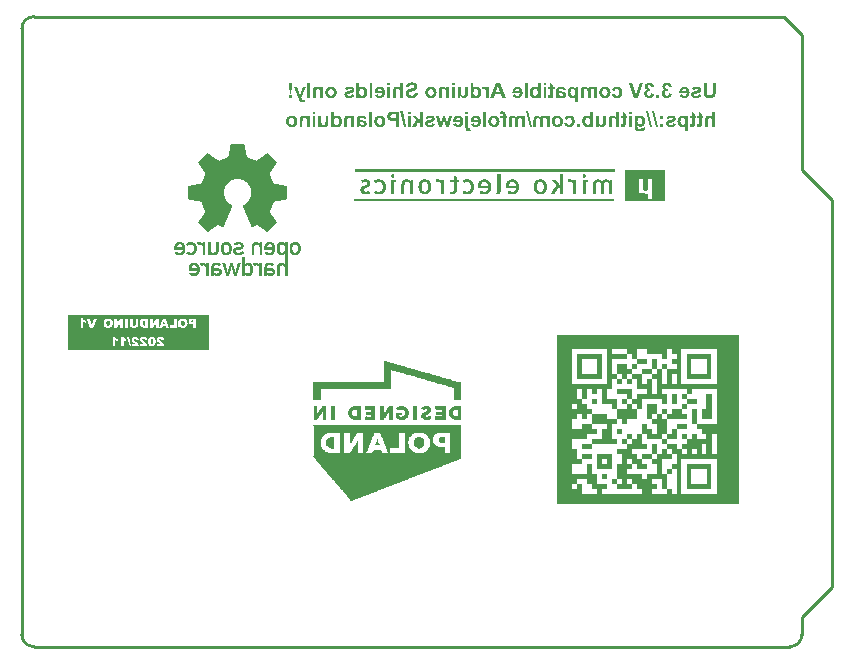
<source format=gbo>
G04*
G04 #@! TF.GenerationSoftware,Altium Limited,Altium Designer,21.1.1 (26)*
G04*
G04 Layer_Color=32896*
%FSAX44Y44*%
%MOMM*%
G71*
G04*
G04 #@! TF.SameCoordinates,378EE943-C238-4E8C-B66D-7123103E1C21*
G04*
G04*
G04 #@! TF.FilePolarity,Positive*
G04*
G01*
G75*
%ADD17C,0.2540*%
G36*
X00188353Y00425972D02*
X00188493D01*
Y00425831D01*
X00188633D01*
Y00425691D01*
Y00425551D01*
Y00425410D01*
Y00425270D01*
X00188773D01*
Y00425130D01*
Y00424990D01*
Y00424849D01*
Y00424709D01*
Y00424569D01*
X00188914D01*
Y00424428D01*
Y00424288D01*
Y00424148D01*
Y00424008D01*
Y00423867D01*
X00189054D01*
Y00423727D01*
Y00423587D01*
Y00423446D01*
Y00423306D01*
Y00423166D01*
Y00423026D01*
X00189194D01*
Y00422885D01*
Y00422745D01*
Y00422605D01*
Y00422464D01*
Y00422324D01*
X00189335D01*
Y00422184D01*
Y00422044D01*
Y00421903D01*
Y00421763D01*
Y00421623D01*
X00189475D01*
Y00421482D01*
Y00421342D01*
Y00421202D01*
Y00421062D01*
Y00420921D01*
Y00420781D01*
X00189615D01*
Y00420641D01*
Y00420500D01*
Y00420360D01*
Y00420220D01*
Y00420079D01*
X00189755D01*
Y00419939D01*
Y00419799D01*
Y00419659D01*
Y00419518D01*
Y00419378D01*
Y00419238D01*
X00189896D01*
Y00419098D01*
Y00418957D01*
Y00418817D01*
Y00418677D01*
Y00418536D01*
X00190036D01*
Y00418396D01*
Y00418256D01*
Y00418116D01*
Y00417975D01*
Y00417835D01*
X00190176D01*
Y00417695D01*
Y00417554D01*
Y00417414D01*
Y00417274D01*
Y00417133D01*
Y00416993D01*
X00190317D01*
Y00416853D01*
Y00416713D01*
Y00416572D01*
Y00416432D01*
Y00416292D01*
X00190457D01*
Y00416152D01*
Y00416011D01*
Y00415871D01*
Y00415731D01*
Y00415590D01*
Y00415450D01*
X00190597D01*
Y00415310D01*
Y00415169D01*
Y00415029D01*
X00190737D01*
Y00414889D01*
Y00414748D01*
X00190878D01*
Y00414608D01*
X00191158D01*
Y00414468D01*
X00191439D01*
Y00414328D01*
X00191860D01*
Y00414187D01*
X00192140D01*
Y00414047D01*
X00192561D01*
Y00413907D01*
X00192842D01*
Y00413767D01*
X00193263D01*
Y00413626D01*
X00193543D01*
Y00413486D01*
X00193824D01*
Y00413346D01*
X00194245D01*
Y00413205D01*
X00194525D01*
Y00413065D01*
X00194946D01*
Y00412925D01*
X00195227D01*
Y00412785D01*
X00195648D01*
Y00412644D01*
X00195928D01*
Y00412504D01*
X00196209D01*
Y00412364D01*
X00196630D01*
Y00412223D01*
X00196910D01*
Y00412083D01*
X00197331D01*
Y00411943D01*
X00197612D01*
Y00411802D01*
X00198032D01*
Y00411662D01*
X00198874D01*
Y00411802D01*
X00199155D01*
Y00411943D01*
X00199295D01*
Y00412083D01*
X00199576D01*
Y00412223D01*
X00199716D01*
Y00412364D01*
X00199996D01*
Y00412504D01*
X00200137D01*
Y00412644D01*
X00200417D01*
Y00412785D01*
X00200558D01*
Y00412925D01*
X00200838D01*
Y00413065D01*
X00200979D01*
Y00413205D01*
X00201119D01*
Y00413346D01*
X00201399D01*
Y00413486D01*
X00201540D01*
Y00413626D01*
X00201820D01*
Y00413767D01*
X00201961D01*
Y00413907D01*
X00202241D01*
Y00414047D01*
X00202381D01*
Y00414187D01*
X00202662D01*
Y00414328D01*
X00202802D01*
Y00414468D01*
X00203083D01*
Y00414608D01*
X00203223D01*
Y00414748D01*
X00203363D01*
Y00414889D01*
X00203644D01*
Y00415029D01*
X00203784D01*
Y00415169D01*
X00204065D01*
Y00415310D01*
X00204205D01*
Y00415450D01*
X00204486D01*
Y00415590D01*
X00204626D01*
Y00415731D01*
X00204907D01*
Y00415871D01*
X00205047D01*
Y00416011D01*
X00205327D01*
Y00416152D01*
X00205468D01*
Y00416292D01*
X00205748D01*
Y00416432D01*
X00205889D01*
Y00416572D01*
X00206029D01*
Y00416713D01*
X00206309D01*
Y00416853D01*
X00206450D01*
Y00416993D01*
X00206730D01*
Y00417133D01*
X00206871D01*
Y00417274D01*
X00207151D01*
Y00417414D01*
X00207292D01*
Y00417554D01*
X00207572D01*
Y00417695D01*
X00207712D01*
Y00417835D01*
X00208274D01*
Y00417695D01*
X00208554D01*
Y00417554D01*
X00208694D01*
Y00417414D01*
X00208835D01*
Y00417274D01*
X00208975D01*
Y00417133D01*
X00209115D01*
Y00416993D01*
X00209256D01*
Y00416853D01*
X00209396D01*
Y00416713D01*
X00209536D01*
Y00416572D01*
X00209676D01*
Y00416432D01*
X00209817D01*
Y00416292D01*
X00209957D01*
Y00416152D01*
X00210097D01*
Y00416011D01*
X00210238D01*
Y00415871D01*
X00210378D01*
Y00415731D01*
X00210518D01*
Y00415590D01*
X00210658D01*
Y00415450D01*
X00210799D01*
Y00415310D01*
X00210939D01*
Y00415169D01*
X00211079D01*
Y00415029D01*
X00211220D01*
Y00414889D01*
X00211360D01*
Y00414748D01*
X00211500D01*
Y00414608D01*
X00211640D01*
Y00414468D01*
X00211781D01*
Y00414328D01*
X00211921D01*
Y00414187D01*
X00212061D01*
Y00414047D01*
X00212202D01*
Y00413907D01*
X00212342D01*
Y00413767D01*
X00212482D01*
Y00413626D01*
X00212622D01*
Y00413486D01*
X00212763D01*
Y00413346D01*
X00212903D01*
Y00413205D01*
X00213043D01*
Y00413065D01*
X00213184D01*
Y00412925D01*
X00213324D01*
Y00412785D01*
X00213464D01*
Y00412644D01*
X00213604D01*
Y00412504D01*
X00213745D01*
Y00412364D01*
X00213885D01*
Y00412223D01*
X00214025D01*
Y00412083D01*
X00214166D01*
Y00411943D01*
X00214306D01*
Y00411802D01*
X00214446D01*
Y00411662D01*
X00214587D01*
Y00411522D01*
X00214727D01*
Y00411382D01*
X00214867D01*
Y00411241D01*
X00215007D01*
Y00411101D01*
X00215148D01*
Y00410961D01*
X00215288D01*
Y00410821D01*
X00215428D01*
Y00410680D01*
X00215569D01*
Y00410540D01*
X00215709D01*
Y00410400D01*
X00215849D01*
Y00410259D01*
X00215989D01*
Y00410119D01*
Y00409979D01*
Y00409838D01*
Y00409698D01*
Y00409558D01*
Y00409418D01*
X00215849D01*
Y00409277D01*
X00215709D01*
Y00409137D01*
Y00408997D01*
X00215569D01*
Y00408856D01*
X00215428D01*
Y00408716D01*
X00215288D01*
Y00408576D01*
Y00408436D01*
X00215148D01*
Y00408295D01*
X00215007D01*
Y00408155D01*
Y00408015D01*
X00214867D01*
Y00407874D01*
X00214727D01*
Y00407734D01*
Y00407594D01*
X00214587D01*
Y00407454D01*
X00214446D01*
Y00407313D01*
Y00407173D01*
X00214306D01*
Y00407033D01*
X00214166D01*
Y00406892D01*
Y00406752D01*
X00214025D01*
Y00406612D01*
X00213885D01*
Y00406471D01*
Y00406331D01*
X00213745D01*
Y00406191D01*
X00213604D01*
Y00406051D01*
X00213464D01*
Y00405910D01*
Y00405770D01*
X00213324D01*
Y00405630D01*
X00213184D01*
Y00405490D01*
Y00405349D01*
X00213043D01*
Y00405209D01*
X00212903D01*
Y00405069D01*
Y00404928D01*
X00212763D01*
Y00404788D01*
X00212622D01*
Y00404648D01*
Y00404507D01*
X00212482D01*
Y00404367D01*
X00212342D01*
Y00404227D01*
Y00404087D01*
X00212202D01*
Y00403946D01*
X00212061D01*
Y00403806D01*
X00211921D01*
Y00403666D01*
Y00403526D01*
X00211781D01*
Y00403385D01*
X00211640D01*
Y00403245D01*
Y00403105D01*
X00211500D01*
Y00402964D01*
X00211360D01*
Y00402824D01*
Y00402684D01*
X00211220D01*
Y00402543D01*
X00211079D01*
Y00402403D01*
Y00402263D01*
X00210939D01*
Y00402123D01*
X00210799D01*
Y00401982D01*
Y00401842D01*
X00210658D01*
Y00401702D01*
X00210518D01*
Y00401561D01*
Y00401421D01*
X00210378D01*
Y00401281D01*
X00210238D01*
Y00401141D01*
X00210097D01*
Y00401000D01*
Y00400860D01*
X00209957D01*
Y00400720D01*
Y00400579D01*
Y00400439D01*
Y00400299D01*
Y00400159D01*
Y00400018D01*
X00210097D01*
Y00399878D01*
Y00399738D01*
Y00399597D01*
X00210238D01*
Y00399457D01*
Y00399317D01*
X00210378D01*
Y00399176D01*
Y00399036D01*
X00210518D01*
Y00398896D01*
Y00398756D01*
Y00398615D01*
X00210658D01*
Y00398475D01*
Y00398335D01*
X00210799D01*
Y00398195D01*
Y00398054D01*
X00210939D01*
Y00397914D01*
Y00397774D01*
Y00397633D01*
X00211079D01*
Y00397493D01*
Y00397353D01*
X00211220D01*
Y00397212D01*
Y00397072D01*
X00211360D01*
Y00396932D01*
Y00396792D01*
Y00396651D01*
X00211500D01*
Y00396511D01*
Y00396371D01*
X00211640D01*
Y00396230D01*
Y00396090D01*
X00211781D01*
Y00395950D01*
Y00395810D01*
Y00395669D01*
X00211921D01*
Y00395529D01*
Y00395389D01*
X00212061D01*
Y00395248D01*
Y00395108D01*
X00212202D01*
Y00394968D01*
Y00394828D01*
Y00394687D01*
X00212342D01*
Y00394547D01*
Y00394407D01*
X00212482D01*
Y00394266D01*
Y00394126D01*
X00212622D01*
Y00393986D01*
Y00393845D01*
Y00393705D01*
X00212763D01*
Y00393565D01*
Y00393425D01*
X00212903D01*
Y00393284D01*
Y00393144D01*
X00213043D01*
Y00393004D01*
Y00392864D01*
X00213184D01*
Y00392723D01*
Y00392583D01*
X00213324D01*
Y00392443D01*
X00213604D01*
Y00392302D01*
X00214166D01*
Y00392162D01*
X00215007D01*
Y00392022D01*
X00215709D01*
Y00391881D01*
X00216410D01*
Y00391741D01*
X00217252D01*
Y00391601D01*
X00217953D01*
Y00391461D01*
X00218655D01*
Y00391320D01*
X00219497D01*
Y00391180D01*
X00220198D01*
Y00391040D01*
X00221040D01*
Y00390900D01*
X00221741D01*
Y00390759D01*
X00222443D01*
Y00390619D01*
X00223284D01*
Y00390479D01*
X00223846D01*
Y00390338D01*
X00224126D01*
Y00390198D01*
X00224266D01*
Y00390058D01*
Y00389917D01*
X00224407D01*
Y00389777D01*
Y00389637D01*
Y00389497D01*
Y00389356D01*
Y00389216D01*
Y00389076D01*
Y00388935D01*
Y00388795D01*
Y00388655D01*
Y00388515D01*
Y00388374D01*
Y00388234D01*
Y00388094D01*
Y00387953D01*
Y00387813D01*
Y00387673D01*
Y00387533D01*
Y00387392D01*
Y00387252D01*
Y00387112D01*
Y00386971D01*
Y00386831D01*
Y00386691D01*
Y00386550D01*
Y00386410D01*
Y00386270D01*
Y00386130D01*
Y00385989D01*
Y00385849D01*
Y00385709D01*
Y00385569D01*
Y00385428D01*
Y00385288D01*
Y00385148D01*
Y00385007D01*
Y00384867D01*
Y00384727D01*
Y00384586D01*
Y00384446D01*
Y00384306D01*
Y00384166D01*
Y00384025D01*
Y00383885D01*
Y00383745D01*
Y00383605D01*
Y00383464D01*
Y00383324D01*
Y00383184D01*
Y00383043D01*
Y00382903D01*
Y00382763D01*
Y00382622D01*
Y00382482D01*
Y00382342D01*
Y00382202D01*
Y00382061D01*
Y00381921D01*
Y00381781D01*
Y00381640D01*
Y00381500D01*
Y00381360D01*
Y00381220D01*
Y00381079D01*
Y00380939D01*
Y00380799D01*
Y00380658D01*
Y00380518D01*
Y00380378D01*
Y00380238D01*
Y00380097D01*
Y00379957D01*
Y00379817D01*
Y00379676D01*
Y00379536D01*
Y00379396D01*
X00224266D01*
Y00379255D01*
Y00379115D01*
Y00378975D01*
X00224126D01*
Y00378835D01*
X00223846D01*
Y00378694D01*
X00223144D01*
Y00378554D01*
X00222302D01*
Y00378414D01*
X00221601D01*
Y00378274D01*
X00220759D01*
Y00378133D01*
X00220058D01*
Y00377993D01*
X00219356D01*
Y00377853D01*
X00218514D01*
Y00377712D01*
X00217813D01*
Y00377572D01*
X00217112D01*
Y00377432D01*
X00216270D01*
Y00377291D01*
X00215569D01*
Y00377151D01*
X00214727D01*
Y00377011D01*
X00214025D01*
Y00376871D01*
X00213745D01*
Y00376730D01*
X00213464D01*
Y00376590D01*
Y00376450D01*
X00213324D01*
Y00376310D01*
Y00376169D01*
X00213184D01*
Y00376029D01*
Y00375889D01*
Y00375748D01*
X00213043D01*
Y00375608D01*
Y00375468D01*
X00212903D01*
Y00375327D01*
Y00375187D01*
Y00375047D01*
X00212763D01*
Y00374907D01*
Y00374766D01*
X00212622D01*
Y00374626D01*
Y00374486D01*
Y00374345D01*
X00212482D01*
Y00374205D01*
Y00374065D01*
X00212342D01*
Y00373925D01*
Y00373784D01*
Y00373644D01*
X00212202D01*
Y00373504D01*
Y00373363D01*
X00212061D01*
Y00373223D01*
Y00373083D01*
Y00372943D01*
X00211921D01*
Y00372802D01*
Y00372662D01*
X00211781D01*
Y00372522D01*
Y00372381D01*
Y00372241D01*
X00211640D01*
Y00372101D01*
Y00371960D01*
X00211500D01*
Y00371820D01*
Y00371680D01*
Y00371540D01*
X00211360D01*
Y00371399D01*
Y00371259D01*
X00211220D01*
Y00371119D01*
Y00370979D01*
Y00370838D01*
X00211079D01*
Y00370698D01*
Y00370558D01*
X00210939D01*
Y00370417D01*
Y00370277D01*
Y00370137D01*
X00210799D01*
Y00369996D01*
Y00369856D01*
X00210658D01*
Y00369716D01*
Y00369576D01*
Y00369435D01*
X00210518D01*
Y00369295D01*
Y00369155D01*
X00210378D01*
Y00369014D01*
Y00368874D01*
Y00368734D01*
X00210238D01*
Y00368594D01*
Y00368453D01*
Y00368313D01*
Y00368173D01*
Y00368032D01*
Y00367892D01*
X00210378D01*
Y00367752D01*
X00210518D01*
Y00367612D01*
Y00367471D01*
X00210658D01*
Y00367331D01*
X00210799D01*
Y00367191D01*
Y00367050D01*
X00210939D01*
Y00366910D01*
X00211079D01*
Y00366770D01*
Y00366629D01*
X00211220D01*
Y00366489D01*
X00211360D01*
Y00366349D01*
X00211500D01*
Y00366209D01*
Y00366068D01*
X00211640D01*
Y00365928D01*
X00211781D01*
Y00365788D01*
Y00365648D01*
X00211921D01*
Y00365507D01*
X00212061D01*
Y00365367D01*
Y00365227D01*
X00212202D01*
Y00365086D01*
X00212342D01*
Y00364946D01*
Y00364806D01*
X00212482D01*
Y00364665D01*
X00212622D01*
Y00364525D01*
Y00364385D01*
X00212763D01*
Y00364245D01*
X00212903D01*
Y00364104D01*
Y00363964D01*
X00213043D01*
Y00363824D01*
X00213184D01*
Y00363684D01*
X00213324D01*
Y00363543D01*
Y00363403D01*
X00213464D01*
Y00363263D01*
X00213604D01*
Y00363122D01*
Y00362982D01*
X00213745D01*
Y00362842D01*
X00213885D01*
Y00362701D01*
Y00362561D01*
X00214025D01*
Y00362421D01*
X00214166D01*
Y00362281D01*
Y00362140D01*
X00214306D01*
Y00362000D01*
X00214446D01*
Y00361860D01*
Y00361719D01*
X00214587D01*
Y00361579D01*
X00214727D01*
Y00361439D01*
X00214867D01*
Y00361298D01*
Y00361158D01*
X00215007D01*
Y00361018D01*
X00215148D01*
Y00360878D01*
Y00360737D01*
X00215288D01*
Y00360597D01*
X00215428D01*
Y00360457D01*
Y00360317D01*
X00215569D01*
Y00360176D01*
X00215709D01*
Y00360036D01*
Y00359896D01*
X00215849D01*
Y00359755D01*
X00215989D01*
Y00359615D01*
Y00359475D01*
Y00359334D01*
Y00359194D01*
Y00359054D01*
X00215849D01*
Y00358914D01*
Y00358773D01*
X00215709D01*
Y00358633D01*
X00215569D01*
Y00358493D01*
X00215428D01*
Y00358353D01*
X00215288D01*
Y00358212D01*
X00215148D01*
Y00358072D01*
X00215007D01*
Y00357932D01*
X00214867D01*
Y00357791D01*
X00214727D01*
Y00357651D01*
X00214587D01*
Y00357511D01*
X00214446D01*
Y00357370D01*
X00214306D01*
Y00357230D01*
X00214166D01*
Y00357090D01*
X00214025D01*
Y00356950D01*
X00213885D01*
Y00356809D01*
X00213745D01*
Y00356669D01*
X00213604D01*
Y00356529D01*
X00213464D01*
Y00356388D01*
X00213324D01*
Y00356248D01*
X00213184D01*
Y00356108D01*
X00213043D01*
Y00355968D01*
X00212903D01*
Y00355827D01*
X00212763D01*
Y00355687D01*
X00212622D01*
Y00355547D01*
X00212482D01*
Y00355406D01*
X00212342D01*
Y00355266D01*
X00212202D01*
Y00355126D01*
X00212061D01*
Y00354986D01*
X00211921D01*
Y00354845D01*
X00211781D01*
Y00354705D01*
X00211640D01*
Y00354565D01*
X00211500D01*
Y00354424D01*
X00211360D01*
Y00354284D01*
X00211220D01*
Y00354144D01*
X00211079D01*
Y00354004D01*
X00210939D01*
Y00353863D01*
X00210799D01*
Y00353723D01*
X00210658D01*
Y00353583D01*
X00210518D01*
Y00353442D01*
X00210378D01*
Y00353302D01*
X00210238D01*
Y00353162D01*
X00210097D01*
Y00353022D01*
X00209957D01*
Y00352881D01*
X00209817D01*
Y00352741D01*
X00209676D01*
Y00352601D01*
X00209536D01*
Y00352460D01*
X00209396D01*
Y00352320D01*
X00209256D01*
Y00352180D01*
X00209115D01*
Y00352039D01*
X00208975D01*
Y00351899D01*
X00208835D01*
Y00351759D01*
X00208694D01*
Y00351619D01*
X00208554D01*
Y00351478D01*
X00208274D01*
Y00351338D01*
X00207853D01*
Y00351478D01*
X00207572D01*
Y00351619D01*
X00207292D01*
Y00351759D01*
X00207151D01*
Y00351899D01*
X00207011D01*
Y00352039D01*
X00206730D01*
Y00352180D01*
X00206590D01*
Y00352320D01*
X00206309D01*
Y00352460D01*
X00206169D01*
Y00352601D01*
X00205889D01*
Y00352741D01*
X00205748D01*
Y00352881D01*
X00205468D01*
Y00353022D01*
X00205327D01*
Y00353162D01*
X00205047D01*
Y00353302D01*
X00204907D01*
Y00353442D01*
X00204766D01*
Y00353583D01*
X00204486D01*
Y00353723D01*
X00204345D01*
Y00353863D01*
X00204065D01*
Y00354004D01*
X00203925D01*
Y00354144D01*
X00203644D01*
Y00354284D01*
X00203504D01*
Y00354424D01*
X00203223D01*
Y00354565D01*
X00203083D01*
Y00354705D01*
X00202802D01*
Y00354845D01*
X00202662D01*
Y00354986D01*
X00202522D01*
Y00355126D01*
X00202241D01*
Y00355266D01*
X00202101D01*
Y00355406D01*
X00201820D01*
Y00355547D01*
X00201680D01*
Y00355687D01*
X00201399D01*
Y00355827D01*
X00201259D01*
Y00355968D01*
X00200979D01*
Y00356108D01*
X00200838D01*
Y00356248D01*
X00200558D01*
Y00356388D01*
X00200417D01*
Y00356529D01*
X00200277D01*
Y00356669D01*
X00199996D01*
Y00356809D01*
X00199856D01*
Y00356950D01*
X00199576D01*
Y00357090D01*
X00198874D01*
Y00356950D01*
X00198594D01*
Y00356809D01*
X00198313D01*
Y00356669D01*
X00198173D01*
Y00356529D01*
X00197892D01*
Y00356388D01*
X00197612D01*
Y00356248D01*
X00197331D01*
Y00356108D01*
X00197050D01*
Y00355968D01*
X00196770D01*
Y00355827D01*
X00196489D01*
Y00355687D01*
X00196349D01*
Y00355547D01*
X00196068D01*
Y00355406D01*
X00195788D01*
Y00355266D01*
X00195507D01*
Y00355126D01*
X00194806D01*
Y00355266D01*
X00194666D01*
Y00355406D01*
Y00355547D01*
X00194525D01*
Y00355687D01*
Y00355827D01*
Y00355968D01*
X00194385D01*
Y00356108D01*
Y00356248D01*
X00194245D01*
Y00356388D01*
Y00356529D01*
Y00356669D01*
X00194104D01*
Y00356809D01*
Y00356950D01*
X00193964D01*
Y00357090D01*
Y00357230D01*
X00193824D01*
Y00357370D01*
Y00357511D01*
Y00357651D01*
X00193683D01*
Y00357791D01*
Y00357932D01*
X00193543D01*
Y00358072D01*
Y00358212D01*
Y00358353D01*
X00193403D01*
Y00358493D01*
Y00358633D01*
X00193263D01*
Y00358773D01*
Y00358914D01*
Y00359054D01*
X00193122D01*
Y00359194D01*
Y00359334D01*
X00192982D01*
Y00359475D01*
Y00359615D01*
X00192842D01*
Y00359755D01*
Y00359896D01*
Y00360036D01*
X00192701D01*
Y00360176D01*
Y00360317D01*
X00192561D01*
Y00360457D01*
Y00360597D01*
Y00360737D01*
X00192421D01*
Y00360878D01*
Y00361018D01*
X00192281D01*
Y00361158D01*
Y00361298D01*
X00192140D01*
Y00361439D01*
Y00361579D01*
Y00361719D01*
X00192000D01*
Y00361860D01*
Y00362000D01*
X00191860D01*
Y00362140D01*
Y00362281D01*
Y00362421D01*
X00191719D01*
Y00362561D01*
Y00362701D01*
X00191579D01*
Y00362842D01*
Y00362982D01*
Y00363122D01*
X00191439D01*
Y00363263D01*
Y00363403D01*
X00191299D01*
Y00363543D01*
Y00363684D01*
X00191158D01*
Y00363824D01*
Y00363964D01*
Y00364104D01*
X00191018D01*
Y00364245D01*
Y00364385D01*
X00190878D01*
Y00364525D01*
Y00364665D01*
Y00364806D01*
X00190737D01*
Y00364946D01*
Y00365086D01*
X00190597D01*
Y00365227D01*
Y00365367D01*
X00190457D01*
Y00365507D01*
Y00365648D01*
Y00365788D01*
X00190317D01*
Y00365928D01*
Y00366068D01*
X00190176D01*
Y00366209D01*
Y00366349D01*
Y00366489D01*
X00190036D01*
Y00366629D01*
Y00366770D01*
X00189896D01*
Y00366910D01*
Y00367050D01*
Y00367191D01*
X00189755D01*
Y00367331D01*
Y00367471D01*
X00189615D01*
Y00367612D01*
Y00367752D01*
X00189475D01*
Y00367892D01*
Y00368032D01*
Y00368173D01*
X00189335D01*
Y00368313D01*
Y00368453D01*
X00189194D01*
Y00368594D01*
Y00368734D01*
Y00368874D01*
X00189054D01*
Y00369014D01*
Y00369155D01*
X00188914D01*
Y00369295D01*
Y00369435D01*
X00188773D01*
Y00369576D01*
Y00369716D01*
Y00369856D01*
X00188633D01*
Y00369996D01*
Y00370137D01*
X00188493D01*
Y00370277D01*
Y00370417D01*
Y00370558D01*
X00188353D01*
Y00370698D01*
Y00370838D01*
X00188212D01*
Y00370979D01*
Y00371119D01*
Y00371259D01*
X00188072D01*
Y00371399D01*
Y00371540D01*
X00187932D01*
Y00371680D01*
Y00371820D01*
X00187791D01*
Y00371960D01*
Y00372101D01*
Y00372241D01*
X00187651D01*
Y00372381D01*
Y00372522D01*
X00187511D01*
Y00372662D01*
Y00372802D01*
Y00372943D01*
X00187370D01*
Y00373083D01*
Y00373223D01*
Y00373363D01*
Y00373504D01*
Y00373644D01*
X00187511D01*
Y00373784D01*
X00187651D01*
Y00373925D01*
X00187791D01*
Y00374065D01*
X00188072D01*
Y00374205D01*
X00188353D01*
Y00374345D01*
X00188493D01*
Y00374486D01*
X00188773D01*
Y00374626D01*
X00188914D01*
Y00374766D01*
X00189054D01*
Y00374907D01*
X00189335D01*
Y00375047D01*
X00189475D01*
Y00375187D01*
X00189615D01*
Y00375327D01*
X00189896D01*
Y00375468D01*
X00190036D01*
Y00375608D01*
X00190176D01*
Y00375748D01*
X00190317D01*
Y00375889D01*
X00190457D01*
Y00376029D01*
X00190737D01*
Y00376169D01*
X00190878D01*
Y00376310D01*
X00191018D01*
Y00376450D01*
X00191158D01*
Y00376590D01*
X00191299D01*
Y00376730D01*
X00191439D01*
Y00376871D01*
Y00377011D01*
X00191579D01*
Y00377151D01*
X00191719D01*
Y00377291D01*
X00191860D01*
Y00377432D01*
X00192000D01*
Y00377572D01*
X00192140D01*
Y00377712D01*
Y00377853D01*
X00192281D01*
Y00377993D01*
X00192421D01*
Y00378133D01*
Y00378274D01*
X00192561D01*
Y00378414D01*
X00192701D01*
Y00378554D01*
Y00378694D01*
X00192842D01*
Y00378835D01*
Y00378975D01*
X00192982D01*
Y00379115D01*
Y00379255D01*
X00193122D01*
Y00379396D01*
Y00379536D01*
X00193263D01*
Y00379676D01*
Y00379817D01*
X00193403D01*
Y00379957D01*
Y00380097D01*
X00193543D01*
Y00380238D01*
Y00380378D01*
Y00380518D01*
X00193683D01*
Y00380658D01*
Y00380799D01*
Y00380939D01*
X00193824D01*
Y00381079D01*
Y00381220D01*
Y00381360D01*
X00193964D01*
Y00381500D01*
Y00381640D01*
Y00381781D01*
X00194104D01*
Y00381921D01*
Y00382061D01*
Y00382202D01*
Y00382342D01*
Y00382482D01*
Y00382622D01*
X00194245D01*
Y00382763D01*
Y00382903D01*
Y00383043D01*
Y00383184D01*
Y00383324D01*
Y00383464D01*
Y00383605D01*
Y00383745D01*
X00194385D01*
Y00383885D01*
Y00384025D01*
Y00384166D01*
Y00384306D01*
Y00384446D01*
Y00384586D01*
Y00384727D01*
Y00384867D01*
Y00385007D01*
Y00385148D01*
Y00385288D01*
Y00385428D01*
Y00385569D01*
X00194245D01*
Y00385709D01*
Y00385849D01*
Y00385989D01*
Y00386130D01*
Y00386270D01*
Y00386410D01*
Y00386550D01*
X00194104D01*
Y00386691D01*
Y00386831D01*
Y00386971D01*
Y00387112D01*
Y00387252D01*
X00193964D01*
Y00387392D01*
Y00387533D01*
Y00387673D01*
Y00387813D01*
X00193824D01*
Y00387953D01*
Y00388094D01*
Y00388234D01*
X00193683D01*
Y00388374D01*
Y00388515D01*
Y00388655D01*
X00193543D01*
Y00388795D01*
Y00388935D01*
Y00389076D01*
X00193403D01*
Y00389216D01*
Y00389356D01*
X00193263D01*
Y00389497D01*
Y00389637D01*
X00193122D01*
Y00389777D01*
Y00389917D01*
X00192982D01*
Y00390058D01*
Y00390198D01*
X00192842D01*
Y00390338D01*
X00192701D01*
Y00390479D01*
Y00390619D01*
X00192561D01*
Y00390759D01*
Y00390900D01*
X00192421D01*
Y00391040D01*
X00192281D01*
Y00391180D01*
Y00391320D01*
X00192140D01*
Y00391461D01*
X00192000D01*
Y00391601D01*
X00191860D01*
Y00391741D01*
Y00391881D01*
X00191719D01*
Y00392022D01*
X00191579D01*
Y00392162D01*
X00191439D01*
Y00392302D01*
X00191299D01*
Y00392443D01*
X00191158D01*
Y00392583D01*
X00191018D01*
Y00392723D01*
X00190878D01*
Y00392864D01*
X00190737D01*
Y00393004D01*
X00190597D01*
Y00393144D01*
X00190457D01*
Y00393284D01*
X00190317D01*
Y00393425D01*
X00190176D01*
Y00393565D01*
X00189896D01*
Y00393705D01*
X00189755D01*
Y00393845D01*
X00189615D01*
Y00393986D01*
X00189335D01*
Y00394126D01*
X00189194D01*
Y00394266D01*
X00188914D01*
Y00394407D01*
X00188773D01*
Y00394547D01*
X00188493D01*
Y00394687D01*
X00188212D01*
Y00394828D01*
X00187932D01*
Y00394968D01*
X00187651D01*
Y00395108D01*
X00187370D01*
Y00395248D01*
X00186950D01*
Y00395389D01*
X00186529D01*
Y00395529D01*
X00186248D01*
Y00395669D01*
X00185687D01*
Y00395810D01*
X00185126D01*
Y00395950D01*
X00184144D01*
Y00396090D01*
X00181478D01*
Y00395950D01*
X00180496D01*
Y00395810D01*
X00179935D01*
Y00395669D01*
X00179374D01*
Y00395529D01*
X00179093D01*
Y00395389D01*
X00178673D01*
Y00395248D01*
X00178252D01*
Y00395108D01*
X00177971D01*
Y00394968D01*
X00177691D01*
Y00394828D01*
X00177410D01*
Y00394687D01*
X00177129D01*
Y00394547D01*
X00176849D01*
Y00394407D01*
X00176709D01*
Y00394266D01*
X00176428D01*
Y00394126D01*
X00176288D01*
Y00393986D01*
X00176007D01*
Y00393845D01*
X00175867D01*
Y00393705D01*
X00175727D01*
Y00393565D01*
X00175446D01*
Y00393425D01*
X00175306D01*
Y00393284D01*
X00175165D01*
Y00393144D01*
X00175025D01*
Y00393004D01*
X00174885D01*
Y00392864D01*
X00174744D01*
Y00392723D01*
X00174604D01*
Y00392583D01*
X00174464D01*
Y00392443D01*
X00174324D01*
Y00392302D01*
X00174183D01*
Y00392162D01*
X00174043D01*
Y00392022D01*
X00173903D01*
Y00391881D01*
X00173762D01*
Y00391741D01*
Y00391601D01*
X00173622D01*
Y00391461D01*
X00173482D01*
Y00391320D01*
X00173342D01*
Y00391180D01*
Y00391040D01*
X00173201D01*
Y00390900D01*
X00173061D01*
Y00390759D01*
Y00390619D01*
X00172921D01*
Y00390479D01*
Y00390338D01*
X00172780D01*
Y00390198D01*
X00172640D01*
Y00390058D01*
Y00389917D01*
X00172500D01*
Y00389777D01*
Y00389637D01*
X00172360D01*
Y00389497D01*
Y00389356D01*
X00172219D01*
Y00389216D01*
Y00389076D01*
Y00388935D01*
X00172079D01*
Y00388795D01*
Y00388655D01*
X00171939D01*
Y00388515D01*
Y00388374D01*
Y00388234D01*
X00171798D01*
Y00388094D01*
Y00387953D01*
Y00387813D01*
X00171658D01*
Y00387673D01*
Y00387533D01*
Y00387392D01*
Y00387252D01*
X00171518D01*
Y00387112D01*
Y00386971D01*
Y00386831D01*
Y00386691D01*
Y00386550D01*
X00171378D01*
Y00386410D01*
Y00386270D01*
Y00386130D01*
Y00385989D01*
Y00385849D01*
Y00385709D01*
Y00385569D01*
X00171237D01*
Y00385428D01*
Y00385288D01*
Y00385148D01*
Y00385007D01*
Y00384867D01*
Y00384727D01*
Y00384586D01*
Y00384446D01*
Y00384306D01*
Y00384166D01*
Y00384025D01*
Y00383885D01*
Y00383745D01*
X00171378D01*
Y00383605D01*
Y00383464D01*
Y00383324D01*
Y00383184D01*
Y00383043D01*
Y00382903D01*
Y00382763D01*
Y00382622D01*
X00171518D01*
Y00382482D01*
Y00382342D01*
Y00382202D01*
Y00382061D01*
Y00381921D01*
Y00381781D01*
X00171658D01*
Y00381640D01*
Y00381500D01*
Y00381360D01*
X00171798D01*
Y00381220D01*
Y00381079D01*
Y00380939D01*
X00171939D01*
Y00380799D01*
Y00380658D01*
Y00380518D01*
X00172079D01*
Y00380378D01*
Y00380238D01*
Y00380097D01*
X00172219D01*
Y00379957D01*
Y00379817D01*
X00172360D01*
Y00379676D01*
Y00379536D01*
X00172500D01*
Y00379396D01*
Y00379255D01*
X00172640D01*
Y00379115D01*
Y00378975D01*
X00172780D01*
Y00378835D01*
Y00378694D01*
X00172921D01*
Y00378554D01*
Y00378414D01*
X00173061D01*
Y00378274D01*
X00173201D01*
Y00378133D01*
Y00377993D01*
X00173342D01*
Y00377853D01*
X00173482D01*
Y00377712D01*
Y00377572D01*
X00173622D01*
Y00377432D01*
X00173762D01*
Y00377291D01*
X00173903D01*
Y00377151D01*
X00174043D01*
Y00377011D01*
X00174183D01*
Y00376871D01*
Y00376730D01*
X00174324D01*
Y00376590D01*
X00174464D01*
Y00376450D01*
X00174604D01*
Y00376310D01*
X00174744D01*
Y00376169D01*
X00174885D01*
Y00376029D01*
X00175165D01*
Y00375889D01*
X00175306D01*
Y00375748D01*
X00175446D01*
Y00375608D01*
X00175586D01*
Y00375468D01*
X00175727D01*
Y00375327D01*
X00176007D01*
Y00375187D01*
X00176147D01*
Y00375047D01*
X00176288D01*
Y00374907D01*
X00176568D01*
Y00374766D01*
X00176709D01*
Y00374626D01*
X00176849D01*
Y00374486D01*
X00177129D01*
Y00374345D01*
X00177270D01*
Y00374205D01*
X00177550D01*
Y00374065D01*
X00177691D01*
Y00373925D01*
X00177971D01*
Y00373784D01*
X00178111D01*
Y00373644D01*
X00178252D01*
Y00373504D01*
Y00373363D01*
Y00373223D01*
Y00373083D01*
Y00372943D01*
X00178111D01*
Y00372802D01*
Y00372662D01*
Y00372522D01*
X00177971D01*
Y00372381D01*
Y00372241D01*
X00177831D01*
Y00372101D01*
Y00371960D01*
Y00371820D01*
X00177691D01*
Y00371680D01*
Y00371540D01*
X00177550D01*
Y00371399D01*
Y00371259D01*
X00177410D01*
Y00371119D01*
Y00370979D01*
Y00370838D01*
X00177270D01*
Y00370698D01*
Y00370558D01*
X00177129D01*
Y00370417D01*
Y00370277D01*
Y00370137D01*
X00176989D01*
Y00369996D01*
Y00369856D01*
X00176849D01*
Y00369716D01*
Y00369576D01*
Y00369435D01*
X00176709D01*
Y00369295D01*
Y00369155D01*
X00176568D01*
Y00369014D01*
Y00368874D01*
X00176428D01*
Y00368734D01*
Y00368594D01*
Y00368453D01*
X00176288D01*
Y00368313D01*
Y00368173D01*
X00176147D01*
Y00368032D01*
Y00367892D01*
Y00367752D01*
X00176007D01*
Y00367612D01*
Y00367471D01*
X00175867D01*
Y00367331D01*
Y00367191D01*
X00175727D01*
Y00367050D01*
Y00366910D01*
Y00366770D01*
X00175586D01*
Y00366629D01*
Y00366489D01*
X00175446D01*
Y00366349D01*
Y00366209D01*
Y00366068D01*
X00175306D01*
Y00365928D01*
Y00365788D01*
X00175165D01*
Y00365648D01*
Y00365507D01*
Y00365367D01*
X00175025D01*
Y00365227D01*
Y00365086D01*
X00174885D01*
Y00364946D01*
Y00364806D01*
X00174744D01*
Y00364665D01*
Y00364525D01*
Y00364385D01*
X00174604D01*
Y00364245D01*
Y00364104D01*
X00174464D01*
Y00363964D01*
Y00363824D01*
Y00363684D01*
X00174324D01*
Y00363543D01*
Y00363403D01*
X00174183D01*
Y00363263D01*
Y00363122D01*
X00174043D01*
Y00362982D01*
Y00362842D01*
Y00362701D01*
X00173903D01*
Y00362561D01*
Y00362421D01*
X00173762D01*
Y00362281D01*
Y00362140D01*
Y00362000D01*
X00173622D01*
Y00361860D01*
Y00361719D01*
X00173482D01*
Y00361579D01*
Y00361439D01*
Y00361298D01*
X00173342D01*
Y00361158D01*
Y00361018D01*
X00173201D01*
Y00360878D01*
Y00360737D01*
X00173061D01*
Y00360597D01*
Y00360457D01*
Y00360317D01*
X00172921D01*
Y00360176D01*
Y00360036D01*
X00172780D01*
Y00359896D01*
Y00359755D01*
Y00359615D01*
X00172640D01*
Y00359475D01*
Y00359334D01*
X00172500D01*
Y00359194D01*
Y00359054D01*
X00172360D01*
Y00358914D01*
Y00358773D01*
Y00358633D01*
X00172219D01*
Y00358493D01*
Y00358353D01*
X00172079D01*
Y00358212D01*
Y00358072D01*
Y00357932D01*
X00171939D01*
Y00357791D01*
Y00357651D01*
X00171798D01*
Y00357511D01*
Y00357370D01*
Y00357230D01*
X00171658D01*
Y00357090D01*
Y00356950D01*
X00171518D01*
Y00356809D01*
Y00356669D01*
X00171378D01*
Y00356529D01*
Y00356388D01*
Y00356248D01*
X00171237D01*
Y00356108D01*
Y00355968D01*
X00171097D01*
Y00355827D01*
Y00355687D01*
Y00355547D01*
X00170957D01*
Y00355406D01*
Y00355266D01*
X00170816D01*
Y00355126D01*
X00170115D01*
Y00355266D01*
X00169834D01*
Y00355406D01*
X00169554D01*
Y00355547D01*
X00169273D01*
Y00355687D01*
X00169133D01*
Y00355827D01*
X00168852D01*
Y00355968D01*
X00168572D01*
Y00356108D01*
X00168291D01*
Y00356248D01*
X00168011D01*
Y00356388D01*
X00167730D01*
Y00356529D01*
X00167449D01*
Y00356669D01*
X00167309D01*
Y00356809D01*
X00167029D01*
Y00356950D01*
X00166748D01*
Y00357090D01*
X00166047D01*
Y00356950D01*
X00165766D01*
Y00356809D01*
X00165626D01*
Y00356669D01*
X00165345D01*
Y00356529D01*
X00165205D01*
Y00356388D01*
X00165065D01*
Y00356248D01*
X00164784D01*
Y00356108D01*
X00164644D01*
Y00355968D01*
X00164363D01*
Y00355827D01*
X00164223D01*
Y00355687D01*
X00163942D01*
Y00355547D01*
X00163802D01*
Y00355406D01*
X00163521D01*
Y00355266D01*
X00163381D01*
Y00355126D01*
X00163100D01*
Y00354986D01*
X00162960D01*
Y00354845D01*
X00162820D01*
Y00354705D01*
X00162539D01*
Y00354565D01*
X00162399D01*
Y00354424D01*
X00162118D01*
Y00354284D01*
X00161978D01*
Y00354144D01*
X00161698D01*
Y00354004D01*
X00161557D01*
Y00353863D01*
X00161277D01*
Y00353723D01*
X00161136D01*
Y00353583D01*
X00160856D01*
Y00353442D01*
X00160716D01*
Y00353302D01*
X00160575D01*
Y00353162D01*
X00160295D01*
Y00353022D01*
X00160154D01*
Y00352881D01*
X00159874D01*
Y00352741D01*
X00159734D01*
Y00352601D01*
X00159453D01*
Y00352460D01*
X00159313D01*
Y00352320D01*
X00159032D01*
Y00352180D01*
X00158892D01*
Y00352039D01*
X00158611D01*
Y00351899D01*
X00158471D01*
Y00351759D01*
X00158331D01*
Y00351619D01*
X00158050D01*
Y00351478D01*
X00157769D01*
Y00351338D01*
X00157349D01*
Y00351478D01*
X00157068D01*
Y00351619D01*
X00156928D01*
Y00351759D01*
X00156788D01*
Y00351899D01*
X00156647D01*
Y00352039D01*
X00156507D01*
Y00352180D01*
X00156367D01*
Y00352320D01*
X00156226D01*
Y00352460D01*
X00156086D01*
Y00352601D01*
X00155946D01*
Y00352741D01*
X00155806D01*
Y00352881D01*
X00155665D01*
Y00353022D01*
X00155525D01*
Y00353162D01*
X00155385D01*
Y00353302D01*
X00155244D01*
Y00353442D01*
X00155104D01*
Y00353583D01*
X00154964D01*
Y00353723D01*
X00154824D01*
Y00353863D01*
X00154683D01*
Y00354004D01*
X00154543D01*
Y00354144D01*
X00154403D01*
Y00354284D01*
X00154262D01*
Y00354424D01*
X00154122D01*
Y00354565D01*
X00153982D01*
Y00354705D01*
X00153841D01*
Y00354845D01*
X00153701D01*
Y00354986D01*
X00153561D01*
Y00355126D01*
X00153421D01*
Y00355266D01*
X00153280D01*
Y00355406D01*
X00153140D01*
Y00355547D01*
X00153000D01*
Y00355687D01*
X00152859D01*
Y00355827D01*
X00152719D01*
Y00355968D01*
X00152579D01*
Y00356108D01*
X00152439D01*
Y00356248D01*
X00152298D01*
Y00356388D01*
X00152158D01*
Y00356529D01*
X00152018D01*
Y00356669D01*
X00151877D01*
Y00356809D01*
X00151737D01*
Y00356950D01*
X00151597D01*
Y00357090D01*
X00151456D01*
Y00357230D01*
X00151316D01*
Y00357370D01*
X00151176D01*
Y00357511D01*
X00151036D01*
Y00357651D01*
X00150895D01*
Y00357791D01*
X00150755D01*
Y00357932D01*
X00150615D01*
Y00358072D01*
X00150475D01*
Y00358212D01*
X00150334D01*
Y00358353D01*
X00150194D01*
Y00358493D01*
X00150054D01*
Y00358633D01*
X00149913D01*
Y00358773D01*
X00149773D01*
Y00358914D01*
Y00359054D01*
X00149633D01*
Y00359194D01*
Y00359334D01*
Y00359475D01*
Y00359615D01*
Y00359755D01*
X00149773D01*
Y00359896D01*
X00149913D01*
Y00360036D01*
Y00360176D01*
X00150054D01*
Y00360317D01*
X00150194D01*
Y00360457D01*
Y00360597D01*
X00150334D01*
Y00360737D01*
X00150475D01*
Y00360878D01*
Y00361018D01*
X00150615D01*
Y00361158D01*
X00150755D01*
Y00361298D01*
Y00361439D01*
X00150895D01*
Y00361579D01*
X00151036D01*
Y00361719D01*
X00151176D01*
Y00361860D01*
Y00362000D01*
X00151316D01*
Y00362140D01*
X00151456D01*
Y00362281D01*
Y00362421D01*
X00151597D01*
Y00362561D01*
X00151737D01*
Y00362701D01*
Y00362842D01*
X00151877D01*
Y00362982D01*
X00152018D01*
Y00363122D01*
Y00363263D01*
X00152158D01*
Y00363403D01*
X00152298D01*
Y00363543D01*
Y00363684D01*
X00152439D01*
Y00363824D01*
X00152579D01*
Y00363964D01*
X00152719D01*
Y00364104D01*
Y00364245D01*
X00152859D01*
Y00364385D01*
X00153000D01*
Y00364525D01*
Y00364665D01*
X00153140D01*
Y00364806D01*
X00153280D01*
Y00364946D01*
Y00365086D01*
X00153421D01*
Y00365227D01*
X00153561D01*
Y00365367D01*
Y00365507D01*
X00153701D01*
Y00365648D01*
X00153841D01*
Y00365788D01*
Y00365928D01*
X00153982D01*
Y00366068D01*
X00154122D01*
Y00366209D01*
Y00366349D01*
X00154262D01*
Y00366489D01*
X00154403D01*
Y00366629D01*
X00154543D01*
Y00366770D01*
Y00366910D01*
X00154683D01*
Y00367050D01*
X00154824D01*
Y00367191D01*
Y00367331D01*
X00154964D01*
Y00367471D01*
X00155104D01*
Y00367612D01*
Y00367752D01*
X00155244D01*
Y00367892D01*
X00155385D01*
Y00368032D01*
Y00368173D01*
Y00368313D01*
Y00368453D01*
Y00368594D01*
Y00368734D01*
X00155244D01*
Y00368874D01*
Y00369014D01*
Y00369155D01*
X00155104D01*
Y00369295D01*
Y00369435D01*
X00154964D01*
Y00369576D01*
Y00369716D01*
Y00369856D01*
X00154824D01*
Y00369996D01*
Y00370137D01*
X00154683D01*
Y00370277D01*
Y00370417D01*
Y00370558D01*
X00154543D01*
Y00370698D01*
Y00370838D01*
X00154403D01*
Y00370979D01*
Y00371119D01*
Y00371259D01*
X00154262D01*
Y00371399D01*
Y00371540D01*
X00154122D01*
Y00371680D01*
Y00371820D01*
Y00371960D01*
X00153982D01*
Y00372101D01*
Y00372241D01*
X00153841D01*
Y00372381D01*
Y00372522D01*
Y00372662D01*
X00153701D01*
Y00372802D01*
Y00372943D01*
X00153561D01*
Y00373083D01*
Y00373223D01*
Y00373363D01*
X00153421D01*
Y00373504D01*
Y00373644D01*
X00153280D01*
Y00373784D01*
Y00373925D01*
Y00374065D01*
X00153140D01*
Y00374205D01*
Y00374345D01*
X00153000D01*
Y00374486D01*
Y00374626D01*
Y00374766D01*
X00152859D01*
Y00374907D01*
Y00375047D01*
X00152719D01*
Y00375187D01*
Y00375327D01*
Y00375468D01*
X00152579D01*
Y00375608D01*
Y00375748D01*
X00152439D01*
Y00375889D01*
Y00376029D01*
Y00376169D01*
X00152298D01*
Y00376310D01*
Y00376450D01*
X00152158D01*
Y00376590D01*
Y00376730D01*
X00151877D01*
Y00376871D01*
X00151597D01*
Y00377011D01*
X00150895D01*
Y00377151D01*
X00150054D01*
Y00377291D01*
X00149352D01*
Y00377432D01*
X00148511D01*
Y00377572D01*
X00147809D01*
Y00377712D01*
X00147108D01*
Y00377853D01*
X00146266D01*
Y00377993D01*
X00145564D01*
Y00378133D01*
X00144863D01*
Y00378274D01*
X00144021D01*
Y00378414D01*
X00143320D01*
Y00378554D01*
X00142618D01*
Y00378694D01*
X00141777D01*
Y00378835D01*
X00141496D01*
Y00378975D01*
X00141356D01*
Y00379115D01*
Y00379255D01*
Y00379396D01*
X00141215D01*
Y00379536D01*
Y00379676D01*
Y00379817D01*
Y00379957D01*
Y00380097D01*
Y00380238D01*
Y00380378D01*
Y00380518D01*
Y00380658D01*
Y00380799D01*
Y00380939D01*
Y00381079D01*
Y00381220D01*
Y00381360D01*
Y00381500D01*
Y00381640D01*
Y00381781D01*
Y00381921D01*
Y00382061D01*
Y00382202D01*
Y00382342D01*
Y00382482D01*
Y00382622D01*
Y00382763D01*
Y00382903D01*
Y00383043D01*
Y00383184D01*
Y00383324D01*
Y00383464D01*
Y00383605D01*
Y00383745D01*
Y00383885D01*
Y00384025D01*
Y00384166D01*
Y00384306D01*
Y00384446D01*
Y00384586D01*
Y00384727D01*
Y00384867D01*
Y00385007D01*
Y00385148D01*
Y00385288D01*
Y00385428D01*
Y00385569D01*
Y00385709D01*
Y00385849D01*
Y00385989D01*
Y00386130D01*
Y00386270D01*
Y00386410D01*
Y00386550D01*
Y00386691D01*
Y00386831D01*
Y00386971D01*
Y00387112D01*
Y00387252D01*
Y00387392D01*
Y00387533D01*
Y00387673D01*
Y00387813D01*
Y00387953D01*
Y00388094D01*
Y00388234D01*
Y00388374D01*
Y00388515D01*
Y00388655D01*
Y00388795D01*
Y00388935D01*
Y00389076D01*
Y00389216D01*
Y00389356D01*
Y00389497D01*
Y00389637D01*
Y00389777D01*
Y00389917D01*
X00141356D01*
Y00390058D01*
Y00390198D01*
X00141496D01*
Y00390338D01*
X00141777D01*
Y00390479D01*
X00142338D01*
Y00390619D01*
X00143180D01*
Y00390759D01*
X00143881D01*
Y00390900D01*
X00144582D01*
Y00391040D01*
X00145424D01*
Y00391180D01*
X00146126D01*
Y00391320D01*
X00146967D01*
Y00391461D01*
X00147669D01*
Y00391601D01*
X00148370D01*
Y00391741D01*
X00149212D01*
Y00391881D01*
X00149913D01*
Y00392022D01*
X00150615D01*
Y00392162D01*
X00151456D01*
Y00392302D01*
X00152018D01*
Y00392443D01*
X00152298D01*
Y00392583D01*
X00152439D01*
Y00392723D01*
Y00392864D01*
X00152579D01*
Y00393004D01*
Y00393144D01*
X00152719D01*
Y00393284D01*
Y00393425D01*
X00152859D01*
Y00393565D01*
Y00393705D01*
X00153000D01*
Y00393845D01*
Y00393986D01*
Y00394126D01*
X00153140D01*
Y00394266D01*
Y00394407D01*
X00153280D01*
Y00394547D01*
Y00394687D01*
X00153421D01*
Y00394828D01*
Y00394968D01*
Y00395108D01*
X00153561D01*
Y00395248D01*
Y00395389D01*
X00153701D01*
Y00395529D01*
Y00395669D01*
X00153841D01*
Y00395810D01*
Y00395950D01*
Y00396090D01*
X00153982D01*
Y00396230D01*
Y00396371D01*
X00154122D01*
Y00396511D01*
Y00396651D01*
X00154262D01*
Y00396792D01*
Y00396932D01*
Y00397072D01*
X00154403D01*
Y00397212D01*
Y00397353D01*
X00154543D01*
Y00397493D01*
Y00397633D01*
X00154683D01*
Y00397774D01*
Y00397914D01*
Y00398054D01*
X00154824D01*
Y00398195D01*
Y00398335D01*
X00154964D01*
Y00398475D01*
Y00398615D01*
X00155104D01*
Y00398756D01*
Y00398896D01*
Y00399036D01*
X00155244D01*
Y00399176D01*
Y00399317D01*
X00155385D01*
Y00399457D01*
Y00399597D01*
X00155525D01*
Y00399738D01*
Y00399878D01*
Y00400018D01*
X00155665D01*
Y00400159D01*
Y00400299D01*
Y00400439D01*
Y00400579D01*
Y00400720D01*
Y00400860D01*
X00155525D01*
Y00401000D01*
Y00401141D01*
X00155385D01*
Y00401281D01*
X00155244D01*
Y00401421D01*
X00155104D01*
Y00401561D01*
Y00401702D01*
X00154964D01*
Y00401842D01*
X00154824D01*
Y00401982D01*
Y00402123D01*
X00154683D01*
Y00402263D01*
X00154543D01*
Y00402403D01*
Y00402543D01*
X00154403D01*
Y00402684D01*
X00154262D01*
Y00402824D01*
Y00402964D01*
X00154122D01*
Y00403105D01*
X00153982D01*
Y00403245D01*
Y00403385D01*
X00153841D01*
Y00403526D01*
X00153701D01*
Y00403666D01*
Y00403806D01*
X00153561D01*
Y00403946D01*
X00153421D01*
Y00404087D01*
X00153280D01*
Y00404227D01*
Y00404367D01*
X00153140D01*
Y00404507D01*
X00153000D01*
Y00404648D01*
Y00404788D01*
X00152859D01*
Y00404928D01*
X00152719D01*
Y00405069D01*
Y00405209D01*
X00152579D01*
Y00405349D01*
X00152439D01*
Y00405490D01*
Y00405630D01*
X00152298D01*
Y00405770D01*
X00152158D01*
Y00405910D01*
Y00406051D01*
X00152018D01*
Y00406191D01*
X00151877D01*
Y00406331D01*
X00151737D01*
Y00406471D01*
Y00406612D01*
X00151597D01*
Y00406752D01*
X00151456D01*
Y00406892D01*
Y00407033D01*
X00151316D01*
Y00407173D01*
X00151176D01*
Y00407313D01*
Y00407454D01*
X00151036D01*
Y00407594D01*
X00150895D01*
Y00407734D01*
Y00407874D01*
X00150755D01*
Y00408015D01*
X00150615D01*
Y00408155D01*
Y00408295D01*
X00150475D01*
Y00408436D01*
X00150334D01*
Y00408576D01*
Y00408716D01*
X00150194D01*
Y00408856D01*
X00150054D01*
Y00408997D01*
X00149913D01*
Y00409137D01*
Y00409277D01*
X00149773D01*
Y00409418D01*
X00149633D01*
Y00409558D01*
Y00409698D01*
Y00409838D01*
Y00409979D01*
Y00410119D01*
Y00410259D01*
X00149773D01*
Y00410400D01*
X00149913D01*
Y00410540D01*
X00150054D01*
Y00410680D01*
X00150194D01*
Y00410821D01*
X00150334D01*
Y00410961D01*
X00150475D01*
Y00411101D01*
X00150615D01*
Y00411241D01*
X00150755D01*
Y00411382D01*
X00150895D01*
Y00411522D01*
X00151036D01*
Y00411662D01*
X00151176D01*
Y00411802D01*
X00151316D01*
Y00411943D01*
X00151456D01*
Y00412083D01*
X00151597D01*
Y00412223D01*
X00151737D01*
Y00412364D01*
X00151877D01*
Y00412504D01*
X00152018D01*
Y00412644D01*
X00152158D01*
Y00412785D01*
X00152298D01*
Y00412925D01*
X00152439D01*
Y00413065D01*
X00152579D01*
Y00413205D01*
X00152719D01*
Y00413346D01*
X00152859D01*
Y00413486D01*
X00153000D01*
Y00413626D01*
X00153140D01*
Y00413767D01*
X00153280D01*
Y00413907D01*
X00153421D01*
Y00414047D01*
X00153561D01*
Y00414187D01*
X00153701D01*
Y00414328D01*
X00153841D01*
Y00414468D01*
X00153982D01*
Y00414608D01*
X00154122D01*
Y00414748D01*
X00154262D01*
Y00414889D01*
X00154403D01*
Y00415029D01*
X00154543D01*
Y00415169D01*
X00154683D01*
Y00415310D01*
X00154824D01*
Y00415450D01*
X00154964D01*
Y00415590D01*
X00155104D01*
Y00415731D01*
X00155244D01*
Y00415871D01*
X00155385D01*
Y00416011D01*
X00155525D01*
Y00416152D01*
X00155665D01*
Y00416292D01*
X00155806D01*
Y00416432D01*
X00155946D01*
Y00416572D01*
X00156086D01*
Y00416713D01*
X00156226D01*
Y00416853D01*
X00156367D01*
Y00416993D01*
X00156507D01*
Y00417133D01*
X00156647D01*
Y00417274D01*
X00156788D01*
Y00417414D01*
X00156928D01*
Y00417554D01*
X00157068D01*
Y00417695D01*
X00157349D01*
Y00417835D01*
X00157910D01*
Y00417695D01*
X00158050D01*
Y00417554D01*
X00158331D01*
Y00417414D01*
X00158471D01*
Y00417274D01*
X00158752D01*
Y00417133D01*
X00158892D01*
Y00416993D01*
X00159172D01*
Y00416853D01*
X00159313D01*
Y00416713D01*
X00159593D01*
Y00416572D01*
X00159734D01*
Y00416432D01*
X00159874D01*
Y00416292D01*
X00160154D01*
Y00416152D01*
X00160295D01*
Y00416011D01*
X00160575D01*
Y00415871D01*
X00160716D01*
Y00415731D01*
X00160996D01*
Y00415590D01*
X00161136D01*
Y00415450D01*
X00161417D01*
Y00415310D01*
X00161557D01*
Y00415169D01*
X00161838D01*
Y00415029D01*
X00161978D01*
Y00414889D01*
X00162118D01*
Y00414748D01*
X00162399D01*
Y00414608D01*
X00162539D01*
Y00414468D01*
X00162820D01*
Y00414328D01*
X00162960D01*
Y00414187D01*
X00163241D01*
Y00414047D01*
X00163381D01*
Y00413907D01*
X00163662D01*
Y00413767D01*
X00163802D01*
Y00413626D01*
X00164083D01*
Y00413486D01*
X00164223D01*
Y00413346D01*
X00164503D01*
Y00413205D01*
X00164644D01*
Y00413065D01*
X00164784D01*
Y00412925D01*
X00165065D01*
Y00412785D01*
X00165205D01*
Y00412644D01*
X00165485D01*
Y00412504D01*
X00165626D01*
Y00412364D01*
X00165906D01*
Y00412223D01*
X00166047D01*
Y00412083D01*
X00166327D01*
Y00411943D01*
X00166467D01*
Y00411802D01*
X00166748D01*
Y00411662D01*
X00167590D01*
Y00411802D01*
X00168011D01*
Y00411943D01*
X00168291D01*
Y00412083D01*
X00168712D01*
Y00412223D01*
X00168993D01*
Y00412364D01*
X00169273D01*
Y00412504D01*
X00169694D01*
Y00412644D01*
X00169975D01*
Y00412785D01*
X00170396D01*
Y00412925D01*
X00170676D01*
Y00413065D01*
X00171097D01*
Y00413205D01*
X00171378D01*
Y00413346D01*
X00171798D01*
Y00413486D01*
X00172079D01*
Y00413626D01*
X00172360D01*
Y00413767D01*
X00172780D01*
Y00413907D01*
X00173061D01*
Y00414047D01*
X00173482D01*
Y00414187D01*
X00173762D01*
Y00414328D01*
X00174183D01*
Y00414468D01*
X00174464D01*
Y00414608D01*
X00174744D01*
Y00414748D01*
X00174885D01*
Y00414889D01*
Y00415029D01*
X00175025D01*
Y00415169D01*
Y00415310D01*
Y00415450D01*
Y00415590D01*
X00175165D01*
Y00415731D01*
Y00415871D01*
Y00416011D01*
Y00416152D01*
Y00416292D01*
X00175306D01*
Y00416432D01*
Y00416572D01*
Y00416713D01*
Y00416853D01*
Y00416993D01*
X00175446D01*
Y00417133D01*
Y00417274D01*
Y00417414D01*
Y00417554D01*
Y00417695D01*
Y00417835D01*
X00175586D01*
Y00417975D01*
Y00418116D01*
Y00418256D01*
Y00418396D01*
Y00418536D01*
X00175727D01*
Y00418677D01*
Y00418817D01*
Y00418957D01*
Y00419098D01*
Y00419238D01*
X00175867D01*
Y00419378D01*
Y00419518D01*
Y00419659D01*
Y00419799D01*
Y00419939D01*
Y00420079D01*
X00176007D01*
Y00420220D01*
Y00420360D01*
Y00420500D01*
Y00420641D01*
Y00420781D01*
X00176147D01*
Y00420921D01*
Y00421062D01*
Y00421202D01*
Y00421342D01*
Y00421482D01*
Y00421623D01*
X00176288D01*
Y00421763D01*
Y00421903D01*
Y00422044D01*
Y00422184D01*
Y00422324D01*
X00176428D01*
Y00422464D01*
Y00422605D01*
Y00422745D01*
Y00422885D01*
Y00423026D01*
X00176568D01*
Y00423166D01*
Y00423306D01*
Y00423446D01*
Y00423587D01*
Y00423727D01*
Y00423867D01*
X00176709D01*
Y00424008D01*
Y00424148D01*
Y00424288D01*
Y00424428D01*
Y00424569D01*
X00176849D01*
Y00424709D01*
Y00424849D01*
Y00424990D01*
Y00425130D01*
Y00425270D01*
X00176989D01*
Y00425410D01*
Y00425551D01*
Y00425691D01*
Y00425831D01*
X00177129D01*
Y00425972D01*
X00177270D01*
Y00426112D01*
X00188353D01*
Y00425972D01*
D02*
G37*
G36*
X00502796Y00403790D02*
Y00403371D01*
Y00402952D01*
Y00402533D01*
Y00402114D01*
X00282423D01*
Y00402533D01*
Y00402952D01*
Y00403371D01*
Y00403790D01*
Y00404209D01*
X00502796D01*
Y00403790D01*
D02*
G37*
G36*
X00477239Y00399600D02*
X00477658D01*
Y00399182D01*
X00478077D01*
Y00398763D01*
Y00398344D01*
Y00397925D01*
Y00397506D01*
X00477239D01*
Y00397087D01*
Y00396668D01*
X00475982D01*
Y00397087D01*
X00475563D01*
Y00397506D01*
X00475144D01*
Y00397925D01*
Y00398344D01*
Y00398763D01*
Y00399182D01*
X00475563D01*
Y00399600D01*
Y00400019D01*
X00477239D01*
Y00399600D01*
D02*
G37*
G36*
X00315102D02*
X00315521D01*
Y00399182D01*
Y00398763D01*
Y00398344D01*
Y00397925D01*
Y00397506D01*
X00315102D01*
Y00397087D01*
X00314683D01*
Y00396668D01*
X00313845D01*
Y00397087D01*
X00313426D01*
Y00397506D01*
X00313007D01*
Y00397925D01*
Y00398344D01*
Y00398763D01*
Y00399182D01*
Y00399600D01*
X00313426D01*
Y00400019D01*
X00315102D01*
Y00399600D01*
D02*
G37*
G36*
X00495673Y00395411D02*
X00496511D01*
Y00394992D01*
X00497349D01*
Y00394573D01*
X00498187D01*
Y00394992D01*
Y00395411D01*
X00499863D01*
Y00394992D01*
Y00394573D01*
Y00394154D01*
Y00393735D01*
Y00393316D01*
Y00392897D01*
Y00392478D01*
Y00392059D01*
Y00391640D01*
Y00391221D01*
Y00390802D01*
Y00390383D01*
Y00389964D01*
Y00389545D01*
Y00389127D01*
Y00388708D01*
Y00388288D01*
Y00387870D01*
Y00387451D01*
Y00387032D01*
Y00386613D01*
Y00386194D01*
Y00385775D01*
Y00385356D01*
Y00384937D01*
Y00384518D01*
Y00384099D01*
Y00383680D01*
X00497349D01*
Y00384099D01*
Y00384518D01*
Y00384937D01*
Y00385356D01*
Y00385775D01*
Y00386194D01*
Y00386613D01*
Y00387032D01*
Y00387451D01*
Y00387870D01*
Y00388288D01*
Y00388708D01*
Y00389127D01*
Y00389545D01*
Y00389964D01*
Y00390383D01*
Y00390802D01*
Y00391221D01*
Y00391640D01*
Y00392059D01*
Y00392478D01*
Y00392897D01*
X00496511D01*
Y00393316D01*
X00493997D01*
Y00392897D01*
X00493578D01*
Y00392478D01*
X00493159D01*
Y00392059D01*
Y00391640D01*
Y00391221D01*
Y00390802D01*
Y00390383D01*
Y00389964D01*
Y00389545D01*
Y00389127D01*
Y00388708D01*
Y00388288D01*
Y00387870D01*
Y00387451D01*
Y00387032D01*
Y00386613D01*
Y00386194D01*
Y00385775D01*
Y00385356D01*
Y00384937D01*
Y00384518D01*
Y00384099D01*
Y00383680D01*
X00490646D01*
Y00384099D01*
Y00384518D01*
Y00384937D01*
Y00385356D01*
Y00385775D01*
Y00386194D01*
Y00386613D01*
Y00387032D01*
Y00387451D01*
Y00387870D01*
Y00388288D01*
Y00388708D01*
Y00389127D01*
Y00389545D01*
Y00389964D01*
Y00390383D01*
Y00390802D01*
Y00391221D01*
Y00391640D01*
Y00392059D01*
Y00392478D01*
Y00392897D01*
X00489808D01*
Y00393316D01*
X00486875D01*
Y00392897D01*
Y00392478D01*
X00486456D01*
Y00392059D01*
Y00391640D01*
Y00391221D01*
Y00390802D01*
Y00390383D01*
Y00389964D01*
Y00389545D01*
Y00389127D01*
Y00388708D01*
Y00388288D01*
Y00387870D01*
Y00387451D01*
Y00387032D01*
Y00386613D01*
Y00386194D01*
Y00385775D01*
Y00385356D01*
Y00384937D01*
Y00384518D01*
Y00384099D01*
Y00383680D01*
X00483942D01*
Y00384099D01*
Y00384518D01*
Y00384937D01*
Y00385356D01*
Y00385775D01*
Y00386194D01*
Y00386613D01*
Y00387032D01*
Y00387451D01*
Y00387870D01*
Y00388288D01*
Y00388708D01*
Y00389127D01*
Y00389545D01*
Y00389964D01*
Y00390383D01*
Y00390802D01*
Y00391221D01*
Y00391640D01*
Y00392059D01*
Y00392478D01*
Y00392897D01*
Y00393316D01*
X00484361D01*
Y00393735D01*
Y00394154D01*
X00484780D01*
Y00394573D01*
X00485199D01*
Y00394992D01*
X00486037D01*
Y00395411D01*
X00486875D01*
Y00395830D01*
X00488970D01*
Y00395411D01*
X00489808D01*
Y00394992D01*
X00490646D01*
Y00394573D01*
X00491065D01*
Y00394154D01*
X00491484D01*
Y00394573D01*
X00491903D01*
Y00394992D01*
X00492741D01*
Y00395411D01*
X00493578D01*
Y00395830D01*
X00495673D01*
Y00395411D01*
D02*
G37*
G36*
X00456291Y00400019D02*
X00458386D01*
Y00399600D01*
Y00399182D01*
Y00398763D01*
Y00398344D01*
Y00397925D01*
Y00397506D01*
Y00397087D01*
Y00396668D01*
Y00396249D01*
Y00395830D01*
Y00395411D01*
Y00394992D01*
Y00394573D01*
Y00394154D01*
Y00393735D01*
Y00393316D01*
Y00392897D01*
Y00392478D01*
Y00392059D01*
Y00391640D01*
Y00391221D01*
Y00390802D01*
Y00390383D01*
Y00389964D01*
Y00389545D01*
Y00389127D01*
Y00388708D01*
Y00388288D01*
Y00387870D01*
Y00387451D01*
Y00387032D01*
Y00386613D01*
Y00386194D01*
Y00385775D01*
Y00385356D01*
Y00384937D01*
Y00384518D01*
Y00384099D01*
Y00383680D01*
X00455872D01*
Y00384099D01*
Y00384518D01*
Y00384937D01*
Y00385356D01*
Y00385775D01*
Y00386194D01*
Y00386613D01*
Y00387032D01*
Y00387451D01*
Y00387870D01*
X00455453D01*
Y00388288D01*
X00455034D01*
Y00388708D01*
X00454196D01*
Y00388288D01*
X00453777D01*
Y00387870D01*
Y00387451D01*
X00453358D01*
Y00387032D01*
X00452939D01*
Y00386613D01*
Y00386194D01*
X00452520D01*
Y00385775D01*
X00452102D01*
Y00385356D01*
Y00384937D01*
X00451683D01*
Y00384518D01*
X00451264D01*
Y00384099D01*
Y00383680D01*
X00448331D01*
Y00384099D01*
Y00384518D01*
X00448750D01*
Y00384937D01*
Y00385356D01*
X00449169D01*
Y00385775D01*
Y00386194D01*
X00449588D01*
Y00386613D01*
X00450007D01*
Y00387032D01*
Y00387451D01*
X00450426D01*
Y00387870D01*
X00450845D01*
Y00388288D01*
X00451264D01*
Y00388708D01*
Y00389127D01*
X00451683D01*
Y00389545D01*
X00452102D01*
Y00389964D01*
Y00390383D01*
X00452520D01*
Y00390802D01*
Y00391221D01*
X00452102D01*
Y00391640D01*
Y00392059D01*
X00451683D01*
Y00392478D01*
X00451264D01*
Y00392897D01*
X00450845D01*
Y00393316D01*
X00450007D01*
Y00393735D01*
Y00394154D01*
X00449588D01*
Y00394573D01*
X00449169D01*
Y00394992D01*
X00448750D01*
Y00395411D01*
X00452102D01*
Y00394992D01*
X00452520D01*
Y00394573D01*
X00452939D01*
Y00394154D01*
Y00393735D01*
X00453358D01*
Y00393316D01*
X00453777D01*
Y00392897D01*
X00454196D01*
Y00392478D01*
X00454615D01*
Y00392059D01*
Y00391640D01*
X00455034D01*
Y00391221D01*
X00455453D01*
Y00390802D01*
X00455872D01*
Y00391221D01*
Y00391640D01*
Y00392059D01*
Y00392478D01*
Y00392897D01*
Y00393316D01*
Y00393735D01*
Y00394154D01*
Y00394573D01*
Y00394992D01*
Y00395411D01*
Y00395830D01*
Y00396249D01*
Y00396668D01*
Y00397087D01*
Y00397506D01*
Y00397925D01*
Y00398344D01*
Y00398763D01*
Y00399182D01*
Y00399600D01*
Y00400019D01*
Y00400438D01*
X00456291D01*
Y00400019D01*
D02*
G37*
G36*
X00416909Y00395411D02*
X00417747D01*
Y00394992D01*
X00418585D01*
Y00394573D01*
X00419004D01*
Y00394154D01*
X00419423D01*
Y00393735D01*
X00419842D01*
Y00393316D01*
X00420680D01*
Y00392897D01*
Y00392478D01*
Y00392059D01*
X00421099D01*
Y00391640D01*
Y00391221D01*
Y00390802D01*
X00421517D01*
Y00390383D01*
Y00389964D01*
Y00389545D01*
Y00389127D01*
Y00388708D01*
Y00388288D01*
Y00387870D01*
X00421099D01*
Y00387451D01*
Y00387032D01*
Y00386613D01*
X00420680D01*
Y00386194D01*
Y00385775D01*
Y00385356D01*
X00419842D01*
Y00384937D01*
X00419423D01*
Y00384518D01*
X00419004D01*
Y00384099D01*
X00418585D01*
Y00383680D01*
X00416909D01*
Y00383261D01*
X00413557D01*
Y00383680D01*
X00411881D01*
Y00384099D01*
X00411462D01*
Y00384518D01*
Y00384937D01*
X00411881D01*
Y00385356D01*
Y00385775D01*
Y00386194D01*
X00413138D01*
Y00385775D01*
X00413976D01*
Y00385356D01*
X00416490D01*
Y00385775D01*
X00416909D01*
Y00386194D01*
X00417747D01*
Y00386613D01*
Y00387032D01*
X00418585D01*
Y00387451D01*
Y00387870D01*
Y00388288D01*
Y00388708D01*
X00409787D01*
Y00389127D01*
Y00389545D01*
Y00389964D01*
Y00390383D01*
Y00390802D01*
Y00391221D01*
Y00391640D01*
X00410205D01*
Y00392059D01*
Y00392478D01*
X00410625D01*
Y00392897D01*
Y00393316D01*
X00411044D01*
Y00393735D01*
Y00394154D01*
X00411881D01*
Y00394573D01*
X00412300D01*
Y00394992D01*
X00413138D01*
Y00395411D01*
X00414395D01*
Y00395830D01*
X00416909D01*
Y00395411D01*
D02*
G37*
G36*
X00393447D02*
X00394285D01*
Y00394992D01*
X00395123D01*
Y00394573D01*
X00395542D01*
Y00394154D01*
X00395961D01*
Y00393735D01*
X00396380D01*
Y00393316D01*
X00396799D01*
Y00392897D01*
Y00392478D01*
X00397218D01*
Y00392059D01*
X00397637D01*
Y00391640D01*
Y00391221D01*
Y00390802D01*
Y00390383D01*
Y00389964D01*
Y00389545D01*
Y00389127D01*
Y00388708D01*
Y00388288D01*
Y00387870D01*
Y00387451D01*
Y00387032D01*
Y00386613D01*
X00397218D01*
Y00386194D01*
X00396799D01*
Y00385775D01*
Y00385356D01*
X00396380D01*
Y00384937D01*
X00395961D01*
Y00384518D01*
X00395542D01*
Y00384099D01*
X00395123D01*
Y00383680D01*
X00393447D01*
Y00383261D01*
X00390095D01*
Y00383680D01*
X00388420D01*
Y00384099D01*
X00388001D01*
Y00384518D01*
Y00384937D01*
Y00385356D01*
X00388420D01*
Y00385775D01*
Y00386194D01*
X00389677D01*
Y00385775D01*
X00390514D01*
Y00385356D01*
X00393028D01*
Y00385775D01*
X00393447D01*
Y00386194D01*
X00394285D01*
Y00386613D01*
Y00387032D01*
X00395123D01*
Y00387451D01*
Y00387870D01*
Y00388288D01*
Y00388708D01*
X00386325D01*
Y00389127D01*
Y00389545D01*
Y00389964D01*
Y00390383D01*
Y00390802D01*
Y00391221D01*
Y00391640D01*
X00386744D01*
Y00392059D01*
Y00392478D01*
X00387163D01*
Y00392897D01*
Y00393316D01*
X00387582D01*
Y00393735D01*
Y00394154D01*
X00388001D01*
Y00394573D01*
X00388839D01*
Y00394992D01*
X00389677D01*
Y00395411D01*
X00390933D01*
Y00395830D01*
X00393447D01*
Y00395411D01*
D02*
G37*
G36*
X00378365D02*
X00379202D01*
Y00394992D01*
X00380459D01*
Y00394573D01*
X00380878D01*
Y00394154D01*
X00381297D01*
Y00393735D01*
X00381716D01*
Y00393316D01*
X00382135D01*
Y00392897D01*
Y00392478D01*
X00382554D01*
Y00392059D01*
X00382973D01*
Y00391640D01*
Y00391221D01*
Y00390802D01*
Y00390383D01*
Y00389964D01*
Y00389545D01*
Y00389127D01*
Y00388708D01*
Y00388288D01*
Y00387870D01*
Y00387451D01*
Y00387032D01*
Y00386613D01*
X00382554D01*
Y00386194D01*
X00382135D01*
Y00385775D01*
Y00385356D01*
X00381716D01*
Y00384937D01*
X00381297D01*
Y00384518D01*
X00380878D01*
Y00384099D01*
X00380459D01*
Y00383680D01*
X00378784D01*
Y00383261D01*
X00375432D01*
Y00383680D01*
X00373756D01*
Y00384099D01*
X00373337D01*
Y00384518D01*
Y00384937D01*
Y00385356D01*
X00373756D01*
Y00385775D01*
Y00386194D01*
X00375013D01*
Y00385775D01*
X00375851D01*
Y00385356D01*
X00377946D01*
Y00385775D01*
X00378784D01*
Y00386194D01*
X00379202D01*
Y00386613D01*
X00379622D01*
Y00387032D01*
X00380040D01*
Y00387451D01*
X00380459D01*
Y00387870D01*
Y00388288D01*
Y00388708D01*
Y00389127D01*
Y00389545D01*
Y00389964D01*
Y00390383D01*
Y00390802D01*
Y00391221D01*
X00380040D01*
Y00391640D01*
X00379622D01*
Y00392059D01*
Y00392478D01*
X00379202D01*
Y00392897D01*
X00378784D01*
Y00393316D01*
X00375013D01*
Y00392897D01*
X00374594D01*
Y00392478D01*
X00374175D01*
Y00392897D01*
Y00393316D01*
X00373756D01*
Y00393735D01*
X00373337D01*
Y00394154D01*
Y00394573D01*
Y00394992D01*
X00374594D01*
Y00395411D01*
X00375432D01*
Y00395830D01*
X00378365D01*
Y00395411D01*
D02*
G37*
G36*
X00367891Y00397925D02*
X00368728D01*
Y00397506D01*
Y00397087D01*
Y00396668D01*
Y00396249D01*
Y00395830D01*
Y00395411D01*
X00369985D01*
Y00394992D01*
Y00394573D01*
Y00394154D01*
Y00393735D01*
Y00393316D01*
X00368728D01*
Y00392897D01*
Y00392478D01*
Y00392059D01*
Y00391640D01*
Y00391221D01*
Y00390802D01*
Y00390383D01*
Y00389964D01*
Y00389545D01*
Y00389127D01*
Y00388708D01*
Y00388288D01*
Y00387870D01*
Y00387451D01*
Y00387032D01*
Y00386613D01*
Y00386194D01*
X00368310D01*
Y00385775D01*
Y00385356D01*
X00367891D01*
Y00384937D01*
Y00384518D01*
X00367472D01*
Y00384099D01*
X00367053D01*
Y00383680D01*
X00366215D01*
Y00383261D01*
X00362863D01*
Y00383680D01*
X00362444D01*
Y00384099D01*
Y00384518D01*
Y00384937D01*
Y00385356D01*
Y00385775D01*
X00362863D01*
Y00385356D01*
X00364958D01*
Y00385775D01*
X00365377D01*
Y00386194D01*
X00365796D01*
Y00386613D01*
Y00387032D01*
X00366215D01*
Y00387451D01*
Y00387870D01*
Y00388288D01*
Y00388708D01*
Y00389127D01*
Y00389545D01*
Y00389964D01*
Y00390383D01*
Y00390802D01*
Y00391221D01*
Y00391640D01*
Y00392059D01*
Y00392478D01*
Y00392897D01*
Y00393316D01*
X00362863D01*
Y00393735D01*
Y00394154D01*
Y00394573D01*
Y00394992D01*
Y00395411D01*
X00366215D01*
Y00395830D01*
Y00396249D01*
Y00396668D01*
Y00397087D01*
Y00397506D01*
Y00397925D01*
Y00398344D01*
X00367891D01*
Y00397925D01*
D02*
G37*
G36*
X00303790Y00395411D02*
X00305047D01*
Y00394992D01*
X00305885D01*
Y00394573D01*
X00306304D01*
Y00394154D01*
X00306723D01*
Y00393735D01*
X00307141D01*
Y00393316D01*
X00307560D01*
Y00392897D01*
Y00392478D01*
X00307979D01*
Y00392059D01*
X00308398D01*
Y00391640D01*
Y00391221D01*
Y00390802D01*
Y00390383D01*
Y00389964D01*
Y00389545D01*
Y00389127D01*
Y00388708D01*
Y00388288D01*
Y00387870D01*
Y00387451D01*
Y00387032D01*
Y00386613D01*
X00307979D01*
Y00386194D01*
X00307560D01*
Y00385775D01*
Y00385356D01*
X00307141D01*
Y00384937D01*
X00306723D01*
Y00384518D01*
X00306304D01*
Y00384099D01*
X00305885D01*
Y00383680D01*
X00304209D01*
Y00383261D01*
X00300857D01*
Y00383680D01*
X00299181D01*
Y00384099D01*
X00298762D01*
Y00384518D01*
Y00384937D01*
Y00385356D01*
X00299181D01*
Y00385775D01*
Y00386194D01*
X00300438D01*
Y00385775D01*
X00301276D01*
Y00385356D01*
X00303371D01*
Y00385775D01*
X00304209D01*
Y00386194D01*
X00305047D01*
Y00386613D01*
Y00387032D01*
X00305466D01*
Y00387451D01*
X00305885D01*
Y00387870D01*
Y00388288D01*
Y00388708D01*
Y00389127D01*
Y00389545D01*
Y00389964D01*
Y00390383D01*
Y00390802D01*
Y00391221D01*
X00305466D01*
Y00391640D01*
X00305047D01*
Y00392059D01*
Y00392478D01*
X00304628D01*
Y00392897D01*
X00304209D01*
Y00393316D01*
X00300857D01*
Y00392897D01*
X00300019D01*
Y00392478D01*
X00299600D01*
Y00392897D01*
Y00393316D01*
X00299181D01*
Y00393735D01*
X00298762D01*
Y00394154D01*
Y00394573D01*
Y00394992D01*
X00300019D01*
Y00395411D01*
X00300857D01*
Y00395830D01*
X00303790D01*
Y00395411D01*
D02*
G37*
G36*
X00479334Y00394992D02*
Y00394573D01*
Y00394154D01*
Y00393735D01*
Y00393316D01*
X00478077D01*
Y00392897D01*
Y00392478D01*
Y00392059D01*
Y00391640D01*
Y00391221D01*
Y00390802D01*
Y00390383D01*
Y00389964D01*
Y00389545D01*
Y00389127D01*
Y00388708D01*
Y00388288D01*
Y00387870D01*
Y00387451D01*
Y00387032D01*
Y00386613D01*
Y00386194D01*
Y00385775D01*
Y00385356D01*
Y00384937D01*
Y00384518D01*
Y00384099D01*
Y00383680D01*
X00475144D01*
Y00384099D01*
Y00384518D01*
Y00384937D01*
Y00385356D01*
Y00385775D01*
Y00386194D01*
Y00386613D01*
Y00387032D01*
Y00387451D01*
Y00387870D01*
Y00388288D01*
Y00388708D01*
Y00389127D01*
Y00389545D01*
Y00389964D01*
Y00390383D01*
Y00390802D01*
Y00391221D01*
Y00391640D01*
Y00392059D01*
Y00392478D01*
Y00392897D01*
Y00393316D01*
Y00393735D01*
Y00394154D01*
Y00394573D01*
Y00394992D01*
Y00395411D01*
X00479334D01*
Y00394992D01*
D02*
G37*
G36*
X00465089Y00395411D02*
X00465927D01*
Y00394992D01*
X00466765D01*
Y00394573D01*
Y00394154D01*
X00467184D01*
Y00394573D01*
Y00394992D01*
Y00395411D01*
X00469698D01*
Y00394992D01*
Y00394573D01*
Y00394154D01*
Y00393735D01*
Y00393316D01*
Y00392897D01*
Y00392478D01*
Y00392059D01*
Y00391640D01*
Y00391221D01*
Y00390802D01*
Y00390383D01*
Y00389964D01*
Y00389545D01*
Y00389127D01*
Y00388708D01*
Y00388288D01*
Y00387870D01*
Y00387451D01*
Y00387032D01*
Y00386613D01*
Y00386194D01*
Y00385775D01*
Y00385356D01*
Y00384937D01*
Y00384518D01*
Y00384099D01*
Y00383680D01*
X00467184D01*
Y00384099D01*
Y00384518D01*
Y00384937D01*
Y00385356D01*
Y00385775D01*
Y00386194D01*
Y00386613D01*
Y00387032D01*
Y00387451D01*
Y00387870D01*
Y00388288D01*
Y00388708D01*
Y00389127D01*
Y00389545D01*
Y00389964D01*
Y00390383D01*
Y00390802D01*
Y00391221D01*
X00466765D01*
Y00391640D01*
Y00392059D01*
Y00392478D01*
X00466346D01*
Y00392897D01*
X00465927D01*
Y00393316D01*
X00462994D01*
Y00393735D01*
X00462575D01*
Y00394154D01*
Y00394573D01*
Y00394992D01*
X00462156D01*
Y00395411D01*
X00462575D01*
Y00395830D01*
X00465089D01*
Y00395411D01*
D02*
G37*
G36*
X00353227D02*
X00354065D01*
Y00394992D01*
X00354903D01*
Y00394573D01*
Y00394154D01*
X00355322D01*
Y00394573D01*
Y00394992D01*
Y00395411D01*
X00357836D01*
Y00394992D01*
Y00394573D01*
Y00394154D01*
Y00393735D01*
Y00393316D01*
Y00392897D01*
Y00392478D01*
Y00392059D01*
Y00391640D01*
Y00391221D01*
Y00390802D01*
Y00390383D01*
Y00389964D01*
Y00389545D01*
Y00389127D01*
Y00388708D01*
Y00388288D01*
Y00387870D01*
Y00387451D01*
Y00387032D01*
Y00386613D01*
Y00386194D01*
Y00385775D01*
Y00385356D01*
Y00384937D01*
Y00384518D01*
Y00384099D01*
Y00383680D01*
X00355322D01*
Y00384099D01*
Y00384518D01*
Y00384937D01*
Y00385356D01*
Y00385775D01*
Y00386194D01*
Y00386613D01*
Y00387032D01*
Y00387451D01*
Y00387870D01*
Y00388288D01*
Y00388708D01*
Y00389127D01*
Y00389545D01*
Y00389964D01*
Y00390383D01*
Y00390802D01*
Y00391221D01*
X00354903D01*
Y00391640D01*
Y00392059D01*
Y00392478D01*
X00354484D01*
Y00392897D01*
X00354065D01*
Y00393316D01*
X00351132D01*
Y00393735D01*
X00350713D01*
Y00394154D01*
Y00394573D01*
Y00394992D01*
X00350294D01*
Y00395411D01*
X00350713D01*
Y00395830D01*
X00353227D01*
Y00395411D01*
D02*
G37*
G36*
X00326833D02*
X00327671D01*
Y00394992D01*
X00328508D01*
Y00394573D01*
X00328927D01*
Y00394154D01*
X00329346D01*
Y00394573D01*
Y00394992D01*
X00329765D01*
Y00395411D01*
X00331441D01*
Y00394992D01*
Y00394573D01*
Y00394154D01*
Y00393735D01*
Y00393316D01*
Y00392897D01*
Y00392478D01*
Y00392059D01*
Y00391640D01*
Y00391221D01*
Y00390802D01*
Y00390383D01*
Y00389964D01*
Y00389545D01*
Y00389127D01*
Y00388708D01*
Y00388288D01*
Y00387870D01*
Y00387451D01*
Y00387032D01*
Y00386613D01*
Y00386194D01*
Y00385775D01*
Y00385356D01*
Y00384937D01*
Y00384518D01*
Y00384099D01*
Y00383680D01*
X00328927D01*
Y00384099D01*
Y00384518D01*
Y00384937D01*
Y00385356D01*
Y00385775D01*
Y00386194D01*
Y00386613D01*
Y00387032D01*
Y00387451D01*
Y00387870D01*
Y00388288D01*
Y00388708D01*
Y00389127D01*
Y00389545D01*
Y00389964D01*
Y00390383D01*
Y00390802D01*
Y00391221D01*
Y00391640D01*
Y00392059D01*
Y00392478D01*
X00328508D01*
Y00392897D01*
X00328089D01*
Y00393316D01*
X00324738D01*
Y00392897D01*
X00324319D01*
Y00392478D01*
Y00392059D01*
Y00391640D01*
Y00391221D01*
X00323900D01*
Y00390802D01*
Y00390383D01*
Y00389964D01*
Y00389545D01*
Y00389127D01*
Y00388708D01*
Y00388288D01*
Y00387870D01*
Y00387451D01*
Y00387032D01*
Y00386613D01*
Y00386194D01*
Y00385775D01*
Y00385356D01*
Y00384937D01*
Y00384518D01*
Y00384099D01*
Y00383680D01*
X00321386D01*
Y00384099D01*
Y00384518D01*
Y00384937D01*
Y00385356D01*
Y00385775D01*
Y00386194D01*
Y00386613D01*
Y00387032D01*
Y00387451D01*
Y00387870D01*
Y00388288D01*
Y00388708D01*
Y00389127D01*
Y00389545D01*
Y00389964D01*
Y00390383D01*
Y00390802D01*
Y00391221D01*
Y00391640D01*
Y00392059D01*
X00321805D01*
Y00392478D01*
Y00392897D01*
Y00393316D01*
Y00393735D01*
X00322224D01*
Y00394154D01*
X00322643D01*
Y00394573D01*
X00323062D01*
Y00394992D01*
X00323900D01*
Y00395411D01*
X00324738D01*
Y00395830D01*
X00326833D01*
Y00395411D01*
D02*
G37*
G36*
X00317197Y00394992D02*
Y00394573D01*
Y00394154D01*
Y00393735D01*
Y00393316D01*
X00315521D01*
Y00392897D01*
Y00392478D01*
Y00392059D01*
Y00391640D01*
Y00391221D01*
Y00390802D01*
Y00390383D01*
Y00389964D01*
Y00389545D01*
Y00389127D01*
Y00388708D01*
Y00388288D01*
Y00387870D01*
Y00387451D01*
Y00387032D01*
Y00386613D01*
Y00386194D01*
Y00385775D01*
Y00385356D01*
Y00384937D01*
Y00384518D01*
Y00384099D01*
Y00383680D01*
X00313007D01*
Y00384099D01*
Y00384518D01*
Y00384937D01*
Y00385356D01*
Y00385775D01*
Y00386194D01*
Y00386613D01*
Y00387032D01*
Y00387451D01*
Y00387870D01*
Y00388288D01*
Y00388708D01*
Y00389127D01*
Y00389545D01*
Y00389964D01*
Y00390383D01*
Y00390802D01*
Y00391221D01*
Y00391640D01*
Y00392059D01*
Y00392478D01*
Y00392897D01*
Y00393316D01*
Y00393735D01*
Y00394154D01*
Y00394573D01*
Y00394992D01*
Y00395411D01*
X00317197D01*
Y00394992D01*
D02*
G37*
G36*
X00440790Y00395411D02*
X00441628D01*
Y00394992D01*
X00442465D01*
Y00394573D01*
X00442884D01*
Y00394154D01*
X00443303D01*
Y00393735D01*
X00443722D01*
Y00393316D01*
X00444141D01*
Y00392897D01*
Y00392478D01*
Y00392059D01*
X00444560D01*
Y00391640D01*
Y00391221D01*
X00444979D01*
Y00390802D01*
Y00390383D01*
Y00389964D01*
Y00389545D01*
Y00389127D01*
Y00388708D01*
Y00388288D01*
Y00387870D01*
X00444560D01*
Y00387451D01*
Y00387032D01*
X00444141D01*
Y00386613D01*
Y00386194D01*
Y00385775D01*
Y00385356D01*
X00443303D01*
Y00384937D01*
Y00384518D01*
X00442465D01*
Y00384099D01*
X00442046D01*
Y00383680D01*
X00440790D01*
Y00383261D01*
X00437857D01*
Y00383680D01*
X00436181D01*
Y00384099D01*
Y00384518D01*
X00435343D01*
Y00384937D01*
X00434924D01*
Y00385356D01*
X00434505D01*
Y00385775D01*
Y00386194D01*
X00434086D01*
Y00386613D01*
Y00387032D01*
X00433667D01*
Y00387451D01*
Y00387870D01*
Y00388288D01*
Y00388708D01*
Y00389127D01*
Y00389545D01*
Y00389964D01*
Y00390383D01*
Y00390802D01*
Y00391221D01*
Y00391640D01*
X00434086D01*
Y00392059D01*
Y00392478D01*
X00434505D01*
Y00392897D01*
Y00393316D01*
Y00393735D01*
X00434924D01*
Y00394154D01*
X00435343D01*
Y00394573D01*
X00435762D01*
Y00394992D01*
X00437019D01*
Y00395411D01*
X00437857D01*
Y00395830D01*
X00440790D01*
Y00395411D01*
D02*
G37*
G36*
X00403083Y00400019D02*
X00405597D01*
Y00399600D01*
Y00399182D01*
Y00398763D01*
Y00398344D01*
Y00397925D01*
Y00397506D01*
Y00397087D01*
Y00396668D01*
Y00396249D01*
Y00395830D01*
Y00395411D01*
Y00394992D01*
Y00394573D01*
Y00394154D01*
Y00393735D01*
Y00393316D01*
Y00392897D01*
Y00392478D01*
Y00392059D01*
Y00391640D01*
Y00391221D01*
Y00390802D01*
Y00390383D01*
Y00389964D01*
Y00389545D01*
Y00389127D01*
Y00388708D01*
Y00388288D01*
Y00387870D01*
Y00387451D01*
Y00387032D01*
Y00386613D01*
Y00386194D01*
Y00385775D01*
Y00385356D01*
X00405178D01*
Y00384937D01*
Y00384518D01*
Y00384099D01*
X00404759D01*
Y00383680D01*
X00404340D01*
Y00383261D01*
X00402664D01*
Y00383680D01*
X00401826D01*
Y00384099D01*
X00401407D01*
Y00384518D01*
X00402245D01*
Y00384937D01*
Y00385356D01*
X00402664D01*
Y00385775D01*
Y00386194D01*
Y00386613D01*
Y00387032D01*
Y00387451D01*
Y00387870D01*
Y00388288D01*
Y00388708D01*
Y00389127D01*
Y00389545D01*
Y00389964D01*
Y00390383D01*
Y00390802D01*
Y00391221D01*
Y00391640D01*
Y00392059D01*
Y00392478D01*
Y00392897D01*
Y00393316D01*
Y00393735D01*
Y00394154D01*
Y00394573D01*
Y00394992D01*
Y00395411D01*
Y00395830D01*
Y00396249D01*
Y00396668D01*
Y00397087D01*
Y00397506D01*
Y00397925D01*
Y00398344D01*
Y00398763D01*
Y00399182D01*
Y00399600D01*
Y00400019D01*
Y00400438D01*
X00403083D01*
Y00400019D01*
D02*
G37*
G36*
X00342753Y00395411D02*
X00343591D01*
Y00394992D01*
X00344848D01*
Y00394573D01*
X00345267D01*
Y00394154D01*
X00345686D01*
Y00393735D01*
X00346105D01*
Y00393316D01*
Y00392897D01*
X00346524D01*
Y00392478D01*
Y00392059D01*
X00346943D01*
Y00391640D01*
Y00391221D01*
Y00390802D01*
Y00390383D01*
Y00389964D01*
Y00389545D01*
Y00389127D01*
Y00388708D01*
Y00388288D01*
Y00387870D01*
Y00387451D01*
Y00387032D01*
X00346524D01*
Y00386613D01*
Y00386194D01*
X00346105D01*
Y00385775D01*
Y00385356D01*
X00345686D01*
Y00384937D01*
X00345267D01*
Y00384518D01*
X00344848D01*
Y00384099D01*
X00344429D01*
Y00383680D01*
X00342753D01*
Y00383261D01*
X00339820D01*
Y00383680D01*
X00338563D01*
Y00384099D01*
X00338144D01*
Y00384518D01*
X00337307D01*
Y00384937D01*
Y00385356D01*
X00336888D01*
Y00385775D01*
X00336469D01*
Y00386194D01*
Y00386613D01*
Y00387032D01*
X00336050D01*
Y00387451D01*
Y00387870D01*
Y00388288D01*
Y00388708D01*
X00335631D01*
Y00389127D01*
Y00389545D01*
Y00389964D01*
X00336050D01*
Y00390383D01*
Y00390802D01*
Y00391221D01*
Y00391640D01*
X00336469D01*
Y00392059D01*
Y00392478D01*
Y00392897D01*
Y00393316D01*
X00336888D01*
Y00393735D01*
X00337307D01*
Y00394154D01*
X00337725D01*
Y00394573D01*
X00338144D01*
Y00394992D01*
X00338982D01*
Y00395411D01*
X00339820D01*
Y00395830D01*
X00342753D01*
Y00395411D01*
D02*
G37*
G36*
X00292059D02*
X00292897D01*
Y00394992D01*
X00293735D01*
Y00394573D01*
X00294154D01*
Y00394154D01*
X00294573D01*
Y00393735D01*
Y00393316D01*
X00294992D01*
Y00392897D01*
Y00392478D01*
Y00392059D01*
Y00391640D01*
Y00391221D01*
X00294573D01*
Y00390802D01*
Y00390383D01*
X00294154D01*
Y00389964D01*
X00293735D01*
Y00389545D01*
X00292897D01*
Y00389127D01*
X00292478D01*
Y00388708D01*
X00291221D01*
Y00388288D01*
X00290802D01*
Y00387870D01*
X00289964D01*
Y00387451D01*
X00289545D01*
Y00387032D01*
Y00386613D01*
Y00386194D01*
X00289964D01*
Y00385775D01*
X00290383D01*
Y00385356D01*
X00292478D01*
Y00385775D01*
X00293316D01*
Y00386194D01*
X00294154D01*
Y00385775D01*
Y00385356D01*
X00294573D01*
Y00384937D01*
Y00384518D01*
X00294992D01*
Y00384099D01*
X00294573D01*
Y00383680D01*
X00292897D01*
Y00383261D01*
X00289964D01*
Y00383680D01*
X00288288D01*
Y00384099D01*
X00287869D01*
Y00384518D01*
X00287450D01*
Y00384937D01*
Y00385356D01*
X00287031D01*
Y00385775D01*
Y00386194D01*
X00286612D01*
Y00386613D01*
Y00387032D01*
Y00387451D01*
X00287031D01*
Y00387870D01*
Y00388288D01*
X00287450D01*
Y00388708D01*
Y00389127D01*
X00287869D01*
Y00389545D01*
X00288288D01*
Y00389964D01*
X00289126D01*
Y00390383D01*
X00290383D01*
Y00390802D01*
X00291221D01*
Y00391221D01*
X00292059D01*
Y00391640D01*
Y00392059D01*
Y00392478D01*
Y00392897D01*
Y00393316D01*
X00288707D01*
Y00392897D01*
X00288288D01*
Y00393316D01*
X00287869D01*
Y00393735D01*
Y00394154D01*
X00287450D01*
Y00394573D01*
Y00394992D01*
X00288288D01*
Y00395411D01*
X00289545D01*
Y00395830D01*
X00292059D01*
Y00395411D01*
D02*
G37*
G36*
X00544705Y00403670D02*
Y00403251D01*
Y00402832D01*
Y00402413D01*
Y00401994D01*
Y00401575D01*
Y00401156D01*
Y00400737D01*
Y00400318D01*
Y00399899D01*
Y00399480D01*
Y00399061D01*
Y00398642D01*
Y00398223D01*
Y00397804D01*
Y00397385D01*
Y00396966D01*
Y00396547D01*
Y00396128D01*
Y00395709D01*
Y00395290D01*
Y00394871D01*
Y00394453D01*
Y00394034D01*
Y00393615D01*
Y00393196D01*
Y00392777D01*
Y00392358D01*
Y00391939D01*
Y00391520D01*
Y00391101D01*
Y00390682D01*
Y00390263D01*
Y00389844D01*
Y00389425D01*
Y00389006D01*
Y00388587D01*
Y00388168D01*
Y00387749D01*
Y00387330D01*
Y00386911D01*
Y00386492D01*
Y00386073D01*
Y00385654D01*
Y00385235D01*
Y00384817D01*
Y00384398D01*
Y00383979D01*
Y00383560D01*
Y00383141D01*
Y00382722D01*
Y00382303D01*
Y00381884D01*
Y00381465D01*
Y00381046D01*
Y00380627D01*
Y00380208D01*
Y00379789D01*
Y00379370D01*
Y00378951D01*
Y00378532D01*
Y00378113D01*
Y00377694D01*
X00511188D01*
Y00378113D01*
Y00378532D01*
Y00378951D01*
Y00379370D01*
Y00379789D01*
Y00380208D01*
Y00380627D01*
Y00381046D01*
Y00381465D01*
Y00381884D01*
Y00382303D01*
Y00382722D01*
Y00383141D01*
Y00383560D01*
Y00383979D01*
Y00384398D01*
Y00384817D01*
Y00385235D01*
Y00385654D01*
Y00386073D01*
Y00386492D01*
Y00386911D01*
Y00387330D01*
Y00387749D01*
Y00388168D01*
Y00388587D01*
Y00389006D01*
Y00389425D01*
Y00389844D01*
Y00390263D01*
Y00390682D01*
Y00391101D01*
Y00391520D01*
Y00391939D01*
Y00392358D01*
Y00392777D01*
Y00393196D01*
Y00393615D01*
Y00394034D01*
Y00394453D01*
Y00394871D01*
Y00395290D01*
Y00395709D01*
Y00396128D01*
Y00396547D01*
Y00396966D01*
Y00397385D01*
Y00397804D01*
Y00398223D01*
Y00398642D01*
Y00399061D01*
Y00399480D01*
Y00399899D01*
Y00400318D01*
Y00400737D01*
Y00401156D01*
Y00401575D01*
Y00401994D01*
Y00402413D01*
Y00402832D01*
Y00403251D01*
Y00403670D01*
Y00404089D01*
X00544705D01*
Y00403670D01*
D02*
G37*
G36*
X00501958Y00378652D02*
Y00378233D01*
Y00377814D01*
Y00377396D01*
X00281585D01*
Y00377814D01*
Y00378233D01*
Y00378652D01*
Y00379071D01*
X00501958D01*
Y00378652D01*
D02*
G37*
G36*
X00166888Y00342640D02*
Y00342500D01*
Y00342360D01*
Y00342219D01*
Y00342079D01*
Y00341939D01*
Y00341798D01*
Y00341658D01*
Y00341518D01*
Y00341377D01*
Y00341237D01*
Y00341097D01*
Y00340957D01*
Y00340816D01*
Y00340676D01*
Y00340536D01*
Y00340396D01*
Y00340255D01*
Y00340115D01*
Y00339975D01*
Y00339834D01*
Y00339694D01*
Y00339554D01*
Y00339413D01*
Y00339273D01*
Y00339133D01*
Y00338993D01*
Y00338852D01*
Y00338712D01*
Y00338572D01*
Y00338432D01*
Y00338291D01*
Y00338151D01*
Y00338011D01*
Y00337870D01*
Y00337730D01*
Y00337590D01*
Y00337449D01*
Y00337309D01*
Y00337169D01*
Y00337029D01*
Y00336888D01*
Y00336748D01*
Y00336608D01*
Y00336468D01*
Y00336327D01*
Y00336187D01*
Y00336047D01*
Y00335906D01*
Y00335766D01*
Y00335626D01*
Y00335485D01*
Y00335345D01*
Y00335205D01*
Y00335065D01*
X00166748D01*
Y00334924D01*
Y00334784D01*
Y00334644D01*
Y00334503D01*
Y00334363D01*
Y00334223D01*
X00166608D01*
Y00334082D01*
Y00333942D01*
Y00333802D01*
X00166467D01*
Y00333662D01*
Y00333521D01*
X00166327D01*
Y00333381D01*
Y00333241D01*
X00166187D01*
Y00333101D01*
Y00332960D01*
X00166047D01*
Y00332820D01*
X00165906D01*
Y00332680D01*
X00165766D01*
Y00332539D01*
X00165626D01*
Y00332399D01*
X00165485D01*
Y00332259D01*
X00165345D01*
Y00332118D01*
X00165065D01*
Y00331978D01*
X00164924D01*
Y00331838D01*
X00164644D01*
Y00331698D01*
X00164223D01*
Y00331557D01*
X00163662D01*
Y00331417D01*
X00162399D01*
Y00331557D01*
X00161838D01*
Y00331698D01*
X00161417D01*
Y00331838D01*
X00161277D01*
Y00331978D01*
X00160996D01*
Y00332118D01*
X00160716D01*
Y00332259D01*
X00160575D01*
Y00332399D01*
X00160435D01*
Y00332539D01*
X00160295D01*
Y00332680D01*
X00160154D01*
Y00332539D01*
Y00332399D01*
Y00332259D01*
Y00332118D01*
Y00331978D01*
Y00331838D01*
Y00331698D01*
Y00331557D01*
X00157910D01*
Y00331698D01*
Y00331838D01*
Y00331978D01*
Y00332118D01*
Y00332259D01*
Y00332399D01*
Y00332539D01*
Y00332680D01*
Y00332820D01*
Y00332960D01*
Y00333101D01*
Y00333241D01*
Y00333381D01*
Y00333521D01*
Y00333662D01*
Y00333802D01*
Y00333942D01*
Y00334082D01*
Y00334223D01*
Y00334363D01*
Y00334503D01*
Y00334644D01*
Y00334784D01*
Y00334924D01*
Y00335065D01*
Y00335205D01*
Y00335345D01*
Y00335485D01*
Y00335626D01*
Y00335766D01*
Y00335906D01*
Y00336047D01*
Y00336187D01*
Y00336327D01*
Y00336468D01*
Y00336608D01*
Y00336748D01*
Y00336888D01*
Y00337029D01*
Y00337169D01*
Y00337309D01*
Y00337449D01*
Y00337590D01*
Y00337730D01*
Y00337870D01*
Y00338011D01*
Y00338151D01*
Y00338291D01*
Y00338432D01*
Y00338572D01*
Y00338712D01*
Y00338852D01*
Y00338993D01*
Y00339133D01*
Y00339273D01*
Y00339413D01*
Y00339554D01*
Y00339694D01*
Y00339834D01*
Y00339975D01*
Y00340115D01*
Y00340255D01*
Y00340396D01*
Y00340536D01*
Y00340676D01*
Y00340816D01*
Y00340957D01*
Y00341097D01*
Y00341237D01*
Y00341377D01*
Y00341518D01*
Y00341658D01*
Y00341798D01*
Y00341939D01*
Y00342079D01*
Y00342219D01*
Y00342360D01*
Y00342500D01*
Y00342640D01*
Y00342780D01*
X00160154D01*
Y00342640D01*
Y00342500D01*
Y00342360D01*
Y00342219D01*
Y00342079D01*
Y00341939D01*
Y00341798D01*
Y00341658D01*
Y00341518D01*
Y00341377D01*
Y00341237D01*
Y00341097D01*
Y00340957D01*
Y00340816D01*
Y00340676D01*
Y00340536D01*
Y00340396D01*
Y00340255D01*
Y00340115D01*
Y00339975D01*
Y00339834D01*
Y00339694D01*
Y00339554D01*
Y00339413D01*
Y00339273D01*
Y00339133D01*
Y00338993D01*
Y00338852D01*
Y00338712D01*
Y00338572D01*
Y00338432D01*
Y00338291D01*
Y00338151D01*
Y00338011D01*
Y00337870D01*
Y00337730D01*
Y00337590D01*
Y00337449D01*
Y00337309D01*
Y00337169D01*
Y00337029D01*
Y00336888D01*
Y00336748D01*
Y00336608D01*
Y00336468D01*
Y00336327D01*
Y00336187D01*
Y00336047D01*
Y00335906D01*
Y00335766D01*
X00160295D01*
Y00335626D01*
Y00335485D01*
Y00335345D01*
Y00335205D01*
Y00335065D01*
X00160435D01*
Y00334924D01*
Y00334784D01*
X00160575D01*
Y00334644D01*
X00160716D01*
Y00334503D01*
Y00334363D01*
X00160856D01*
Y00334223D01*
X00160996D01*
Y00334082D01*
X00161277D01*
Y00333942D01*
X00161557D01*
Y00333802D01*
X00163100D01*
Y00333942D01*
X00163381D01*
Y00334082D01*
X00163662D01*
Y00334223D01*
X00163802D01*
Y00334363D01*
X00163942D01*
Y00334503D01*
X00164083D01*
Y00334644D01*
X00164223D01*
Y00334784D01*
Y00334924D01*
X00164363D01*
Y00335065D01*
Y00335205D01*
Y00335345D01*
X00164503D01*
Y00335485D01*
Y00335626D01*
Y00335766D01*
Y00335906D01*
Y00336047D01*
Y00336187D01*
Y00336327D01*
Y00336468D01*
Y00336608D01*
Y00336748D01*
Y00336888D01*
Y00337029D01*
Y00337169D01*
Y00337309D01*
Y00337449D01*
Y00337590D01*
Y00337730D01*
Y00337870D01*
Y00338011D01*
Y00338151D01*
Y00338291D01*
Y00338432D01*
Y00338572D01*
Y00338712D01*
Y00338852D01*
Y00338993D01*
Y00339133D01*
Y00339273D01*
Y00339413D01*
Y00339554D01*
Y00339694D01*
Y00339834D01*
Y00339975D01*
Y00340115D01*
Y00340255D01*
Y00340396D01*
Y00340536D01*
Y00340676D01*
Y00340816D01*
Y00340957D01*
Y00341097D01*
Y00341237D01*
Y00341377D01*
Y00341518D01*
Y00341658D01*
Y00341798D01*
Y00341939D01*
Y00342079D01*
Y00342219D01*
Y00342360D01*
Y00342500D01*
Y00342640D01*
Y00342780D01*
X00166888D01*
Y00342640D01*
D02*
G37*
G36*
X00143881Y00342780D02*
X00144582D01*
Y00342640D01*
X00145144D01*
Y00342500D01*
X00145424D01*
Y00342360D01*
X00145705D01*
Y00342219D01*
X00145985D01*
Y00342079D01*
X00146126D01*
Y00341939D01*
X00146266D01*
Y00341798D01*
X00146546D01*
Y00341658D01*
X00146687D01*
Y00341518D01*
X00146827D01*
Y00341377D01*
X00146967D01*
Y00341237D01*
Y00341097D01*
X00147108D01*
Y00340957D01*
X00147248D01*
Y00340816D01*
X00147388D01*
Y00340676D01*
Y00340536D01*
X00147528D01*
Y00340396D01*
Y00340255D01*
X00147669D01*
Y00340115D01*
Y00339975D01*
X00147809D01*
Y00339834D01*
Y00339694D01*
Y00339554D01*
X00147949D01*
Y00339413D01*
Y00339273D01*
Y00339133D01*
X00148090D01*
Y00338993D01*
Y00338852D01*
Y00338712D01*
Y00338572D01*
Y00338432D01*
X00148230D01*
Y00338291D01*
Y00338151D01*
Y00338011D01*
Y00337870D01*
Y00337730D01*
Y00337590D01*
Y00337449D01*
Y00337309D01*
Y00337169D01*
Y00337029D01*
Y00336888D01*
Y00336748D01*
Y00336608D01*
Y00336468D01*
Y00336327D01*
Y00336187D01*
Y00336047D01*
Y00335906D01*
X00148090D01*
Y00335766D01*
Y00335626D01*
Y00335485D01*
Y00335345D01*
Y00335205D01*
X00147949D01*
Y00335065D01*
Y00334924D01*
Y00334784D01*
X00147809D01*
Y00334644D01*
Y00334503D01*
Y00334363D01*
X00147669D01*
Y00334223D01*
Y00334082D01*
X00147528D01*
Y00333942D01*
Y00333802D01*
X00147388D01*
Y00333662D01*
Y00333521D01*
X00147248D01*
Y00333381D01*
X00147108D01*
Y00333241D01*
X00146967D01*
Y00333101D01*
Y00332960D01*
X00146827D01*
Y00332820D01*
X00146687D01*
Y00332680D01*
X00146546D01*
Y00332539D01*
X00146266D01*
Y00332399D01*
X00146126D01*
Y00332259D01*
X00145985D01*
Y00332118D01*
X00145705D01*
Y00331978D01*
X00145424D01*
Y00331838D01*
X00145144D01*
Y00331698D01*
X00144582D01*
Y00331557D01*
X00143881D01*
Y00331417D01*
X00142478D01*
Y00331557D01*
X00141777D01*
Y00331698D01*
X00141496D01*
Y00331838D01*
X00141075D01*
Y00331978D01*
X00140795D01*
Y00332118D01*
X00140514D01*
Y00332259D01*
X00140374D01*
Y00332399D01*
X00140093D01*
Y00332539D01*
X00139953D01*
Y00332680D01*
X00139813D01*
Y00332820D01*
X00139672D01*
Y00332960D01*
X00139532D01*
Y00333101D01*
X00139392D01*
Y00333241D01*
X00139251D01*
Y00333381D01*
Y00333521D01*
X00139392D01*
Y00333662D01*
X00139532D01*
Y00333802D01*
X00139672D01*
Y00333942D01*
X00139813D01*
Y00334082D01*
X00139953D01*
Y00334223D01*
X00140093D01*
Y00334363D01*
X00140233D01*
Y00334503D01*
X00140374D01*
Y00334644D01*
X00140654D01*
Y00334784D01*
X00140795D01*
Y00334924D01*
X00140935D01*
Y00334784D01*
X00141075D01*
Y00334644D01*
X00141215D01*
Y00334503D01*
X00141356D01*
Y00334363D01*
X00141496D01*
Y00334223D01*
X00141777D01*
Y00334082D01*
X00141917D01*
Y00333942D01*
X00142338D01*
Y00333802D01*
X00144021D01*
Y00333942D01*
X00144442D01*
Y00334082D01*
X00144723D01*
Y00334223D01*
X00144863D01*
Y00334363D01*
X00145003D01*
Y00334503D01*
X00145144D01*
Y00334644D01*
X00145284D01*
Y00334784D01*
X00145424D01*
Y00334924D01*
Y00335065D01*
X00145564D01*
Y00335205D01*
Y00335345D01*
X00145705D01*
Y00335485D01*
Y00335626D01*
Y00335766D01*
X00145845D01*
Y00335906D01*
Y00336047D01*
Y00336187D01*
Y00336327D01*
Y00336468D01*
Y00336608D01*
Y00336748D01*
X00145985D01*
Y00336888D01*
Y00337029D01*
Y00337169D01*
Y00337309D01*
Y00337449D01*
Y00337590D01*
X00145845D01*
Y00337730D01*
Y00337870D01*
Y00338011D01*
Y00338151D01*
Y00338291D01*
Y00338432D01*
Y00338572D01*
X00145705D01*
Y00338712D01*
Y00338852D01*
Y00338993D01*
X00145564D01*
Y00339133D01*
Y00339273D01*
X00145424D01*
Y00339413D01*
Y00339554D01*
X00145284D01*
Y00339694D01*
X00145144D01*
Y00339834D01*
X00145003D01*
Y00339975D01*
X00144863D01*
Y00340115D01*
X00144723D01*
Y00340255D01*
X00144442D01*
Y00340396D01*
X00144021D01*
Y00340536D01*
X00142338D01*
Y00340396D01*
X00141917D01*
Y00340255D01*
X00141777D01*
Y00340115D01*
X00141496D01*
Y00339975D01*
X00141356D01*
Y00339834D01*
X00141215D01*
Y00339694D01*
X00141075D01*
Y00339554D01*
X00140935D01*
Y00339413D01*
X00140795D01*
Y00339554D01*
X00140654D01*
Y00339694D01*
X00140374D01*
Y00339834D01*
X00140233D01*
Y00339975D01*
X00140093D01*
Y00340115D01*
X00139953D01*
Y00340255D01*
X00139813D01*
Y00340396D01*
X00139672D01*
Y00340536D01*
X00139532D01*
Y00340676D01*
X00139392D01*
Y00340816D01*
X00139111D01*
Y00340957D01*
X00139251D01*
Y00341097D01*
X00139392D01*
Y00341237D01*
X00139532D01*
Y00341377D01*
X00139672D01*
Y00341518D01*
X00139813D01*
Y00341658D01*
X00139953D01*
Y00341798D01*
X00140093D01*
Y00341939D01*
X00140374D01*
Y00342079D01*
X00140514D01*
Y00342219D01*
X00140795D01*
Y00342360D01*
X00141075D01*
Y00342500D01*
X00141496D01*
Y00342640D01*
X00141777D01*
Y00342780D01*
X00142478D01*
Y00342921D01*
X00143881D01*
Y00342780D01*
D02*
G37*
G36*
X00210799D02*
X00211360D01*
Y00342640D01*
X00211781D01*
Y00342500D01*
X00212061D01*
Y00342360D01*
X00212342D01*
Y00342219D01*
X00212622D01*
Y00342079D01*
X00212763D01*
Y00341939D01*
X00213043D01*
Y00341798D01*
X00213184D01*
Y00341658D01*
X00213324D01*
Y00341518D01*
X00213464D01*
Y00341377D01*
Y00341237D01*
X00213604D01*
Y00341097D01*
X00213745D01*
Y00340957D01*
X00213885D01*
Y00340816D01*
Y00340676D01*
X00214025D01*
Y00340536D01*
Y00340396D01*
X00214166D01*
Y00340255D01*
Y00340115D01*
X00214306D01*
Y00339975D01*
Y00339834D01*
Y00339694D01*
X00214446D01*
Y00339554D01*
Y00339413D01*
Y00339273D01*
Y00339133D01*
X00214587D01*
Y00338993D01*
Y00338852D01*
Y00338712D01*
Y00338572D01*
Y00338432D01*
X00214727D01*
Y00338291D01*
Y00338151D01*
Y00338011D01*
Y00337870D01*
Y00337730D01*
Y00337590D01*
Y00337449D01*
Y00337309D01*
Y00337169D01*
Y00337029D01*
Y00336888D01*
Y00336748D01*
Y00336608D01*
Y00336468D01*
Y00336327D01*
Y00336187D01*
Y00336047D01*
Y00335906D01*
X00214587D01*
Y00335766D01*
Y00335626D01*
Y00335485D01*
Y00335345D01*
Y00335205D01*
X00214446D01*
Y00335065D01*
Y00334924D01*
Y00334784D01*
Y00334644D01*
X00214306D01*
Y00334503D01*
Y00334363D01*
Y00334223D01*
X00214166D01*
Y00334082D01*
Y00333942D01*
X00214025D01*
Y00333802D01*
Y00333662D01*
X00213885D01*
Y00333521D01*
Y00333381D01*
X00213745D01*
Y00333241D01*
X00213604D01*
Y00333101D01*
X00213464D01*
Y00332960D01*
Y00332820D01*
X00213324D01*
Y00332680D01*
X00213184D01*
Y00332539D01*
X00213043D01*
Y00332399D01*
X00212763D01*
Y00332259D01*
X00212622D01*
Y00332118D01*
X00212342D01*
Y00331978D01*
X00212061D01*
Y00331838D01*
X00211781D01*
Y00331698D01*
X00211360D01*
Y00331557D01*
X00210658D01*
Y00331417D01*
X00209115D01*
Y00331557D01*
X00208274D01*
Y00331698D01*
X00207853D01*
Y00331838D01*
X00207432D01*
Y00331978D01*
X00207292D01*
Y00332118D01*
X00207011D01*
Y00332259D01*
X00206730D01*
Y00332399D01*
X00206590D01*
Y00332539D01*
X00206450D01*
Y00332680D01*
X00206309D01*
Y00332820D01*
X00206169D01*
Y00332960D01*
X00205889D01*
Y00333101D01*
X00205748D01*
Y00333241D01*
Y00333381D01*
X00205889D01*
Y00333521D01*
X00206029D01*
Y00333662D01*
X00206169D01*
Y00333802D01*
X00206450D01*
Y00333942D01*
X00206590D01*
Y00334082D01*
X00206730D01*
Y00334223D01*
X00206871D01*
Y00334363D01*
X00207011D01*
Y00334503D01*
X00207151D01*
Y00334644D01*
X00207572D01*
Y00334503D01*
X00207712D01*
Y00334363D01*
X00207853D01*
Y00334223D01*
X00208133D01*
Y00334082D01*
X00208274D01*
Y00333942D01*
X00208554D01*
Y00333802D01*
X00208975D01*
Y00333662D01*
X00210658D01*
Y00333802D01*
X00211079D01*
Y00333942D01*
X00211360D01*
Y00334082D01*
X00211500D01*
Y00334223D01*
X00211640D01*
Y00334363D01*
X00211781D01*
Y00334503D01*
X00211921D01*
Y00334644D01*
X00212061D01*
Y00334784D01*
Y00334924D01*
X00212202D01*
Y00335065D01*
Y00335205D01*
Y00335345D01*
X00212342D01*
Y00335485D01*
Y00335626D01*
Y00335766D01*
Y00335906D01*
Y00336047D01*
Y00336187D01*
Y00336327D01*
X00205468D01*
Y00336468D01*
Y00336608D01*
Y00336748D01*
Y00336888D01*
Y00337029D01*
Y00337169D01*
Y00337309D01*
Y00337449D01*
Y00337590D01*
Y00337730D01*
Y00337870D01*
Y00338011D01*
Y00338151D01*
Y00338291D01*
Y00338432D01*
Y00338572D01*
Y00338712D01*
X00205608D01*
Y00338852D01*
Y00338993D01*
Y00339133D01*
Y00339273D01*
Y00339413D01*
Y00339554D01*
X00205748D01*
Y00339694D01*
Y00339834D01*
Y00339975D01*
X00205889D01*
Y00340115D01*
Y00340255D01*
X00206029D01*
Y00340396D01*
Y00340536D01*
X00206169D01*
Y00340676D01*
Y00340816D01*
X00206309D01*
Y00340957D01*
Y00341097D01*
X00206450D01*
Y00341237D01*
X00206590D01*
Y00341377D01*
X00206730D01*
Y00341518D01*
X00206871D01*
Y00341658D01*
X00207011D01*
Y00341798D01*
X00207151D01*
Y00341939D01*
X00207432D01*
Y00342079D01*
X00207572D01*
Y00342219D01*
X00207853D01*
Y00342360D01*
X00208133D01*
Y00342500D01*
X00208414D01*
Y00342640D01*
X00208835D01*
Y00342780D01*
X00209536D01*
Y00342921D01*
X00210799D01*
Y00342780D01*
D02*
G37*
G36*
X00134762D02*
X00135323D01*
Y00342640D01*
X00135744D01*
Y00342500D01*
X00136025D01*
Y00342360D01*
X00136305D01*
Y00342219D01*
X00136586D01*
Y00342079D01*
X00136726D01*
Y00341939D01*
X00136867D01*
Y00341798D01*
X00137007D01*
Y00341658D01*
X00137147D01*
Y00341518D01*
X00137287D01*
Y00341377D01*
X00137428D01*
Y00341237D01*
X00137568D01*
Y00341097D01*
Y00340957D01*
X00137708D01*
Y00340816D01*
X00137849D01*
Y00340676D01*
Y00340536D01*
X00137989D01*
Y00340396D01*
Y00340255D01*
X00138129D01*
Y00340115D01*
Y00339975D01*
X00138269D01*
Y00339834D01*
Y00339694D01*
Y00339554D01*
Y00339413D01*
X00138410D01*
Y00339273D01*
Y00339133D01*
Y00338993D01*
Y00338852D01*
X00138550D01*
Y00338712D01*
Y00338572D01*
Y00338432D01*
Y00338291D01*
Y00338151D01*
Y00338011D01*
Y00337870D01*
Y00337730D01*
Y00337590D01*
X00138690D01*
Y00337449D01*
Y00337309D01*
Y00337169D01*
Y00337029D01*
Y00336888D01*
Y00336748D01*
X00138550D01*
Y00336608D01*
Y00336468D01*
Y00336327D01*
Y00336187D01*
Y00336047D01*
Y00335906D01*
Y00335766D01*
Y00335626D01*
Y00335485D01*
Y00335345D01*
X00138410D01*
Y00335205D01*
Y00335065D01*
Y00334924D01*
Y00334784D01*
X00138269D01*
Y00334644D01*
Y00334503D01*
Y00334363D01*
X00138129D01*
Y00334223D01*
Y00334082D01*
X00137989D01*
Y00333942D01*
Y00333802D01*
X00137849D01*
Y00333662D01*
Y00333521D01*
X00137708D01*
Y00333381D01*
Y00333241D01*
X00137568D01*
Y00333101D01*
X00137428D01*
Y00332960D01*
X00137287D01*
Y00332820D01*
X00137147D01*
Y00332680D01*
X00137007D01*
Y00332539D01*
X00136867D01*
Y00332399D01*
X00136726D01*
Y00332259D01*
X00136446D01*
Y00332118D01*
X00136305D01*
Y00331978D01*
X00136025D01*
Y00331838D01*
X00135604D01*
Y00331698D01*
X00135183D01*
Y00331557D01*
X00134622D01*
Y00331417D01*
X00132938D01*
Y00331557D01*
X00132237D01*
Y00331698D01*
X00131816D01*
Y00331838D01*
X00131395D01*
Y00331978D01*
X00131115D01*
Y00332118D01*
X00130974D01*
Y00332259D01*
X00130694D01*
Y00332399D01*
X00130413D01*
Y00332539D01*
X00130273D01*
Y00332680D01*
X00130133D01*
Y00332820D01*
X00129992D01*
Y00332960D01*
X00129852D01*
Y00333101D01*
X00129712D01*
Y00333241D01*
Y00333381D01*
X00129852D01*
Y00333521D01*
X00129992D01*
Y00333662D01*
X00130133D01*
Y00333802D01*
X00130273D01*
Y00333942D01*
X00130413D01*
Y00334082D01*
X00130694D01*
Y00334223D01*
X00130834D01*
Y00334363D01*
X00130974D01*
Y00334503D01*
X00131115D01*
Y00334644D01*
X00131395D01*
Y00334503D01*
X00131536D01*
Y00334363D01*
X00131816D01*
Y00334223D01*
X00131956D01*
Y00334082D01*
X00132237D01*
Y00333942D01*
X00132518D01*
Y00333802D01*
X00132938D01*
Y00333662D01*
X00134482D01*
Y00333802D01*
X00134902D01*
Y00333942D01*
X00135183D01*
Y00334082D01*
X00135464D01*
Y00334223D01*
X00135604D01*
Y00334363D01*
X00135744D01*
Y00334503D01*
X00135885D01*
Y00334644D01*
Y00334784D01*
X00136025D01*
Y00334924D01*
Y00335065D01*
X00136165D01*
Y00335205D01*
Y00335345D01*
Y00335485D01*
X00136305D01*
Y00335626D01*
Y00335766D01*
Y00335906D01*
Y00336047D01*
Y00336187D01*
Y00336327D01*
X00129431D01*
Y00336468D01*
Y00336608D01*
Y00336748D01*
Y00336888D01*
Y00337029D01*
Y00337169D01*
Y00337309D01*
Y00337449D01*
Y00337590D01*
Y00337730D01*
Y00337870D01*
Y00338011D01*
Y00338151D01*
Y00338291D01*
Y00338432D01*
Y00338572D01*
Y00338712D01*
Y00338852D01*
Y00338993D01*
Y00339133D01*
Y00339273D01*
X00129572D01*
Y00339413D01*
Y00339554D01*
Y00339694D01*
X00129712D01*
Y00339834D01*
Y00339975D01*
Y00340115D01*
X00129852D01*
Y00340255D01*
Y00340396D01*
X00129992D01*
Y00340536D01*
Y00340676D01*
X00130133D01*
Y00340816D01*
Y00340957D01*
X00130273D01*
Y00341097D01*
X00130413D01*
Y00341237D01*
X00130554D01*
Y00341377D01*
X00130694D01*
Y00341518D01*
Y00341658D01*
X00130974D01*
Y00341798D01*
X00131115D01*
Y00341939D01*
X00131255D01*
Y00342079D01*
X00131395D01*
Y00342219D01*
X00131676D01*
Y00342360D01*
X00131956D01*
Y00342500D01*
X00132237D01*
Y00342640D01*
X00132658D01*
Y00342780D01*
X00133359D01*
Y00342921D01*
X00134762D01*
Y00342780D01*
D02*
G37*
G36*
X00199014D02*
X00199716D01*
Y00342640D01*
X00200137D01*
Y00342500D01*
X00200277D01*
Y00342360D01*
X00200558D01*
Y00342219D01*
X00200838D01*
Y00342079D01*
X00200979D01*
Y00341939D01*
X00201119D01*
Y00341798D01*
X00201259D01*
Y00341658D01*
X00201399D01*
Y00341798D01*
Y00341939D01*
Y00342079D01*
Y00342219D01*
Y00342360D01*
Y00342500D01*
Y00342640D01*
Y00342780D01*
X00203644D01*
Y00342640D01*
Y00342500D01*
Y00342360D01*
Y00342219D01*
Y00342079D01*
Y00341939D01*
Y00341798D01*
Y00341658D01*
Y00341518D01*
Y00341377D01*
Y00341237D01*
Y00341097D01*
Y00340957D01*
Y00340816D01*
Y00340676D01*
Y00340536D01*
Y00340396D01*
Y00340255D01*
Y00340115D01*
Y00339975D01*
Y00339834D01*
Y00339694D01*
Y00339554D01*
Y00339413D01*
Y00339273D01*
Y00339133D01*
Y00338993D01*
Y00338852D01*
Y00338712D01*
Y00338572D01*
Y00338432D01*
Y00338291D01*
Y00338151D01*
Y00338011D01*
Y00337870D01*
Y00337730D01*
Y00337590D01*
Y00337449D01*
Y00337309D01*
Y00337169D01*
Y00337029D01*
Y00336888D01*
Y00336748D01*
Y00336608D01*
Y00336468D01*
Y00336327D01*
Y00336187D01*
Y00336047D01*
Y00335906D01*
Y00335766D01*
Y00335626D01*
Y00335485D01*
Y00335345D01*
Y00335205D01*
Y00335065D01*
Y00334924D01*
Y00334784D01*
Y00334644D01*
Y00334503D01*
Y00334363D01*
Y00334223D01*
Y00334082D01*
Y00333942D01*
Y00333802D01*
Y00333662D01*
Y00333521D01*
Y00333381D01*
Y00333241D01*
Y00333101D01*
Y00332960D01*
Y00332820D01*
Y00332680D01*
Y00332539D01*
Y00332399D01*
Y00332259D01*
Y00332118D01*
Y00331978D01*
Y00331838D01*
Y00331698D01*
Y00331557D01*
X00201399D01*
Y00331698D01*
Y00331838D01*
Y00331978D01*
Y00332118D01*
Y00332259D01*
Y00332399D01*
Y00332539D01*
Y00332680D01*
Y00332820D01*
Y00332960D01*
Y00333101D01*
Y00333241D01*
Y00333381D01*
Y00333521D01*
Y00333662D01*
Y00333802D01*
Y00333942D01*
Y00334082D01*
Y00334223D01*
Y00334363D01*
Y00334503D01*
Y00334644D01*
Y00334784D01*
Y00334924D01*
Y00335065D01*
Y00335205D01*
Y00335345D01*
Y00335485D01*
Y00335626D01*
Y00335766D01*
Y00335906D01*
Y00336047D01*
Y00336187D01*
Y00336327D01*
Y00336468D01*
Y00336608D01*
Y00336748D01*
Y00336888D01*
Y00337029D01*
Y00337169D01*
Y00337309D01*
Y00337449D01*
Y00337590D01*
Y00337730D01*
Y00337870D01*
Y00338011D01*
Y00338151D01*
Y00338291D01*
X00201259D01*
Y00338432D01*
Y00338572D01*
Y00338712D01*
Y00338852D01*
Y00338993D01*
Y00339133D01*
X00201119D01*
Y00339273D01*
Y00339413D01*
Y00339554D01*
X00200979D01*
Y00339694D01*
X00200838D01*
Y00339834D01*
Y00339975D01*
X00200698D01*
Y00340115D01*
X00200417D01*
Y00340255D01*
X00200277D01*
Y00340396D01*
X00199856D01*
Y00340536D01*
X00198453D01*
Y00340396D01*
X00198173D01*
Y00340255D01*
X00197892D01*
Y00340115D01*
X00197752D01*
Y00339975D01*
X00197612D01*
Y00339834D01*
X00197471D01*
Y00339694D01*
X00197331D01*
Y00339554D01*
Y00339413D01*
X00197191D01*
Y00339273D01*
Y00339133D01*
Y00338993D01*
X00197050D01*
Y00338852D01*
Y00338712D01*
Y00338572D01*
Y00338432D01*
Y00338291D01*
Y00338151D01*
Y00338011D01*
Y00337870D01*
Y00337730D01*
Y00337590D01*
Y00337449D01*
Y00337309D01*
Y00337169D01*
Y00337029D01*
Y00336888D01*
Y00336748D01*
Y00336608D01*
Y00336468D01*
Y00336327D01*
Y00336187D01*
Y00336047D01*
Y00335906D01*
Y00335766D01*
Y00335626D01*
Y00335485D01*
Y00335345D01*
Y00335205D01*
Y00335065D01*
Y00334924D01*
Y00334784D01*
Y00334644D01*
Y00334503D01*
Y00334363D01*
Y00334223D01*
Y00334082D01*
Y00333942D01*
Y00333802D01*
Y00333662D01*
Y00333521D01*
Y00333381D01*
Y00333241D01*
Y00333101D01*
Y00332960D01*
Y00332820D01*
Y00332680D01*
Y00332539D01*
Y00332399D01*
Y00332259D01*
Y00332118D01*
Y00331978D01*
Y00331838D01*
Y00331698D01*
Y00331557D01*
X00194666D01*
Y00331698D01*
Y00331838D01*
Y00331978D01*
Y00332118D01*
Y00332259D01*
Y00332399D01*
Y00332539D01*
Y00332680D01*
Y00332820D01*
Y00332960D01*
Y00333101D01*
Y00333241D01*
Y00333381D01*
Y00333521D01*
Y00333662D01*
Y00333802D01*
Y00333942D01*
Y00334082D01*
Y00334223D01*
Y00334363D01*
Y00334503D01*
Y00334644D01*
Y00334784D01*
Y00334924D01*
Y00335065D01*
Y00335205D01*
Y00335345D01*
Y00335485D01*
Y00335626D01*
Y00335766D01*
Y00335906D01*
Y00336047D01*
Y00336187D01*
Y00336327D01*
Y00336468D01*
Y00336608D01*
Y00336748D01*
Y00336888D01*
Y00337029D01*
Y00337169D01*
Y00337309D01*
Y00337449D01*
Y00337590D01*
Y00337730D01*
Y00337870D01*
Y00338011D01*
Y00338151D01*
Y00338291D01*
Y00338432D01*
Y00338572D01*
Y00338712D01*
Y00338852D01*
Y00338993D01*
Y00339133D01*
Y00339273D01*
Y00339413D01*
Y00339554D01*
X00194806D01*
Y00339694D01*
Y00339834D01*
Y00339975D01*
Y00340115D01*
Y00340255D01*
X00194946D01*
Y00340396D01*
Y00340536D01*
Y00340676D01*
X00195086D01*
Y00340816D01*
Y00340957D01*
X00195227D01*
Y00341097D01*
X00195367D01*
Y00341237D01*
Y00341377D01*
X00195507D01*
Y00341518D01*
X00195648D01*
Y00341658D01*
X00195788D01*
Y00341798D01*
X00195928D01*
Y00341939D01*
X00196068D01*
Y00342079D01*
X00196209D01*
Y00342219D01*
X00196349D01*
Y00342360D01*
X00196630D01*
Y00342500D01*
X00196910D01*
Y00342640D01*
X00197331D01*
Y00342780D01*
X00197892D01*
Y00342921D01*
X00199014D01*
Y00342780D01*
D02*
G37*
G36*
X00150895D02*
X00151456D01*
Y00342640D01*
X00151877D01*
Y00342500D01*
X00152158D01*
Y00342360D01*
X00152439D01*
Y00342219D01*
X00152579D01*
Y00342079D01*
X00152719D01*
Y00341939D01*
X00152859D01*
Y00341798D01*
X00153000D01*
Y00341658D01*
X00153140D01*
Y00341798D01*
Y00341939D01*
Y00342079D01*
Y00342219D01*
Y00342360D01*
Y00342500D01*
Y00342640D01*
Y00342780D01*
X00155525D01*
Y00342640D01*
Y00342500D01*
Y00342360D01*
Y00342219D01*
Y00342079D01*
Y00341939D01*
Y00341798D01*
Y00341658D01*
Y00341518D01*
Y00341377D01*
Y00341237D01*
Y00341097D01*
Y00340957D01*
Y00340816D01*
Y00340676D01*
Y00340536D01*
Y00340396D01*
Y00340255D01*
Y00340115D01*
Y00339975D01*
Y00339834D01*
Y00339694D01*
Y00339554D01*
Y00339413D01*
Y00339273D01*
Y00339133D01*
Y00338993D01*
Y00338852D01*
Y00338712D01*
Y00338572D01*
Y00338432D01*
Y00338291D01*
Y00338151D01*
Y00338011D01*
Y00337870D01*
Y00337730D01*
Y00337590D01*
Y00337449D01*
Y00337309D01*
Y00337169D01*
Y00337029D01*
Y00336888D01*
Y00336748D01*
Y00336608D01*
Y00336468D01*
Y00336327D01*
Y00336187D01*
Y00336047D01*
Y00335906D01*
Y00335766D01*
Y00335626D01*
Y00335485D01*
Y00335345D01*
Y00335205D01*
Y00335065D01*
Y00334924D01*
Y00334784D01*
Y00334644D01*
Y00334503D01*
Y00334363D01*
Y00334223D01*
Y00334082D01*
Y00333942D01*
Y00333802D01*
Y00333662D01*
Y00333521D01*
Y00333381D01*
Y00333241D01*
Y00333101D01*
Y00332960D01*
Y00332820D01*
Y00332680D01*
Y00332539D01*
Y00332399D01*
Y00332259D01*
Y00332118D01*
Y00331978D01*
Y00331838D01*
Y00331698D01*
Y00331557D01*
X00153140D01*
Y00331698D01*
Y00331838D01*
Y00331978D01*
Y00332118D01*
Y00332259D01*
Y00332399D01*
Y00332539D01*
Y00332680D01*
Y00332820D01*
Y00332960D01*
Y00333101D01*
Y00333241D01*
Y00333381D01*
Y00333521D01*
Y00333662D01*
Y00333802D01*
Y00333942D01*
Y00334082D01*
Y00334223D01*
Y00334363D01*
Y00334503D01*
Y00334644D01*
Y00334784D01*
Y00334924D01*
Y00335065D01*
Y00335205D01*
Y00335345D01*
Y00335485D01*
Y00335626D01*
Y00335766D01*
Y00335906D01*
Y00336047D01*
Y00336187D01*
Y00336327D01*
Y00336468D01*
Y00336608D01*
Y00336748D01*
Y00336888D01*
Y00337029D01*
Y00337169D01*
Y00337309D01*
Y00337449D01*
Y00337590D01*
Y00337730D01*
Y00337870D01*
Y00338011D01*
Y00338151D01*
Y00338291D01*
Y00338432D01*
Y00338572D01*
Y00338712D01*
Y00338852D01*
Y00338993D01*
Y00339133D01*
X00153000D01*
Y00339273D01*
Y00339413D01*
X00152859D01*
Y00339554D01*
Y00339694D01*
X00152719D01*
Y00339834D01*
X00152579D01*
Y00339975D01*
Y00340115D01*
X00152298D01*
Y00340255D01*
X00152158D01*
Y00340396D01*
X00151737D01*
Y00340536D01*
X00150334D01*
Y00340396D01*
X00150054D01*
Y00340255D01*
X00149773D01*
Y00340115D01*
X00149493D01*
Y00340255D01*
X00149352D01*
Y00340396D01*
X00149212D01*
Y00340536D01*
X00149072D01*
Y00340676D01*
X00148931D01*
Y00340816D01*
X00148791D01*
Y00340957D01*
Y00341097D01*
X00148651D01*
Y00341237D01*
X00148511D01*
Y00341377D01*
X00148370D01*
Y00341518D01*
X00148230D01*
Y00341658D01*
X00148090D01*
Y00341798D01*
Y00341939D01*
X00147949D01*
Y00342079D01*
X00148090D01*
Y00342219D01*
X00148370D01*
Y00342360D01*
X00148511D01*
Y00342500D01*
X00148791D01*
Y00342640D01*
X00149212D01*
Y00342780D01*
X00149633D01*
Y00342921D01*
X00150895D01*
Y00342780D01*
D02*
G37*
G36*
X00232403D02*
X00232964D01*
Y00342640D01*
X00233385D01*
Y00342500D01*
X00233806D01*
Y00342360D01*
X00233946D01*
Y00342219D01*
X00234227D01*
Y00342079D01*
X00234367D01*
Y00341939D01*
X00234648D01*
Y00341798D01*
X00234788D01*
Y00341658D01*
X00234928D01*
Y00341518D01*
X00235069D01*
Y00341377D01*
Y00341237D01*
X00235209D01*
Y00341097D01*
X00235349D01*
Y00340957D01*
X00235490D01*
Y00340816D01*
Y00340676D01*
X00235630D01*
Y00340536D01*
Y00340396D01*
X00235770D01*
Y00340255D01*
Y00340115D01*
X00235910D01*
Y00339975D01*
Y00339834D01*
Y00339694D01*
X00236051D01*
Y00339554D01*
Y00339413D01*
Y00339273D01*
Y00339133D01*
Y00338993D01*
X00236191D01*
Y00338852D01*
Y00338712D01*
Y00338572D01*
Y00338432D01*
Y00338291D01*
Y00338151D01*
Y00338011D01*
Y00337870D01*
Y00337730D01*
Y00337590D01*
Y00337449D01*
Y00337309D01*
Y00337169D01*
Y00337029D01*
Y00336888D01*
Y00336748D01*
Y00336608D01*
Y00336468D01*
Y00336327D01*
Y00336187D01*
Y00336047D01*
Y00335906D01*
Y00335766D01*
Y00335626D01*
Y00335485D01*
Y00335345D01*
X00236051D01*
Y00335205D01*
Y00335065D01*
Y00334924D01*
Y00334784D01*
Y00334644D01*
X00235910D01*
Y00334503D01*
Y00334363D01*
Y00334223D01*
X00235770D01*
Y00334082D01*
Y00333942D01*
X00235630D01*
Y00333802D01*
Y00333662D01*
X00235490D01*
Y00333521D01*
Y00333381D01*
X00235349D01*
Y00333241D01*
X00235209D01*
Y00333101D01*
X00235069D01*
Y00332960D01*
Y00332820D01*
X00234928D01*
Y00332680D01*
X00234788D01*
Y00332539D01*
X00234648D01*
Y00332399D01*
X00234367D01*
Y00332259D01*
X00234227D01*
Y00332118D01*
X00233946D01*
Y00331978D01*
X00233806D01*
Y00331838D01*
X00233385D01*
Y00331698D01*
X00232964D01*
Y00331557D01*
X00232123D01*
Y00331417D01*
X00231000D01*
Y00331557D01*
X00230159D01*
Y00331698D01*
X00229878D01*
Y00331838D01*
X00229457D01*
Y00331978D01*
X00229177D01*
Y00332118D01*
X00229036D01*
Y00332259D01*
X00228756D01*
Y00332399D01*
X00228615D01*
Y00332539D01*
X00228475D01*
Y00332680D01*
X00228335D01*
Y00332820D01*
X00228195D01*
Y00332960D01*
X00228054D01*
Y00333101D01*
X00227914D01*
Y00333241D01*
Y00333381D01*
X00227774D01*
Y00333521D01*
X00227633D01*
Y00333662D01*
Y00333802D01*
X00227493D01*
Y00333942D01*
Y00334082D01*
X00227353D01*
Y00334223D01*
Y00334363D01*
X00227212D01*
Y00334503D01*
Y00334644D01*
Y00334784D01*
Y00334924D01*
Y00335065D01*
X00227072D01*
Y00335205D01*
Y00335345D01*
Y00335485D01*
Y00335626D01*
Y00335766D01*
Y00335906D01*
Y00336047D01*
Y00336187D01*
Y00336327D01*
Y00336468D01*
X00226932D01*
Y00336608D01*
Y00336748D01*
Y00336888D01*
Y00337029D01*
Y00337169D01*
Y00337309D01*
Y00337449D01*
Y00337590D01*
Y00337730D01*
Y00337870D01*
X00227072D01*
Y00338011D01*
Y00338151D01*
Y00338291D01*
Y00338432D01*
Y00338572D01*
Y00338712D01*
Y00338852D01*
Y00338993D01*
Y00339133D01*
Y00339273D01*
X00227212D01*
Y00339413D01*
Y00339554D01*
Y00339694D01*
Y00339834D01*
Y00339975D01*
X00227353D01*
Y00340115D01*
Y00340255D01*
X00227493D01*
Y00340396D01*
Y00340536D01*
X00227633D01*
Y00340676D01*
Y00340816D01*
X00227774D01*
Y00340957D01*
X00227914D01*
Y00341097D01*
Y00341237D01*
X00228054D01*
Y00341377D01*
X00228195D01*
Y00341518D01*
X00228335D01*
Y00341658D01*
X00228475D01*
Y00341798D01*
X00228615D01*
Y00341939D01*
X00228756D01*
Y00342079D01*
X00229036D01*
Y00342219D01*
X00229177D01*
Y00342360D01*
X00229457D01*
Y00342500D01*
X00229878D01*
Y00342640D01*
X00230299D01*
Y00342780D01*
X00230860D01*
Y00342921D01*
X00232403D01*
Y00342780D01*
D02*
G37*
G36*
X00184705D02*
X00185406D01*
Y00342640D01*
X00185687D01*
Y00342500D01*
X00186108D01*
Y00342360D01*
X00186388D01*
Y00342219D01*
X00186529D01*
Y00342079D01*
X00186809D01*
Y00341939D01*
X00186950D01*
Y00341798D01*
X00187090D01*
Y00341658D01*
X00187230D01*
Y00341518D01*
X00187370D01*
Y00341377D01*
Y00341237D01*
X00187511D01*
Y00341097D01*
X00187651D01*
Y00340957D01*
Y00340816D01*
X00187791D01*
Y00340676D01*
Y00340536D01*
Y00340396D01*
X00187932D01*
Y00340255D01*
Y00340115D01*
Y00339975D01*
Y00339834D01*
Y00339694D01*
Y00339554D01*
Y00339413D01*
Y00339273D01*
Y00339133D01*
Y00338993D01*
Y00338852D01*
Y00338712D01*
Y00338572D01*
X00187791D01*
Y00338432D01*
Y00338291D01*
Y00338151D01*
X00187651D01*
Y00338011D01*
Y00337870D01*
X00187511D01*
Y00337730D01*
Y00337590D01*
X00187370D01*
Y00337449D01*
X00187230D01*
Y00337309D01*
X00187090D01*
Y00337169D01*
X00186950D01*
Y00337029D01*
X00186809D01*
Y00336888D01*
X00186669D01*
Y00336748D01*
X00186388D01*
Y00336608D01*
X00186108D01*
Y00336468D01*
X00185687D01*
Y00336327D01*
X00184845D01*
Y00336187D01*
X00183442D01*
Y00336047D01*
X00182320D01*
Y00335906D01*
X00181899D01*
Y00335766D01*
X00181759D01*
Y00335626D01*
X00181619D01*
Y00335485D01*
X00181478D01*
Y00335345D01*
Y00335205D01*
Y00335065D01*
Y00334924D01*
Y00334784D01*
Y00334644D01*
Y00334503D01*
X00181619D01*
Y00334363D01*
X00181759D01*
Y00334223D01*
Y00334082D01*
X00182040D01*
Y00333942D01*
X00182320D01*
Y00333802D01*
X00182601D01*
Y00333662D01*
X00184705D01*
Y00333802D01*
X00185266D01*
Y00333942D01*
X00185687D01*
Y00334082D01*
X00185827D01*
Y00334223D01*
X00186108D01*
Y00334363D01*
X00186388D01*
Y00334503D01*
X00186529D01*
Y00334644D01*
X00186669D01*
Y00334784D01*
X00186809D01*
Y00334924D01*
X00187090D01*
Y00335065D01*
X00187230D01*
Y00334924D01*
X00187370D01*
Y00334784D01*
X00187511D01*
Y00334644D01*
X00187651D01*
Y00334503D01*
X00187791D01*
Y00334363D01*
X00187932D01*
Y00334223D01*
X00188072D01*
Y00334082D01*
X00188212D01*
Y00333942D01*
X00188353D01*
Y00333802D01*
X00188493D01*
Y00333662D01*
X00188633D01*
Y00333521D01*
Y00333381D01*
X00188493D01*
Y00333241D01*
X00188353D01*
Y00333101D01*
X00188212D01*
Y00332960D01*
X00188072D01*
Y00332820D01*
X00187791D01*
Y00332680D01*
X00187651D01*
Y00332539D01*
X00187370D01*
Y00332399D01*
X00187090D01*
Y00332259D01*
X00186809D01*
Y00332118D01*
X00186669D01*
Y00331978D01*
X00186388D01*
Y00331838D01*
X00185827D01*
Y00331698D01*
X00185406D01*
Y00331557D01*
X00184424D01*
Y00331417D01*
X00182881D01*
Y00331557D01*
X00182040D01*
Y00331698D01*
X00181619D01*
Y00331838D01*
X00181198D01*
Y00331978D01*
X00180917D01*
Y00332118D01*
X00180777D01*
Y00332259D01*
X00180496D01*
Y00332399D01*
X00180356D01*
Y00332539D01*
X00180216D01*
Y00332680D01*
X00180075D01*
Y00332820D01*
X00179935D01*
Y00332960D01*
X00179795D01*
Y00333101D01*
X00179655D01*
Y00333241D01*
X00179514D01*
Y00333381D01*
Y00333521D01*
X00179374D01*
Y00333662D01*
Y00333802D01*
Y00333942D01*
X00179234D01*
Y00334082D01*
Y00334223D01*
Y00334363D01*
Y00334503D01*
X00179093D01*
Y00334644D01*
Y00334784D01*
Y00334924D01*
Y00335065D01*
Y00335205D01*
Y00335345D01*
Y00335485D01*
X00179234D01*
Y00335626D01*
Y00335766D01*
Y00335906D01*
Y00336047D01*
Y00336187D01*
X00179374D01*
Y00336327D01*
Y00336468D01*
X00179514D01*
Y00336608D01*
Y00336748D01*
X00179655D01*
Y00336888D01*
Y00337029D01*
X00179795D01*
Y00337169D01*
X00179935D01*
Y00337309D01*
X00180075D01*
Y00337449D01*
X00180216D01*
Y00337590D01*
X00180496D01*
Y00337730D01*
X00180637D01*
Y00337870D01*
X00180917D01*
Y00338011D01*
X00181338D01*
Y00338151D01*
X00182040D01*
Y00338291D01*
X00183583D01*
Y00338432D01*
X00184705D01*
Y00338572D01*
X00185126D01*
Y00338712D01*
X00185406D01*
Y00338852D01*
X00185547D01*
Y00338993D01*
Y00339133D01*
X00185687D01*
Y00339273D01*
Y00339413D01*
Y00339554D01*
Y00339694D01*
X00185547D01*
Y00339834D01*
Y00339975D01*
Y00340115D01*
X00185406D01*
Y00340255D01*
X00185266D01*
Y00340396D01*
X00184986D01*
Y00340536D01*
X00184705D01*
Y00340676D01*
X00182881D01*
Y00340536D01*
X00182320D01*
Y00340396D01*
X00181899D01*
Y00340255D01*
X00181619D01*
Y00340115D01*
X00181338D01*
Y00339975D01*
X00181198D01*
Y00339834D01*
X00180917D01*
Y00339694D01*
X00180777D01*
Y00339834D01*
X00180637D01*
Y00339975D01*
X00180496D01*
Y00340115D01*
X00180356D01*
Y00340255D01*
X00180216D01*
Y00340396D01*
X00180075D01*
Y00340536D01*
Y00340676D01*
X00179935D01*
Y00340816D01*
X00179795D01*
Y00340957D01*
X00179655D01*
Y00341097D01*
X00179514D01*
Y00341237D01*
X00179374D01*
Y00341377D01*
X00179514D01*
Y00341518D01*
X00179655D01*
Y00341658D01*
X00179935D01*
Y00341798D01*
X00180075D01*
Y00341939D01*
X00180356D01*
Y00342079D01*
X00180637D01*
Y00342219D01*
X00180917D01*
Y00342360D01*
X00181198D01*
Y00342500D01*
X00181619D01*
Y00342640D01*
X00182040D01*
Y00342780D01*
X00183022D01*
Y00342921D01*
X00184705D01*
Y00342780D01*
D02*
G37*
G36*
X00174043D02*
X00174744D01*
Y00342640D01*
X00175025D01*
Y00342500D01*
X00175446D01*
Y00342360D01*
X00175727D01*
Y00342219D01*
X00175867D01*
Y00342079D01*
X00176147D01*
Y00341939D01*
X00176288D01*
Y00341798D01*
X00176428D01*
Y00341658D01*
X00176568D01*
Y00341518D01*
X00176709D01*
Y00341377D01*
X00176849D01*
Y00341237D01*
X00176989D01*
Y00341097D01*
Y00340957D01*
X00177129D01*
Y00340816D01*
X00177270D01*
Y00340676D01*
Y00340536D01*
X00177410D01*
Y00340396D01*
Y00340255D01*
X00177550D01*
Y00340115D01*
Y00339975D01*
X00177691D01*
Y00339834D01*
Y00339694D01*
Y00339554D01*
Y00339413D01*
Y00339273D01*
X00177831D01*
Y00339133D01*
Y00338993D01*
Y00338852D01*
Y00338712D01*
Y00338572D01*
Y00338432D01*
Y00338291D01*
Y00338151D01*
Y00338011D01*
X00177971D01*
Y00337870D01*
Y00337730D01*
Y00337590D01*
Y00337449D01*
Y00337309D01*
Y00337169D01*
Y00337029D01*
Y00336888D01*
Y00336748D01*
Y00336608D01*
Y00336468D01*
Y00336327D01*
X00177831D01*
Y00336187D01*
Y00336047D01*
Y00335906D01*
Y00335766D01*
Y00335626D01*
Y00335485D01*
Y00335345D01*
Y00335205D01*
Y00335065D01*
X00177691D01*
Y00334924D01*
Y00334784D01*
Y00334644D01*
Y00334503D01*
Y00334363D01*
X00177550D01*
Y00334223D01*
Y00334082D01*
X00177410D01*
Y00333942D01*
Y00333802D01*
X00177270D01*
Y00333662D01*
Y00333521D01*
X00177129D01*
Y00333381D01*
X00176989D01*
Y00333241D01*
Y00333101D01*
X00176849D01*
Y00332960D01*
X00176709D01*
Y00332820D01*
X00176568D01*
Y00332680D01*
X00176428D01*
Y00332539D01*
X00176288D01*
Y00332399D01*
X00176147D01*
Y00332259D01*
X00175867D01*
Y00332118D01*
X00175727D01*
Y00331978D01*
X00175446D01*
Y00331838D01*
X00175025D01*
Y00331698D01*
X00174744D01*
Y00331557D01*
X00173903D01*
Y00331417D01*
X00172780D01*
Y00331557D01*
X00171939D01*
Y00331698D01*
X00171518D01*
Y00331838D01*
X00171097D01*
Y00331978D01*
X00170957D01*
Y00332118D01*
X00170676D01*
Y00332259D01*
X00170536D01*
Y00332399D01*
X00170396D01*
Y00332539D01*
X00170115D01*
Y00332680D01*
X00169975D01*
Y00332820D01*
X00169834D01*
Y00332960D01*
Y00333101D01*
X00169694D01*
Y00333241D01*
X00169554D01*
Y00333381D01*
X00169414D01*
Y00333521D01*
Y00333662D01*
X00169273D01*
Y00333802D01*
Y00333942D01*
X00169133D01*
Y00334082D01*
Y00334223D01*
X00168993D01*
Y00334363D01*
Y00334503D01*
Y00334644D01*
X00168852D01*
Y00334784D01*
Y00334924D01*
Y00335065D01*
Y00335205D01*
Y00335345D01*
Y00335485D01*
X00168712D01*
Y00335626D01*
Y00335766D01*
Y00335906D01*
Y00336047D01*
Y00336187D01*
Y00336327D01*
Y00336468D01*
Y00336608D01*
Y00336748D01*
Y00336888D01*
Y00337029D01*
Y00337169D01*
Y00337309D01*
Y00337449D01*
Y00337590D01*
Y00337730D01*
Y00337870D01*
Y00338011D01*
Y00338151D01*
Y00338291D01*
Y00338432D01*
Y00338572D01*
Y00338712D01*
Y00338852D01*
Y00338993D01*
X00168852D01*
Y00339133D01*
Y00339273D01*
Y00339413D01*
Y00339554D01*
Y00339694D01*
X00168993D01*
Y00339834D01*
Y00339975D01*
Y00340115D01*
X00169133D01*
Y00340255D01*
Y00340396D01*
X00169273D01*
Y00340536D01*
Y00340676D01*
X00169414D01*
Y00340816D01*
Y00340957D01*
X00169554D01*
Y00341097D01*
X00169694D01*
Y00341237D01*
X00169834D01*
Y00341377D01*
Y00341518D01*
X00169975D01*
Y00341658D01*
X00170115D01*
Y00341798D01*
X00170396D01*
Y00341939D01*
X00170536D01*
Y00342079D01*
X00170676D01*
Y00342219D01*
X00170957D01*
Y00342360D01*
X00171097D01*
Y00342500D01*
X00171518D01*
Y00342640D01*
X00171939D01*
Y00342780D01*
X00172500D01*
Y00342921D01*
X00174043D01*
Y00342780D01*
D02*
G37*
G36*
X00220479D02*
X00221180D01*
Y00342640D01*
X00221461D01*
Y00342500D01*
X00221741D01*
Y00342360D01*
X00222022D01*
Y00342219D01*
X00222302D01*
Y00342079D01*
X00222443D01*
Y00341939D01*
X00222583D01*
Y00341798D01*
X00222723D01*
Y00341658D01*
X00222864D01*
Y00341798D01*
Y00341939D01*
Y00342079D01*
Y00342219D01*
Y00342360D01*
Y00342500D01*
Y00342640D01*
Y00342780D01*
X00225108D01*
Y00342640D01*
Y00342500D01*
Y00342360D01*
Y00342219D01*
Y00342079D01*
Y00341939D01*
Y00341798D01*
Y00341658D01*
Y00341518D01*
Y00341377D01*
Y00341237D01*
Y00341097D01*
Y00340957D01*
Y00340816D01*
Y00340676D01*
Y00340536D01*
Y00340396D01*
Y00340255D01*
Y00340115D01*
Y00339975D01*
Y00339834D01*
Y00339694D01*
Y00339554D01*
Y00339413D01*
Y00339273D01*
Y00339133D01*
Y00338993D01*
Y00338852D01*
Y00338712D01*
Y00338572D01*
Y00338432D01*
Y00338291D01*
Y00338151D01*
Y00338011D01*
Y00337870D01*
Y00337730D01*
Y00337590D01*
Y00337449D01*
Y00337309D01*
Y00337169D01*
Y00337029D01*
Y00336888D01*
Y00336748D01*
Y00336608D01*
Y00336468D01*
Y00336327D01*
Y00336187D01*
Y00336047D01*
Y00335906D01*
Y00335766D01*
Y00335626D01*
Y00335485D01*
Y00335345D01*
Y00335205D01*
Y00335065D01*
Y00334924D01*
Y00334784D01*
Y00334644D01*
Y00334503D01*
Y00334363D01*
Y00334223D01*
Y00334082D01*
Y00333942D01*
Y00333802D01*
Y00333662D01*
Y00333521D01*
Y00333381D01*
Y00333241D01*
Y00333101D01*
Y00332960D01*
Y00332820D01*
Y00332680D01*
Y00332539D01*
Y00332399D01*
Y00332259D01*
Y00332118D01*
Y00331978D01*
Y00331838D01*
Y00331698D01*
Y00331557D01*
Y00331417D01*
Y00331277D01*
Y00331137D01*
Y00330996D01*
Y00330856D01*
Y00330716D01*
Y00330575D01*
Y00330435D01*
Y00330295D01*
Y00330154D01*
Y00330014D01*
Y00329874D01*
Y00329734D01*
Y00329593D01*
Y00329453D01*
Y00329313D01*
Y00329172D01*
Y00329032D01*
Y00328892D01*
Y00328752D01*
Y00328611D01*
Y00328471D01*
Y00328331D01*
Y00328190D01*
Y00328050D01*
Y00327910D01*
Y00327770D01*
Y00327629D01*
Y00327489D01*
Y00327349D01*
Y00327208D01*
Y00327068D01*
Y00326928D01*
Y00326787D01*
Y00326647D01*
Y00326507D01*
Y00326367D01*
Y00326226D01*
Y00326086D01*
Y00325946D01*
Y00325806D01*
Y00325665D01*
Y00325525D01*
Y00325385D01*
Y00325244D01*
Y00325104D01*
Y00324964D01*
Y00324823D01*
Y00324683D01*
Y00324543D01*
Y00324403D01*
Y00324262D01*
Y00324122D01*
Y00323982D01*
Y00323842D01*
Y00323701D01*
Y00323561D01*
Y00323421D01*
Y00323280D01*
Y00323140D01*
Y00323000D01*
Y00322859D01*
Y00322719D01*
Y00322579D01*
Y00322439D01*
Y00322298D01*
Y00322158D01*
Y00322018D01*
Y00321877D01*
Y00321737D01*
Y00321597D01*
Y00321457D01*
Y00321316D01*
Y00321176D01*
Y00321036D01*
Y00320895D01*
Y00320755D01*
Y00320615D01*
Y00320475D01*
Y00320334D01*
Y00320194D01*
Y00320054D01*
Y00319913D01*
Y00319773D01*
Y00319633D01*
Y00319492D01*
Y00319352D01*
Y00319212D01*
Y00319072D01*
Y00318931D01*
Y00318791D01*
Y00318651D01*
Y00318510D01*
Y00318370D01*
Y00318230D01*
Y00318090D01*
Y00317949D01*
Y00317809D01*
Y00317669D01*
Y00317528D01*
Y00317388D01*
Y00317248D01*
Y00317108D01*
Y00316967D01*
Y00316827D01*
Y00316687D01*
Y00316546D01*
Y00316406D01*
Y00316266D01*
Y00316126D01*
Y00315985D01*
Y00315845D01*
Y00315705D01*
Y00315564D01*
Y00315424D01*
Y00315284D01*
Y00315144D01*
Y00315003D01*
Y00314863D01*
Y00314723D01*
Y00314582D01*
Y00314442D01*
Y00314302D01*
Y00314161D01*
Y00314021D01*
X00222864D01*
Y00314161D01*
Y00314302D01*
Y00314442D01*
Y00314582D01*
Y00314723D01*
Y00314863D01*
Y00315003D01*
Y00315144D01*
Y00315284D01*
Y00315424D01*
Y00315564D01*
Y00315705D01*
Y00315845D01*
Y00315985D01*
Y00316126D01*
Y00316266D01*
Y00316406D01*
Y00316546D01*
Y00316687D01*
Y00316827D01*
Y00316967D01*
Y00317108D01*
Y00317248D01*
Y00317388D01*
Y00317528D01*
Y00317669D01*
Y00317809D01*
Y00317949D01*
Y00318090D01*
Y00318230D01*
Y00318370D01*
Y00318510D01*
Y00318651D01*
Y00318791D01*
Y00318931D01*
Y00319072D01*
Y00319212D01*
Y00319352D01*
Y00319492D01*
Y00319633D01*
Y00319773D01*
Y00319913D01*
Y00320054D01*
Y00320194D01*
Y00320334D01*
Y00320475D01*
Y00320615D01*
Y00320755D01*
Y00320895D01*
Y00321036D01*
X00222723D01*
Y00321176D01*
Y00321316D01*
Y00321457D01*
Y00321597D01*
Y00321737D01*
X00222583D01*
Y00321877D01*
Y00322018D01*
X00222443D01*
Y00322158D01*
X00222302D01*
Y00322298D01*
X00222162D01*
Y00322439D01*
X00222022D01*
Y00322579D01*
X00221882D01*
Y00322719D01*
X00221601D01*
Y00322859D01*
X00221180D01*
Y00323000D01*
X00220058D01*
Y00322859D01*
X00219637D01*
Y00322719D01*
X00219497D01*
Y00322579D01*
X00219216D01*
Y00322439D01*
X00219076D01*
Y00322298D01*
X00218935D01*
Y00322158D01*
Y00322018D01*
X00218795D01*
Y00321877D01*
Y00321737D01*
X00218655D01*
Y00321597D01*
Y00321457D01*
Y00321316D01*
X00218514D01*
Y00321176D01*
Y00321036D01*
Y00320895D01*
Y00320755D01*
Y00320615D01*
Y00320475D01*
Y00320334D01*
Y00320194D01*
Y00320054D01*
Y00319913D01*
Y00319773D01*
Y00319633D01*
Y00319492D01*
Y00319352D01*
Y00319212D01*
Y00319072D01*
Y00318931D01*
Y00318791D01*
Y00318651D01*
Y00318510D01*
Y00318370D01*
Y00318230D01*
Y00318090D01*
Y00317949D01*
Y00317809D01*
Y00317669D01*
Y00317528D01*
Y00317388D01*
Y00317248D01*
Y00317108D01*
Y00316967D01*
Y00316827D01*
Y00316687D01*
Y00316546D01*
Y00316406D01*
Y00316266D01*
Y00316126D01*
Y00315985D01*
Y00315845D01*
Y00315705D01*
Y00315564D01*
Y00315424D01*
Y00315284D01*
Y00315144D01*
Y00315003D01*
Y00314863D01*
Y00314723D01*
Y00314582D01*
Y00314442D01*
Y00314302D01*
Y00314161D01*
Y00314021D01*
X00216130D01*
Y00314161D01*
Y00314302D01*
Y00314442D01*
Y00314582D01*
Y00314723D01*
Y00314863D01*
Y00315003D01*
Y00315144D01*
Y00315284D01*
Y00315424D01*
Y00315564D01*
Y00315705D01*
Y00315845D01*
Y00315985D01*
Y00316126D01*
Y00316266D01*
Y00316406D01*
Y00316546D01*
Y00316687D01*
Y00316827D01*
Y00316967D01*
Y00317108D01*
Y00317248D01*
Y00317388D01*
Y00317528D01*
Y00317669D01*
Y00317809D01*
Y00317949D01*
Y00318090D01*
Y00318230D01*
Y00318370D01*
Y00318510D01*
Y00318651D01*
Y00318791D01*
Y00318931D01*
Y00319072D01*
Y00319212D01*
Y00319352D01*
Y00319492D01*
Y00319633D01*
Y00319773D01*
Y00319913D01*
Y00320054D01*
Y00320194D01*
Y00320334D01*
Y00320475D01*
Y00320615D01*
Y00320755D01*
Y00320895D01*
Y00321036D01*
Y00321176D01*
Y00321316D01*
Y00321457D01*
Y00321597D01*
X00216270D01*
Y00321737D01*
Y00321877D01*
Y00322018D01*
Y00322158D01*
Y00322298D01*
Y00322439D01*
Y00322579D01*
X00216410D01*
Y00322719D01*
Y00322859D01*
Y00323000D01*
X00216551D01*
Y00323140D01*
Y00323280D01*
X00216691D01*
Y00323421D01*
Y00323561D01*
X00216831D01*
Y00323701D01*
X00216971D01*
Y00323842D01*
Y00323982D01*
X00217112D01*
Y00324122D01*
X00217252D01*
Y00324262D01*
X00217392D01*
Y00324403D01*
X00217533D01*
Y00324543D01*
X00217813D01*
Y00324683D01*
X00217953D01*
Y00324823D01*
X00218234D01*
Y00324964D01*
X00218514D01*
Y00325104D01*
X00218935D01*
Y00325244D01*
X00219777D01*
Y00325385D01*
X00220058D01*
Y00325244D01*
X00221040D01*
Y00325104D01*
X00221461D01*
Y00324964D01*
X00221741D01*
Y00324823D01*
X00222022D01*
Y00324683D01*
X00222162D01*
Y00324543D01*
X00222443D01*
Y00324403D01*
X00222583D01*
Y00324262D01*
X00222723D01*
Y00324122D01*
X00222864D01*
Y00324262D01*
Y00324403D01*
Y00324543D01*
Y00324683D01*
Y00324823D01*
Y00324964D01*
Y00325104D01*
Y00325244D01*
Y00325385D01*
Y00325525D01*
Y00325665D01*
Y00325806D01*
Y00325946D01*
Y00326086D01*
Y00326226D01*
Y00326367D01*
Y00326507D01*
Y00326647D01*
Y00326787D01*
Y00326928D01*
Y00327068D01*
Y00327208D01*
Y00327349D01*
Y00327489D01*
Y00327629D01*
Y00327770D01*
Y00327910D01*
Y00328050D01*
Y00328190D01*
Y00328331D01*
Y00328471D01*
Y00328611D01*
Y00328752D01*
Y00328892D01*
Y00329032D01*
Y00329172D01*
Y00329313D01*
Y00329453D01*
Y00329593D01*
Y00329734D01*
Y00329874D01*
Y00330014D01*
Y00330154D01*
Y00330295D01*
Y00330435D01*
Y00330575D01*
Y00330716D01*
Y00330856D01*
Y00330996D01*
Y00331137D01*
Y00331277D01*
Y00331417D01*
Y00331557D01*
Y00331698D01*
Y00331838D01*
Y00331978D01*
Y00332118D01*
Y00332259D01*
Y00332399D01*
Y00332539D01*
Y00332680D01*
X00222723D01*
Y00332539D01*
X00222583D01*
Y00332399D01*
X00222443D01*
Y00332259D01*
X00222162D01*
Y00332118D01*
X00222022D01*
Y00331978D01*
X00221741D01*
Y00331838D01*
X00221461D01*
Y00331698D01*
X00221040D01*
Y00331557D01*
X00220479D01*
Y00331417D01*
X00219356D01*
Y00331557D01*
X00218795D01*
Y00331698D01*
X00218374D01*
Y00331838D01*
X00218094D01*
Y00331978D01*
X00217953D01*
Y00332118D01*
X00217673D01*
Y00332259D01*
X00217533D01*
Y00332399D01*
X00217392D01*
Y00332539D01*
X00217252D01*
Y00332680D01*
X00217112D01*
Y00332820D01*
X00216971D01*
Y00332960D01*
X00216831D01*
Y00333101D01*
Y00333241D01*
X00216691D01*
Y00333381D01*
Y00333521D01*
X00216551D01*
Y00333662D01*
Y00333802D01*
X00216410D01*
Y00333942D01*
Y00334082D01*
Y00334223D01*
Y00334363D01*
X00216270D01*
Y00334503D01*
Y00334644D01*
Y00334784D01*
Y00334924D01*
Y00335065D01*
Y00335205D01*
Y00335345D01*
Y00335485D01*
Y00335626D01*
Y00335766D01*
Y00335906D01*
X00216130D01*
Y00336047D01*
Y00336187D01*
Y00336327D01*
Y00336468D01*
Y00336608D01*
Y00336748D01*
Y00336888D01*
Y00337029D01*
Y00337169D01*
Y00337309D01*
Y00337449D01*
Y00337590D01*
Y00337730D01*
Y00337870D01*
Y00338011D01*
Y00338151D01*
Y00338291D01*
Y00338432D01*
X00216270D01*
Y00338572D01*
Y00338712D01*
Y00338852D01*
Y00338993D01*
Y00339133D01*
Y00339273D01*
Y00339413D01*
Y00339554D01*
Y00339694D01*
Y00339834D01*
Y00339975D01*
X00216410D01*
Y00340115D01*
Y00340255D01*
Y00340396D01*
Y00340536D01*
X00216551D01*
Y00340676D01*
Y00340816D01*
X00216691D01*
Y00340957D01*
Y00341097D01*
X00216831D01*
Y00341237D01*
Y00341377D01*
X00216971D01*
Y00341518D01*
X00217112D01*
Y00341658D01*
X00217252D01*
Y00341798D01*
X00217392D01*
Y00341939D01*
X00217533D01*
Y00342079D01*
X00217673D01*
Y00342219D01*
X00217953D01*
Y00342360D01*
X00218094D01*
Y00342500D01*
X00218374D01*
Y00342640D01*
X00218795D01*
Y00342780D01*
X00219497D01*
Y00342921D01*
X00220479D01*
Y00342780D01*
D02*
G37*
G36*
X00210378Y00325244D02*
X00211781D01*
Y00325104D01*
X00212202D01*
Y00324964D01*
X00212622D01*
Y00324823D01*
X00212903D01*
Y00324683D01*
X00213184D01*
Y00324543D01*
X00213324D01*
Y00324403D01*
X00213464D01*
Y00324262D01*
X00213604D01*
Y00324122D01*
X00213745D01*
Y00323982D01*
X00213885D01*
Y00323842D01*
X00214025D01*
Y00323701D01*
Y00323561D01*
X00213885D01*
Y00323421D01*
X00213745D01*
Y00323280D01*
X00213604D01*
Y00323140D01*
X00213324D01*
Y00323000D01*
X00213184D01*
Y00322859D01*
X00213043D01*
Y00322719D01*
X00212763D01*
Y00322579D01*
X00212622D01*
Y00322439D01*
X00212482D01*
Y00322298D01*
X00212202D01*
Y00322439D01*
X00212061D01*
Y00322579D01*
Y00322719D01*
X00211781D01*
Y00322859D01*
X00211500D01*
Y00323000D01*
X00211079D01*
Y00323140D01*
X00209396D01*
Y00323000D01*
X00208835D01*
Y00322859D01*
X00208414D01*
Y00322719D01*
X00208274D01*
Y00322579D01*
X00208133D01*
Y00322439D01*
Y00322298D01*
X00207993D01*
Y00322158D01*
Y00322018D01*
Y00321877D01*
Y00321737D01*
Y00321597D01*
Y00321457D01*
Y00321316D01*
Y00321176D01*
Y00321036D01*
Y00320895D01*
Y00320755D01*
Y00320615D01*
X00211921D01*
Y00320475D01*
X00212482D01*
Y00320334D01*
X00212763D01*
Y00320194D01*
X00213043D01*
Y00320054D01*
X00213324D01*
Y00319913D01*
X00213464D01*
Y00319773D01*
X00213604D01*
Y00319633D01*
X00213745D01*
Y00319492D01*
X00213885D01*
Y00319352D01*
X00214025D01*
Y00319212D01*
X00214166D01*
Y00319072D01*
Y00318931D01*
X00214306D01*
Y00318791D01*
Y00318651D01*
X00214446D01*
Y00318510D01*
Y00318370D01*
X00214587D01*
Y00318230D01*
Y00318090D01*
Y00317949D01*
Y00317809D01*
Y00317669D01*
X00214727D01*
Y00317528D01*
Y00317388D01*
Y00317248D01*
Y00317108D01*
Y00316967D01*
X00214587D01*
Y00316827D01*
Y00316687D01*
Y00316546D01*
Y00316406D01*
Y00316266D01*
X00214446D01*
Y00316126D01*
Y00315985D01*
Y00315845D01*
X00214306D01*
Y00315705D01*
Y00315564D01*
X00214166D01*
Y00315424D01*
X00214025D01*
Y00315284D01*
Y00315144D01*
X00213885D01*
Y00315003D01*
X00213745D01*
Y00314863D01*
X00213604D01*
Y00314723D01*
X00213324D01*
Y00314582D01*
X00213184D01*
Y00314442D01*
X00213043D01*
Y00314302D01*
X00212622D01*
Y00314161D01*
X00212342D01*
Y00314021D01*
X00211781D01*
Y00313881D01*
X00209536D01*
Y00314021D01*
X00208975D01*
Y00314161D01*
X00208694D01*
Y00314302D01*
X00208554D01*
Y00314442D01*
X00208274D01*
Y00314582D01*
Y00314723D01*
X00208133D01*
Y00314863D01*
X00207993D01*
Y00314723D01*
Y00314582D01*
Y00314442D01*
Y00314302D01*
Y00314161D01*
Y00314021D01*
X00205608D01*
Y00314161D01*
Y00314302D01*
Y00314442D01*
Y00314582D01*
Y00314723D01*
Y00314863D01*
Y00315003D01*
Y00315144D01*
Y00315284D01*
Y00315424D01*
Y00315564D01*
Y00315705D01*
Y00315845D01*
Y00315985D01*
Y00316126D01*
Y00316266D01*
Y00316406D01*
Y00316546D01*
Y00316687D01*
Y00316827D01*
Y00316967D01*
Y00317108D01*
Y00317248D01*
Y00317388D01*
Y00317528D01*
Y00317669D01*
Y00317809D01*
Y00317949D01*
Y00318090D01*
Y00318230D01*
Y00318370D01*
Y00318510D01*
Y00318651D01*
Y00318791D01*
Y00318931D01*
Y00319072D01*
Y00319212D01*
Y00319352D01*
Y00319492D01*
Y00319633D01*
Y00319773D01*
Y00319913D01*
Y00320054D01*
Y00320194D01*
Y00320334D01*
Y00320475D01*
Y00320615D01*
Y00320755D01*
Y00320895D01*
Y00321036D01*
Y00321176D01*
Y00321316D01*
Y00321457D01*
Y00321597D01*
Y00321737D01*
Y00321877D01*
Y00322018D01*
X00205748D01*
Y00322158D01*
Y00322298D01*
Y00322439D01*
Y00322579D01*
Y00322719D01*
Y00322859D01*
X00205889D01*
Y00323000D01*
Y00323140D01*
Y00323280D01*
X00206029D01*
Y00323421D01*
Y00323561D01*
X00206169D01*
Y00323701D01*
X00206309D01*
Y00323842D01*
Y00323982D01*
X00206450D01*
Y00324122D01*
X00206590D01*
Y00324262D01*
X00206730D01*
Y00324403D01*
X00206871D01*
Y00324543D01*
X00207151D01*
Y00324683D01*
X00207432D01*
Y00324823D01*
X00207712D01*
Y00324964D01*
X00208133D01*
Y00325104D01*
X00208694D01*
Y00325244D01*
X00210097D01*
Y00325385D01*
X00210378D01*
Y00325244D01*
D02*
G37*
G36*
X00165485D02*
X00166748D01*
Y00325104D01*
X00167169D01*
Y00324964D01*
X00167590D01*
Y00324823D01*
X00167870D01*
Y00324683D01*
X00168151D01*
Y00324543D01*
X00168291D01*
Y00324403D01*
X00168572D01*
Y00324262D01*
X00168712D01*
Y00324122D01*
X00168852D01*
Y00323982D01*
Y00323842D01*
X00168993D01*
Y00323701D01*
X00169133D01*
Y00323561D01*
X00168993D01*
Y00323421D01*
X00168712D01*
Y00323280D01*
X00168572D01*
Y00323140D01*
X00168431D01*
Y00323000D01*
X00168151D01*
Y00322859D01*
X00168011D01*
Y00322719D01*
X00167870D01*
Y00322579D01*
X00167590D01*
Y00322439D01*
X00167449D01*
Y00322298D01*
X00167169D01*
Y00322439D01*
Y00322579D01*
X00167029D01*
Y00322719D01*
X00166748D01*
Y00322859D01*
X00166608D01*
Y00323000D01*
X00166047D01*
Y00323140D01*
X00164363D01*
Y00323000D01*
X00163802D01*
Y00322859D01*
X00163521D01*
Y00322719D01*
X00163241D01*
Y00322579D01*
Y00322439D01*
X00163100D01*
Y00322298D01*
Y00322158D01*
X00162960D01*
Y00322018D01*
Y00321877D01*
Y00321737D01*
Y00321597D01*
Y00321457D01*
Y00321316D01*
Y00321176D01*
Y00321036D01*
Y00320895D01*
Y00320755D01*
Y00320615D01*
X00166888D01*
Y00320475D01*
X00167449D01*
Y00320334D01*
X00167870D01*
Y00320194D01*
X00168151D01*
Y00320054D01*
X00168291D01*
Y00319913D01*
X00168431D01*
Y00319773D01*
X00168712D01*
Y00319633D01*
X00168852D01*
Y00319492D01*
X00168993D01*
Y00319352D01*
Y00319212D01*
X00169133D01*
Y00319072D01*
X00169273D01*
Y00318931D01*
Y00318791D01*
X00169414D01*
Y00318651D01*
Y00318510D01*
X00169554D01*
Y00318370D01*
Y00318230D01*
Y00318090D01*
Y00317949D01*
X00169694D01*
Y00317809D01*
Y00317669D01*
Y00317528D01*
Y00317388D01*
Y00317248D01*
Y00317108D01*
Y00316967D01*
Y00316827D01*
Y00316687D01*
Y00316546D01*
X00169554D01*
Y00316406D01*
Y00316266D01*
Y00316126D01*
X00169414D01*
Y00315985D01*
Y00315845D01*
X00169273D01*
Y00315705D01*
Y00315564D01*
X00169133D01*
Y00315424D01*
Y00315284D01*
X00168993D01*
Y00315144D01*
X00168852D01*
Y00315003D01*
X00168712D01*
Y00314863D01*
X00168572D01*
Y00314723D01*
X00168431D01*
Y00314582D01*
X00168151D01*
Y00314442D01*
X00168011D01*
Y00314302D01*
X00167730D01*
Y00314161D01*
X00167309D01*
Y00314021D01*
X00166748D01*
Y00313881D01*
X00164503D01*
Y00314021D01*
X00164083D01*
Y00314161D01*
X00163802D01*
Y00314302D01*
X00163521D01*
Y00314442D01*
X00163381D01*
Y00314582D01*
X00163241D01*
Y00314723D01*
X00163100D01*
Y00314863D01*
X00162960D01*
Y00314723D01*
Y00314582D01*
Y00314442D01*
Y00314302D01*
Y00314161D01*
Y00314021D01*
X00160716D01*
Y00314161D01*
Y00314302D01*
Y00314442D01*
Y00314582D01*
Y00314723D01*
Y00314863D01*
Y00315003D01*
Y00315144D01*
Y00315284D01*
Y00315424D01*
Y00315564D01*
Y00315705D01*
Y00315845D01*
Y00315985D01*
Y00316126D01*
Y00316266D01*
Y00316406D01*
Y00316546D01*
Y00316687D01*
Y00316827D01*
Y00316967D01*
Y00317108D01*
Y00317248D01*
Y00317388D01*
Y00317528D01*
Y00317669D01*
Y00317809D01*
Y00317949D01*
Y00318090D01*
Y00318230D01*
Y00318370D01*
Y00318510D01*
Y00318651D01*
Y00318791D01*
Y00318931D01*
Y00319072D01*
Y00319212D01*
Y00319352D01*
Y00319492D01*
Y00319633D01*
Y00319773D01*
Y00319913D01*
Y00320054D01*
Y00320194D01*
Y00320334D01*
Y00320475D01*
Y00320615D01*
Y00320755D01*
Y00320895D01*
Y00321036D01*
Y00321176D01*
Y00321316D01*
Y00321457D01*
Y00321597D01*
Y00321737D01*
Y00321877D01*
Y00322018D01*
Y00322158D01*
Y00322298D01*
Y00322439D01*
Y00322579D01*
Y00322719D01*
X00160856D01*
Y00322859D01*
Y00323000D01*
Y00323140D01*
X00160996D01*
Y00323280D01*
Y00323421D01*
X00161136D01*
Y00323561D01*
Y00323701D01*
X00161277D01*
Y00323842D01*
X00161417D01*
Y00323982D01*
Y00324122D01*
X00161557D01*
Y00324262D01*
X00161838D01*
Y00324403D01*
X00161978D01*
Y00324543D01*
X00162118D01*
Y00324683D01*
X00162399D01*
Y00324823D01*
X00162680D01*
Y00324964D01*
X00163100D01*
Y00325104D01*
X00163662D01*
Y00325244D01*
X00165205D01*
Y00325385D01*
X00165485D01*
Y00325244D01*
D02*
G37*
G36*
X00185547Y00325104D02*
Y00324964D01*
Y00324823D01*
Y00324683D01*
X00185406D01*
Y00324543D01*
Y00324403D01*
Y00324262D01*
X00185266D01*
Y00324122D01*
Y00323982D01*
Y00323842D01*
X00185126D01*
Y00323701D01*
Y00323561D01*
Y00323421D01*
X00184986D01*
Y00323280D01*
Y00323140D01*
Y00323000D01*
Y00322859D01*
X00184845D01*
Y00322719D01*
Y00322579D01*
Y00322439D01*
X00184705D01*
Y00322298D01*
Y00322158D01*
Y00322018D01*
X00184565D01*
Y00321877D01*
Y00321737D01*
Y00321597D01*
X00184424D01*
Y00321457D01*
Y00321316D01*
Y00321176D01*
X00184284D01*
Y00321036D01*
Y00320895D01*
Y00320755D01*
X00184144D01*
Y00320615D01*
Y00320475D01*
Y00320334D01*
X00184004D01*
Y00320194D01*
Y00320054D01*
Y00319913D01*
Y00319773D01*
X00183863D01*
Y00319633D01*
Y00319492D01*
Y00319352D01*
X00183723D01*
Y00319212D01*
Y00319072D01*
Y00318931D01*
X00183583D01*
Y00318791D01*
Y00318651D01*
Y00318510D01*
X00183442D01*
Y00318370D01*
Y00318230D01*
Y00318090D01*
X00183302D01*
Y00317949D01*
Y00317809D01*
Y00317669D01*
X00183162D01*
Y00317528D01*
Y00317388D01*
Y00317248D01*
X00183022D01*
Y00317108D01*
Y00316967D01*
Y00316827D01*
X00182881D01*
Y00316687D01*
Y00316546D01*
Y00316406D01*
Y00316266D01*
X00182741D01*
Y00316126D01*
Y00315985D01*
Y00315845D01*
X00182601D01*
Y00315705D01*
Y00315564D01*
Y00315424D01*
X00182460D01*
Y00315284D01*
Y00315144D01*
Y00315003D01*
X00182320D01*
Y00314863D01*
Y00314723D01*
Y00314582D01*
X00182180D01*
Y00314442D01*
Y00314302D01*
Y00314161D01*
X00182040D01*
Y00314021D01*
X00179935D01*
Y00314161D01*
Y00314302D01*
Y00314442D01*
Y00314582D01*
X00179795D01*
Y00314723D01*
Y00314863D01*
Y00315003D01*
X00179655D01*
Y00315144D01*
Y00315284D01*
Y00315424D01*
X00179514D01*
Y00315564D01*
Y00315705D01*
Y00315845D01*
Y00315985D01*
X00179374D01*
Y00316126D01*
Y00316266D01*
Y00316406D01*
X00179234D01*
Y00316546D01*
Y00316687D01*
Y00316827D01*
X00179093D01*
Y00316967D01*
Y00317108D01*
Y00317248D01*
Y00317388D01*
X00178953D01*
Y00317528D01*
Y00317669D01*
Y00317809D01*
X00178813D01*
Y00317949D01*
Y00318090D01*
Y00318230D01*
X00178673D01*
Y00318370D01*
Y00318510D01*
Y00318651D01*
Y00318791D01*
X00178532D01*
Y00318931D01*
Y00319072D01*
Y00319212D01*
X00178392D01*
Y00319352D01*
Y00319492D01*
Y00319633D01*
X00178252D01*
Y00319773D01*
Y00319913D01*
Y00320054D01*
Y00320194D01*
X00178111D01*
Y00320334D01*
Y00320475D01*
Y00320615D01*
X00177971D01*
Y00320755D01*
Y00320895D01*
Y00321036D01*
X00177831D01*
Y00321176D01*
Y00321316D01*
Y00321457D01*
Y00321597D01*
X00177691D01*
Y00321457D01*
X00177550D01*
Y00321316D01*
Y00321176D01*
Y00321036D01*
X00177410D01*
Y00320895D01*
Y00320755D01*
Y00320615D01*
Y00320475D01*
X00177270D01*
Y00320334D01*
Y00320194D01*
Y00320054D01*
X00177129D01*
Y00319913D01*
Y00319773D01*
Y00319633D01*
X00176989D01*
Y00319492D01*
Y00319352D01*
Y00319212D01*
Y00319072D01*
X00176849D01*
Y00318931D01*
Y00318791D01*
Y00318651D01*
X00176709D01*
Y00318510D01*
Y00318370D01*
Y00318230D01*
Y00318090D01*
X00176568D01*
Y00317949D01*
Y00317809D01*
Y00317669D01*
X00176428D01*
Y00317528D01*
Y00317388D01*
Y00317248D01*
X00176288D01*
Y00317108D01*
Y00316967D01*
Y00316827D01*
Y00316687D01*
X00176147D01*
Y00316546D01*
Y00316406D01*
Y00316266D01*
X00176007D01*
Y00316126D01*
Y00315985D01*
Y00315845D01*
X00175867D01*
Y00315705D01*
Y00315564D01*
Y00315424D01*
Y00315284D01*
X00175727D01*
Y00315144D01*
Y00315003D01*
Y00314863D01*
X00175586D01*
Y00314723D01*
Y00314582D01*
Y00314442D01*
X00175446D01*
Y00314302D01*
Y00314161D01*
Y00314021D01*
X00173342D01*
Y00314161D01*
X00173201D01*
Y00314302D01*
Y00314442D01*
Y00314582D01*
Y00314723D01*
X00173061D01*
Y00314863D01*
Y00315003D01*
Y00315144D01*
X00172921D01*
Y00315284D01*
Y00315424D01*
Y00315564D01*
X00172780D01*
Y00315705D01*
Y00315845D01*
Y00315985D01*
X00172640D01*
Y00316126D01*
Y00316266D01*
Y00316406D01*
X00172500D01*
Y00316546D01*
Y00316687D01*
Y00316827D01*
X00172360D01*
Y00316967D01*
Y00317108D01*
Y00317248D01*
X00172219D01*
Y00317388D01*
Y00317528D01*
Y00317669D01*
X00172079D01*
Y00317809D01*
Y00317949D01*
Y00318090D01*
Y00318230D01*
X00171939D01*
Y00318370D01*
Y00318510D01*
Y00318651D01*
X00171798D01*
Y00318791D01*
Y00318931D01*
Y00319072D01*
X00171658D01*
Y00319212D01*
Y00319352D01*
Y00319492D01*
X00171518D01*
Y00319633D01*
Y00319773D01*
Y00319913D01*
X00171378D01*
Y00320054D01*
Y00320194D01*
Y00320334D01*
X00171237D01*
Y00320475D01*
Y00320615D01*
Y00320755D01*
X00171097D01*
Y00320895D01*
Y00321036D01*
Y00321176D01*
Y00321316D01*
X00170957D01*
Y00321457D01*
Y00321597D01*
Y00321737D01*
X00170816D01*
Y00321877D01*
Y00322018D01*
Y00322158D01*
X00170676D01*
Y00322298D01*
Y00322439D01*
Y00322579D01*
X00170536D01*
Y00322719D01*
Y00322859D01*
Y00323000D01*
X00170396D01*
Y00323140D01*
Y00323280D01*
Y00323421D01*
X00170255D01*
Y00323561D01*
Y00323701D01*
Y00323842D01*
X00170115D01*
Y00323982D01*
Y00324122D01*
Y00324262D01*
X00169975D01*
Y00324403D01*
Y00324543D01*
Y00324683D01*
Y00324823D01*
X00169834D01*
Y00324964D01*
Y00325104D01*
Y00325244D01*
X00172219D01*
Y00325104D01*
Y00324964D01*
X00172360D01*
Y00324823D01*
Y00324683D01*
Y00324543D01*
Y00324403D01*
X00172500D01*
Y00324262D01*
Y00324122D01*
Y00323982D01*
X00172640D01*
Y00323842D01*
Y00323701D01*
Y00323561D01*
Y00323421D01*
X00172780D01*
Y00323280D01*
Y00323140D01*
Y00323000D01*
Y00322859D01*
X00172921D01*
Y00322719D01*
Y00322579D01*
Y00322439D01*
X00173061D01*
Y00322298D01*
Y00322158D01*
Y00322018D01*
Y00321877D01*
X00173201D01*
Y00321737D01*
Y00321597D01*
Y00321457D01*
Y00321316D01*
X00173342D01*
Y00321176D01*
Y00321036D01*
Y00320895D01*
X00173482D01*
Y00320755D01*
Y00320615D01*
Y00320475D01*
Y00320334D01*
X00173622D01*
Y00320194D01*
Y00320054D01*
Y00319913D01*
Y00319773D01*
X00173762D01*
Y00319633D01*
Y00319492D01*
Y00319352D01*
X00173903D01*
Y00319212D01*
Y00319072D01*
Y00318931D01*
Y00318791D01*
X00174043D01*
Y00318651D01*
Y00318510D01*
Y00318370D01*
Y00318230D01*
X00174183D01*
Y00318090D01*
Y00317949D01*
Y00317809D01*
X00174324D01*
Y00317669D01*
Y00317528D01*
X00174464D01*
Y00317669D01*
Y00317809D01*
Y00317949D01*
X00174604D01*
Y00318090D01*
Y00318230D01*
Y00318370D01*
X00174744D01*
Y00318510D01*
Y00318651D01*
Y00318791D01*
X00174885D01*
Y00318931D01*
Y00319072D01*
Y00319212D01*
Y00319352D01*
X00175025D01*
Y00319492D01*
Y00319633D01*
Y00319773D01*
X00175165D01*
Y00319913D01*
Y00320054D01*
Y00320194D01*
X00175306D01*
Y00320334D01*
Y00320475D01*
Y00320615D01*
X00175446D01*
Y00320755D01*
Y00320895D01*
Y00321036D01*
X00175586D01*
Y00321176D01*
Y00321316D01*
Y00321457D01*
X00175727D01*
Y00321597D01*
Y00321737D01*
Y00321877D01*
X00175867D01*
Y00322018D01*
Y00322158D01*
Y00322298D01*
X00176007D01*
Y00322439D01*
Y00322579D01*
Y00322719D01*
X00176147D01*
Y00322859D01*
Y00323000D01*
Y00323140D01*
X00176288D01*
Y00323280D01*
Y00323421D01*
Y00323561D01*
X00176428D01*
Y00323701D01*
Y00323842D01*
Y00323982D01*
Y00324122D01*
X00176568D01*
Y00324262D01*
Y00324403D01*
Y00324543D01*
X00176709D01*
Y00324683D01*
Y00324823D01*
Y00324964D01*
X00176849D01*
Y00325104D01*
Y00325244D01*
X00178532D01*
Y00325104D01*
Y00324964D01*
X00178673D01*
Y00324823D01*
Y00324683D01*
Y00324543D01*
X00178813D01*
Y00324403D01*
Y00324262D01*
Y00324122D01*
X00178953D01*
Y00323982D01*
Y00323842D01*
Y00323701D01*
X00179093D01*
Y00323561D01*
Y00323421D01*
Y00323280D01*
X00179234D01*
Y00323140D01*
Y00323000D01*
Y00322859D01*
X00179374D01*
Y00322719D01*
Y00322579D01*
Y00322439D01*
X00179514D01*
Y00322298D01*
Y00322158D01*
Y00322018D01*
X00179655D01*
Y00321877D01*
Y00321737D01*
Y00321597D01*
X00179795D01*
Y00321457D01*
Y00321316D01*
Y00321176D01*
X00179935D01*
Y00321036D01*
Y00320895D01*
Y00320755D01*
X00180075D01*
Y00320615D01*
Y00320475D01*
Y00320334D01*
Y00320194D01*
X00180216D01*
Y00320054D01*
Y00319913D01*
Y00319773D01*
X00180356D01*
Y00319633D01*
Y00319492D01*
Y00319352D01*
X00180496D01*
Y00319212D01*
Y00319072D01*
Y00318931D01*
X00180637D01*
Y00318791D01*
Y00318651D01*
Y00318510D01*
X00180777D01*
Y00318370D01*
Y00318230D01*
Y00318090D01*
X00180917D01*
Y00317949D01*
Y00317809D01*
Y00317669D01*
X00181198D01*
Y00317809D01*
Y00317949D01*
Y00318090D01*
Y00318230D01*
X00181338D01*
Y00318370D01*
Y00318510D01*
Y00318651D01*
X00181478D01*
Y00318791D01*
Y00318931D01*
Y00319072D01*
Y00319212D01*
X00181619D01*
Y00319352D01*
Y00319492D01*
Y00319633D01*
Y00319773D01*
X00181759D01*
Y00319913D01*
Y00320054D01*
Y00320194D01*
X00181899D01*
Y00320334D01*
Y00320475D01*
Y00320615D01*
Y00320755D01*
X00182040D01*
Y00320895D01*
Y00321036D01*
Y00321176D01*
Y00321316D01*
X00182180D01*
Y00321457D01*
Y00321597D01*
Y00321737D01*
X00182320D01*
Y00321877D01*
Y00322018D01*
Y00322158D01*
Y00322298D01*
X00182460D01*
Y00322439D01*
Y00322579D01*
Y00322719D01*
X00182601D01*
Y00322859D01*
Y00323000D01*
Y00323140D01*
Y00323280D01*
X00182741D01*
Y00323421D01*
Y00323561D01*
Y00323701D01*
Y00323842D01*
X00182881D01*
Y00323982D01*
Y00324122D01*
Y00324262D01*
X00183022D01*
Y00324403D01*
Y00324543D01*
Y00324683D01*
Y00324823D01*
X00183162D01*
Y00324964D01*
Y00325104D01*
Y00325244D01*
X00185547D01*
Y00325104D01*
D02*
G37*
G36*
X00146126Y00325244D02*
X00147248D01*
Y00325104D01*
X00147669D01*
Y00324964D01*
X00147949D01*
Y00324823D01*
X00148230D01*
Y00324683D01*
X00148511D01*
Y00324543D01*
X00148791D01*
Y00324403D01*
X00148931D01*
Y00324262D01*
X00149072D01*
Y00324122D01*
X00149212D01*
Y00323982D01*
X00149352D01*
Y00323842D01*
X00149493D01*
Y00323701D01*
X00149633D01*
Y00323561D01*
Y00323421D01*
X00149773D01*
Y00323280D01*
X00149913D01*
Y00323140D01*
Y00323000D01*
X00150054D01*
Y00322859D01*
Y00322719D01*
X00150194D01*
Y00322579D01*
Y00322439D01*
X00150334D01*
Y00322298D01*
Y00322158D01*
Y00322018D01*
Y00321877D01*
X00150475D01*
Y00321737D01*
Y00321597D01*
Y00321457D01*
Y00321316D01*
X00150615D01*
Y00321176D01*
Y00321036D01*
Y00320895D01*
Y00320755D01*
Y00320615D01*
Y00320475D01*
Y00320334D01*
Y00320194D01*
X00150755D01*
Y00320054D01*
Y00319913D01*
Y00319773D01*
Y00319633D01*
Y00319492D01*
Y00319352D01*
Y00319212D01*
Y00319072D01*
Y00318931D01*
X00150615D01*
Y00318791D01*
Y00318651D01*
Y00318510D01*
Y00318370D01*
Y00318230D01*
Y00318090D01*
Y00317949D01*
Y00317809D01*
X00150475D01*
Y00317669D01*
Y00317528D01*
Y00317388D01*
Y00317248D01*
X00150334D01*
Y00317108D01*
Y00316967D01*
Y00316827D01*
Y00316687D01*
X00150194D01*
Y00316546D01*
Y00316406D01*
X00150054D01*
Y00316266D01*
Y00316126D01*
X00149913D01*
Y00315985D01*
Y00315845D01*
X00149773D01*
Y00315705D01*
X00149633D01*
Y00315564D01*
X00149493D01*
Y00315424D01*
Y00315284D01*
X00149352D01*
Y00315144D01*
X00149212D01*
Y00315003D01*
X00149072D01*
Y00314863D01*
X00148791D01*
Y00314723D01*
X00148651D01*
Y00314582D01*
X00148511D01*
Y00314442D01*
X00148230D01*
Y00314302D01*
X00147809D01*
Y00314161D01*
X00147528D01*
Y00314021D01*
X00146827D01*
Y00313881D01*
X00144582D01*
Y00314021D01*
X00144162D01*
Y00314161D01*
X00143741D01*
Y00314302D01*
X00143460D01*
Y00314442D01*
X00143180D01*
Y00314582D01*
X00142899D01*
Y00314723D01*
X00142618D01*
Y00314863D01*
X00142478D01*
Y00315003D01*
X00142338D01*
Y00315144D01*
X00142198D01*
Y00315284D01*
X00142057D01*
Y00315424D01*
X00141917D01*
Y00315564D01*
X00141777D01*
Y00315705D01*
Y00315845D01*
X00141917D01*
Y00315985D01*
X00142057D01*
Y00316126D01*
X00142338D01*
Y00316266D01*
X00142478D01*
Y00316406D01*
X00142618D01*
Y00316546D01*
X00142759D01*
Y00316687D01*
X00142899D01*
Y00316827D01*
X00143039D01*
Y00316967D01*
X00143320D01*
Y00317108D01*
X00143460D01*
Y00316967D01*
X00143600D01*
Y00316827D01*
X00143741D01*
Y00316687D01*
X00144021D01*
Y00316546D01*
X00144162D01*
Y00316406D01*
X00144442D01*
Y00316266D01*
X00144863D01*
Y00316126D01*
X00145564D01*
Y00315985D01*
X00146126D01*
Y00316126D01*
X00146827D01*
Y00316266D01*
X00147108D01*
Y00316406D01*
X00147388D01*
Y00316546D01*
X00147528D01*
Y00316687D01*
X00147669D01*
Y00316827D01*
X00147809D01*
Y00316967D01*
X00147949D01*
Y00317108D01*
X00148090D01*
Y00317248D01*
Y00317388D01*
X00148230D01*
Y00317528D01*
Y00317669D01*
Y00317809D01*
Y00317949D01*
X00148370D01*
Y00318090D01*
Y00318230D01*
Y00318370D01*
Y00318510D01*
Y00318651D01*
X00141496D01*
Y00318791D01*
Y00318931D01*
Y00319072D01*
Y00319212D01*
Y00319352D01*
Y00319492D01*
Y00319633D01*
Y00319773D01*
Y00319913D01*
Y00320054D01*
Y00320194D01*
Y00320334D01*
Y00320475D01*
Y00320615D01*
Y00320755D01*
Y00320895D01*
Y00321036D01*
Y00321176D01*
Y00321316D01*
Y00321457D01*
Y00321597D01*
X00141636D01*
Y00321737D01*
Y00321877D01*
Y00322018D01*
X00141777D01*
Y00322158D01*
Y00322298D01*
Y00322439D01*
Y00322579D01*
X00141917D01*
Y00322719D01*
Y00322859D01*
X00142057D01*
Y00323000D01*
X00142198D01*
Y00323140D01*
Y00323280D01*
X00142338D01*
Y00323421D01*
Y00323561D01*
X00142478D01*
Y00323701D01*
X00142618D01*
Y00323842D01*
X00142759D01*
Y00323982D01*
X00142899D01*
Y00324122D01*
X00143039D01*
Y00324262D01*
X00143180D01*
Y00324403D01*
X00143460D01*
Y00324543D01*
X00143600D01*
Y00324683D01*
X00143881D01*
Y00324823D01*
X00144162D01*
Y00324964D01*
X00144442D01*
Y00325104D01*
X00145003D01*
Y00325244D01*
X00145985D01*
Y00325385D01*
X00146126D01*
Y00325244D01*
D02*
G37*
G36*
X00198173D02*
X00199155D01*
Y00325104D01*
X00199576D01*
Y00324964D01*
X00199856D01*
Y00324823D01*
X00200137D01*
Y00324683D01*
X00200277D01*
Y00324543D01*
X00200417D01*
Y00324403D01*
X00200558D01*
Y00324262D01*
X00200698D01*
Y00324122D01*
X00200979D01*
Y00324262D01*
Y00324403D01*
Y00324543D01*
Y00324683D01*
Y00324823D01*
Y00324964D01*
Y00325104D01*
Y00325244D01*
X00203223D01*
Y00325104D01*
Y00324964D01*
Y00324823D01*
Y00324683D01*
Y00324543D01*
Y00324403D01*
Y00324262D01*
Y00324122D01*
Y00323982D01*
Y00323842D01*
Y00323701D01*
Y00323561D01*
Y00323421D01*
Y00323280D01*
Y00323140D01*
Y00323000D01*
Y00322859D01*
Y00322719D01*
Y00322579D01*
Y00322439D01*
Y00322298D01*
Y00322158D01*
Y00322018D01*
Y00321877D01*
Y00321737D01*
Y00321597D01*
Y00321457D01*
Y00321316D01*
Y00321176D01*
Y00321036D01*
Y00320895D01*
Y00320755D01*
Y00320615D01*
Y00320475D01*
Y00320334D01*
Y00320194D01*
Y00320054D01*
Y00319913D01*
Y00319773D01*
Y00319633D01*
Y00319492D01*
Y00319352D01*
Y00319212D01*
Y00319072D01*
Y00318931D01*
Y00318791D01*
Y00318651D01*
Y00318510D01*
Y00318370D01*
Y00318230D01*
Y00318090D01*
Y00317949D01*
Y00317809D01*
Y00317669D01*
Y00317528D01*
Y00317388D01*
Y00317248D01*
Y00317108D01*
Y00316967D01*
Y00316827D01*
Y00316687D01*
Y00316546D01*
Y00316406D01*
Y00316266D01*
Y00316126D01*
Y00315985D01*
Y00315845D01*
Y00315705D01*
Y00315564D01*
Y00315424D01*
Y00315284D01*
Y00315144D01*
Y00315003D01*
Y00314863D01*
Y00314723D01*
Y00314582D01*
Y00314442D01*
Y00314302D01*
Y00314161D01*
Y00314021D01*
X00200979D01*
Y00314161D01*
Y00314302D01*
Y00314442D01*
Y00314582D01*
Y00314723D01*
Y00314863D01*
Y00315003D01*
Y00315144D01*
Y00315284D01*
Y00315424D01*
Y00315564D01*
Y00315705D01*
Y00315845D01*
Y00315985D01*
Y00316126D01*
Y00316266D01*
Y00316406D01*
Y00316546D01*
Y00316687D01*
Y00316827D01*
Y00316967D01*
Y00317108D01*
Y00317248D01*
Y00317388D01*
Y00317528D01*
Y00317669D01*
Y00317809D01*
Y00317949D01*
Y00318090D01*
Y00318230D01*
Y00318370D01*
Y00318510D01*
Y00318651D01*
Y00318791D01*
Y00318931D01*
Y00319072D01*
Y00319212D01*
Y00319352D01*
Y00319492D01*
Y00319633D01*
Y00319773D01*
Y00319913D01*
Y00320054D01*
Y00320194D01*
Y00320334D01*
Y00320475D01*
Y00320615D01*
Y00320755D01*
Y00320895D01*
Y00321036D01*
Y00321176D01*
X00200838D01*
Y00321316D01*
Y00321457D01*
Y00321597D01*
Y00321737D01*
X00200698D01*
Y00321877D01*
Y00322018D01*
X00200558D01*
Y00322158D01*
X00200417D01*
Y00322298D01*
Y00322439D01*
X00200277D01*
Y00322579D01*
X00199996D01*
Y00322719D01*
X00199716D01*
Y00322859D01*
X00199295D01*
Y00323000D01*
X00198313D01*
Y00322859D01*
X00197892D01*
Y00322719D01*
X00197752D01*
Y00322579D01*
X00197471D01*
Y00322439D01*
X00197331D01*
Y00322579D01*
X00197191D01*
Y00322719D01*
X00197050D01*
Y00322859D01*
X00196910D01*
Y00323000D01*
X00196770D01*
Y00323140D01*
X00196630D01*
Y00323280D01*
Y00323421D01*
X00196489D01*
Y00323561D01*
X00196349D01*
Y00323701D01*
X00196209D01*
Y00323842D01*
X00196068D01*
Y00323982D01*
X00195928D01*
Y00324122D01*
Y00324262D01*
X00195788D01*
Y00324403D01*
Y00324543D01*
X00195928D01*
Y00324683D01*
X00196068D01*
Y00324823D01*
X00196349D01*
Y00324964D01*
X00196630D01*
Y00325104D01*
X00197050D01*
Y00325244D01*
X00198032D01*
Y00325385D01*
X00198173D01*
Y00325244D01*
D02*
G37*
G36*
X00153140D02*
X00154122D01*
Y00325104D01*
X00154543D01*
Y00324964D01*
X00154824D01*
Y00324823D01*
X00155104D01*
Y00324683D01*
X00155385D01*
Y00324543D01*
X00155525D01*
Y00324403D01*
X00155665D01*
Y00324262D01*
X00155806D01*
Y00324122D01*
X00155946D01*
Y00324262D01*
Y00324403D01*
Y00324543D01*
Y00324683D01*
Y00324823D01*
Y00324964D01*
Y00325104D01*
Y00325244D01*
X00158190D01*
Y00325104D01*
X00158331D01*
Y00324964D01*
Y00324823D01*
Y00324683D01*
Y00324543D01*
Y00324403D01*
Y00324262D01*
Y00324122D01*
Y00323982D01*
Y00323842D01*
Y00323701D01*
Y00323561D01*
Y00323421D01*
Y00323280D01*
Y00323140D01*
Y00323000D01*
Y00322859D01*
Y00322719D01*
Y00322579D01*
Y00322439D01*
Y00322298D01*
Y00322158D01*
Y00322018D01*
Y00321877D01*
Y00321737D01*
Y00321597D01*
Y00321457D01*
Y00321316D01*
Y00321176D01*
Y00321036D01*
Y00320895D01*
Y00320755D01*
Y00320615D01*
Y00320475D01*
Y00320334D01*
Y00320194D01*
Y00320054D01*
Y00319913D01*
Y00319773D01*
Y00319633D01*
Y00319492D01*
Y00319352D01*
Y00319212D01*
Y00319072D01*
Y00318931D01*
Y00318791D01*
Y00318651D01*
Y00318510D01*
Y00318370D01*
Y00318230D01*
Y00318090D01*
Y00317949D01*
Y00317809D01*
Y00317669D01*
Y00317528D01*
Y00317388D01*
Y00317248D01*
Y00317108D01*
Y00316967D01*
Y00316827D01*
Y00316687D01*
Y00316546D01*
Y00316406D01*
Y00316266D01*
Y00316126D01*
Y00315985D01*
Y00315845D01*
Y00315705D01*
Y00315564D01*
Y00315424D01*
Y00315284D01*
Y00315144D01*
Y00315003D01*
Y00314863D01*
Y00314723D01*
Y00314582D01*
Y00314442D01*
Y00314302D01*
Y00314161D01*
Y00314021D01*
X00155946D01*
Y00314161D01*
Y00314302D01*
Y00314442D01*
Y00314582D01*
Y00314723D01*
Y00314863D01*
Y00315003D01*
Y00315144D01*
Y00315284D01*
Y00315424D01*
Y00315564D01*
Y00315705D01*
Y00315845D01*
Y00315985D01*
Y00316126D01*
Y00316266D01*
Y00316406D01*
Y00316546D01*
Y00316687D01*
Y00316827D01*
Y00316967D01*
Y00317108D01*
Y00317248D01*
Y00317388D01*
Y00317528D01*
Y00317669D01*
Y00317809D01*
Y00317949D01*
Y00318090D01*
Y00318230D01*
Y00318370D01*
Y00318510D01*
Y00318651D01*
Y00318791D01*
Y00318931D01*
Y00319072D01*
Y00319212D01*
Y00319352D01*
Y00319492D01*
Y00319633D01*
Y00319773D01*
Y00319913D01*
Y00320054D01*
Y00320194D01*
Y00320334D01*
Y00320475D01*
Y00320615D01*
Y00320755D01*
Y00320895D01*
Y00321036D01*
Y00321176D01*
Y00321316D01*
X00155806D01*
Y00321457D01*
Y00321597D01*
Y00321737D01*
Y00321877D01*
X00155665D01*
Y00322018D01*
X00155525D01*
Y00322158D01*
Y00322298D01*
X00155385D01*
Y00322439D01*
X00155244D01*
Y00322579D01*
X00155104D01*
Y00322719D01*
X00154824D01*
Y00322859D01*
X00154403D01*
Y00323000D01*
X00153280D01*
Y00322859D01*
X00153000D01*
Y00322719D01*
X00152719D01*
Y00322579D01*
X00152439D01*
Y00322439D01*
X00152298D01*
Y00322579D01*
X00152158D01*
Y00322719D01*
X00152018D01*
Y00322859D01*
X00151877D01*
Y00323000D01*
Y00323140D01*
X00151737D01*
Y00323280D01*
X00151597D01*
Y00323421D01*
X00151456D01*
Y00323561D01*
X00151316D01*
Y00323701D01*
X00151176D01*
Y00323842D01*
Y00323982D01*
X00151036D01*
Y00324122D01*
X00150895D01*
Y00324262D01*
X00150755D01*
Y00324403D01*
Y00324543D01*
X00150895D01*
Y00324683D01*
X00151176D01*
Y00324823D01*
X00151456D01*
Y00324964D01*
X00151737D01*
Y00325104D01*
X00152158D01*
Y00325244D01*
X00153000D01*
Y00325385D01*
X00153140D01*
Y00325244D01*
D02*
G37*
G36*
X00189054Y00329593D02*
Y00329453D01*
Y00329313D01*
Y00329172D01*
Y00329032D01*
Y00328892D01*
Y00328752D01*
Y00328611D01*
Y00328471D01*
Y00328331D01*
Y00328190D01*
Y00328050D01*
Y00327910D01*
Y00327770D01*
Y00327629D01*
Y00327489D01*
Y00327349D01*
Y00327208D01*
Y00327068D01*
Y00326928D01*
Y00326787D01*
Y00326647D01*
Y00326507D01*
Y00326367D01*
Y00326226D01*
Y00326086D01*
Y00325946D01*
Y00325806D01*
Y00325665D01*
Y00325525D01*
Y00325385D01*
Y00325244D01*
Y00325104D01*
Y00324964D01*
Y00324823D01*
Y00324683D01*
Y00324543D01*
Y00324403D01*
Y00324262D01*
Y00324122D01*
X00189194D01*
Y00324262D01*
X00189475D01*
Y00324403D01*
X00189615D01*
Y00324543D01*
X00189755D01*
Y00324683D01*
X00190036D01*
Y00324823D01*
X00190176D01*
Y00324964D01*
X00190597D01*
Y00325104D01*
X00190878D01*
Y00325244D01*
X00191860D01*
Y00325385D01*
X00192000D01*
Y00325244D01*
X00192982D01*
Y00325104D01*
X00193403D01*
Y00324964D01*
X00193683D01*
Y00324823D01*
X00193964D01*
Y00324683D01*
X00194104D01*
Y00324543D01*
X00194245D01*
Y00324403D01*
X00194525D01*
Y00324262D01*
Y00324122D01*
X00194666D01*
Y00323982D01*
X00194806D01*
Y00323842D01*
X00194946D01*
Y00323701D01*
X00195086D01*
Y00323561D01*
Y00323421D01*
X00195227D01*
Y00323280D01*
X00195367D01*
Y00323140D01*
Y00323000D01*
Y00322859D01*
X00195507D01*
Y00322719D01*
Y00322579D01*
Y00322439D01*
Y00322298D01*
X00195648D01*
Y00322158D01*
Y00322018D01*
Y00321877D01*
Y00321737D01*
Y00321597D01*
Y00321457D01*
Y00321316D01*
Y00321176D01*
Y00321036D01*
Y00320895D01*
Y00320755D01*
Y00320615D01*
Y00320475D01*
Y00320334D01*
Y00320194D01*
Y00320054D01*
Y00319913D01*
Y00319773D01*
Y00319633D01*
Y00319492D01*
Y00319352D01*
Y00319212D01*
Y00319072D01*
Y00318931D01*
Y00318791D01*
Y00318651D01*
Y00318510D01*
Y00318370D01*
Y00318230D01*
Y00318090D01*
Y00317949D01*
Y00317809D01*
Y00317669D01*
Y00317528D01*
Y00317388D01*
Y00317248D01*
Y00317108D01*
Y00316967D01*
X00195507D01*
Y00316827D01*
Y00316687D01*
Y00316546D01*
Y00316406D01*
X00195367D01*
Y00316266D01*
Y00316126D01*
Y00315985D01*
X00195227D01*
Y00315845D01*
Y00315705D01*
X00195086D01*
Y00315564D01*
Y00315424D01*
X00194946D01*
Y00315284D01*
X00194806D01*
Y00315144D01*
X00194666D01*
Y00315003D01*
X00194525D01*
Y00314863D01*
X00194385D01*
Y00314723D01*
X00194245D01*
Y00314582D01*
X00194104D01*
Y00314442D01*
X00193824D01*
Y00314302D01*
X00193683D01*
Y00314161D01*
X00193263D01*
Y00314021D01*
X00192842D01*
Y00313881D01*
X00191018D01*
Y00314021D01*
X00190597D01*
Y00314161D01*
X00190176D01*
Y00314302D01*
X00190036D01*
Y00314442D01*
X00189755D01*
Y00314582D01*
X00189615D01*
Y00314723D01*
X00189335D01*
Y00314863D01*
X00189194D01*
Y00315003D01*
X00189054D01*
Y00314863D01*
Y00314723D01*
Y00314582D01*
Y00314442D01*
Y00314302D01*
Y00314161D01*
Y00314021D01*
X00186809D01*
Y00314161D01*
Y00314302D01*
Y00314442D01*
Y00314582D01*
Y00314723D01*
Y00314863D01*
Y00315003D01*
Y00315144D01*
Y00315284D01*
Y00315424D01*
Y00315564D01*
Y00315705D01*
Y00315845D01*
Y00315985D01*
Y00316126D01*
Y00316266D01*
Y00316406D01*
Y00316546D01*
Y00316687D01*
Y00316827D01*
Y00316967D01*
Y00317108D01*
Y00317248D01*
Y00317388D01*
Y00317528D01*
Y00317669D01*
Y00317809D01*
Y00317949D01*
Y00318090D01*
Y00318230D01*
Y00318370D01*
Y00318510D01*
Y00318651D01*
Y00318791D01*
Y00318931D01*
Y00319072D01*
Y00319212D01*
Y00319352D01*
Y00319492D01*
Y00319633D01*
Y00319773D01*
Y00319913D01*
Y00320054D01*
Y00320194D01*
Y00320334D01*
Y00320475D01*
Y00320615D01*
Y00320755D01*
Y00320895D01*
Y00321036D01*
Y00321176D01*
Y00321316D01*
Y00321457D01*
Y00321597D01*
Y00321737D01*
Y00321877D01*
Y00322018D01*
Y00322158D01*
Y00322298D01*
Y00322439D01*
Y00322579D01*
Y00322719D01*
Y00322859D01*
Y00323000D01*
Y00323140D01*
Y00323280D01*
Y00323421D01*
Y00323561D01*
Y00323701D01*
Y00323842D01*
Y00323982D01*
Y00324122D01*
Y00324262D01*
Y00324403D01*
Y00324543D01*
Y00324683D01*
Y00324823D01*
Y00324964D01*
Y00325104D01*
Y00325244D01*
Y00325385D01*
Y00325525D01*
Y00325665D01*
Y00325806D01*
Y00325946D01*
Y00326086D01*
Y00326226D01*
Y00326367D01*
Y00326507D01*
Y00326647D01*
Y00326787D01*
Y00326928D01*
Y00327068D01*
Y00327208D01*
Y00327349D01*
Y00327489D01*
Y00327629D01*
Y00327770D01*
Y00327910D01*
Y00328050D01*
Y00328190D01*
Y00328331D01*
Y00328471D01*
Y00328611D01*
Y00328752D01*
Y00328892D01*
Y00329032D01*
Y00329172D01*
Y00329313D01*
Y00329453D01*
Y00329593D01*
Y00329734D01*
X00189054D01*
Y00329593D01*
D02*
G37*
G36*
X00309093Y00241565D02*
X00310607D01*
Y00241060D01*
X00312122D01*
Y00240555D01*
X00314142D01*
Y00240050D01*
X00315656D01*
Y00239545D01*
X00317676D01*
Y00239040D01*
X00319191D01*
Y00238535D01*
X00321210D01*
Y00238031D01*
X00322725D01*
Y00237526D01*
X00324744D01*
Y00237021D01*
X00326259D01*
Y00236516D01*
X00328278D01*
Y00236011D01*
X00329793D01*
Y00235506D01*
X00331813D01*
Y00235001D01*
X00333327D01*
Y00234496D01*
X00335347D01*
Y00233992D01*
X00336861D01*
Y00233487D01*
X00338376D01*
Y00232982D01*
X00340396D01*
Y00232477D01*
X00341910D01*
Y00231972D01*
X00343930D01*
Y00231467D01*
X00345444D01*
Y00230962D01*
X00347464D01*
Y00230457D01*
X00348979D01*
Y00229953D01*
X00350998D01*
Y00229448D01*
X00352513D01*
Y00228943D01*
X00354532D01*
Y00228438D01*
X00356047D01*
Y00227933D01*
X00358067D01*
Y00227428D01*
X00359581D01*
Y00226923D01*
X00361601D01*
Y00226418D01*
X00363115D01*
Y00225913D01*
X00364630D01*
Y00225408D01*
X00366650D01*
Y00224904D01*
X00368164D01*
Y00224399D01*
X00370184D01*
Y00223894D01*
X00371698D01*
Y00223389D01*
X00372203D01*
Y00222884D01*
Y00222379D01*
Y00221874D01*
Y00221369D01*
Y00220865D01*
Y00220360D01*
Y00219855D01*
Y00219350D01*
Y00218845D01*
Y00218340D01*
Y00217835D01*
Y00217330D01*
Y00216826D01*
Y00216321D01*
Y00215816D01*
Y00215311D01*
Y00214806D01*
Y00214301D01*
Y00213796D01*
Y00213291D01*
Y00212786D01*
Y00212281D01*
Y00211777D01*
Y00211272D01*
Y00210767D01*
Y00210262D01*
Y00209757D01*
Y00209252D01*
X00366145D01*
Y00209757D01*
Y00210262D01*
Y00210767D01*
Y00211272D01*
Y00211777D01*
Y00212281D01*
Y00212786D01*
Y00213291D01*
Y00213796D01*
Y00214301D01*
Y00214806D01*
Y00215311D01*
Y00215816D01*
Y00216321D01*
Y00216826D01*
Y00217330D01*
Y00217835D01*
Y00218340D01*
Y00218845D01*
X00365640D01*
Y00219350D01*
X00364125D01*
Y00219855D01*
X00362611D01*
Y00220360D01*
X00360591D01*
Y00220865D01*
X00359076D01*
Y00221369D01*
X00357057D01*
Y00221874D01*
X00355542D01*
Y00222379D01*
X00353523D01*
Y00222884D01*
X00352008D01*
Y00223389D01*
X00349989D01*
Y00223894D01*
X00348474D01*
Y00224399D01*
X00346454D01*
Y00224904D01*
X00344940D01*
Y00225408D01*
X00342920D01*
Y00225913D01*
X00341405D01*
Y00226418D01*
X00339891D01*
Y00226923D01*
X00337871D01*
Y00227428D01*
X00336357D01*
Y00227933D01*
X00334337D01*
Y00228438D01*
X00332822D01*
Y00228943D01*
X00330803D01*
Y00229448D01*
X00329288D01*
Y00229953D01*
X00327269D01*
Y00230457D01*
X00325754D01*
Y00230962D01*
X00323735D01*
Y00231467D01*
X00322220D01*
Y00231972D01*
X00320200D01*
Y00232477D01*
X00318686D01*
Y00232982D01*
X00317171D01*
Y00233487D01*
X00315151D01*
Y00233992D01*
X00313637D01*
Y00234496D01*
X00313132D01*
Y00233992D01*
X00312627D01*
Y00233487D01*
Y00232982D01*
Y00232477D01*
Y00231972D01*
Y00231467D01*
Y00230962D01*
Y00230457D01*
Y00229953D01*
Y00229448D01*
Y00228943D01*
Y00228438D01*
Y00227933D01*
Y00227428D01*
Y00226923D01*
Y00226418D01*
Y00225913D01*
Y00225408D01*
Y00224904D01*
Y00224399D01*
Y00223894D01*
Y00223389D01*
Y00222884D01*
Y00222379D01*
Y00221874D01*
Y00221369D01*
Y00220865D01*
Y00220360D01*
Y00219855D01*
Y00219350D01*
Y00218845D01*
Y00218340D01*
X00253556D01*
Y00217835D01*
X00253051D01*
Y00217330D01*
Y00216826D01*
Y00216321D01*
Y00215816D01*
Y00215311D01*
Y00214806D01*
Y00214301D01*
Y00213796D01*
Y00213291D01*
Y00212786D01*
Y00212281D01*
Y00211777D01*
Y00211272D01*
Y00210767D01*
Y00210262D01*
Y00209757D01*
Y00209252D01*
X00246992D01*
Y00209757D01*
Y00210262D01*
Y00210767D01*
Y00211272D01*
Y00211777D01*
Y00212281D01*
Y00212786D01*
Y00213291D01*
Y00213796D01*
Y00214301D01*
Y00214806D01*
Y00215311D01*
Y00215816D01*
Y00216321D01*
Y00216826D01*
Y00217330D01*
Y00217835D01*
Y00218340D01*
Y00218845D01*
Y00219350D01*
Y00219855D01*
Y00220360D01*
Y00220865D01*
Y00221369D01*
Y00221874D01*
Y00222379D01*
Y00222884D01*
Y00223389D01*
Y00223894D01*
X00247497D01*
Y00224399D01*
X00306568D01*
Y00224904D01*
Y00225408D01*
Y00225913D01*
Y00226418D01*
Y00226923D01*
Y00227428D01*
Y00227933D01*
Y00228438D01*
Y00228943D01*
Y00229448D01*
Y00229953D01*
Y00230457D01*
Y00230962D01*
Y00231467D01*
Y00231972D01*
Y00232477D01*
Y00232982D01*
Y00233487D01*
Y00233992D01*
Y00234496D01*
Y00235001D01*
Y00235506D01*
Y00236011D01*
Y00236516D01*
Y00237021D01*
Y00237526D01*
Y00238031D01*
Y00238535D01*
Y00239040D01*
Y00239545D01*
Y00240050D01*
Y00240555D01*
Y00241060D01*
Y00241565D01*
Y00242070D01*
X00309093D01*
Y00241565D01*
D02*
G37*
G36*
X00314193Y00203194D02*
Y00202689D01*
Y00202184D01*
Y00201679D01*
Y00201174D01*
Y00200669D01*
Y00200164D01*
Y00199659D01*
Y00199154D01*
Y00198650D01*
Y00198145D01*
Y00197640D01*
Y00197135D01*
Y00196630D01*
Y00196125D01*
Y00195620D01*
Y00195116D01*
Y00194611D01*
Y00194106D01*
Y00193601D01*
Y00193096D01*
Y00192591D01*
Y00192086D01*
X00311164D01*
Y00192591D01*
Y00193096D01*
Y00193601D01*
Y00194106D01*
Y00194611D01*
Y00195116D01*
Y00195620D01*
Y00196125D01*
Y00196630D01*
Y00197135D01*
Y00197640D01*
Y00198145D01*
Y00198650D01*
X00310659D01*
Y00198145D01*
X00310154D01*
Y00197640D01*
Y00197135D01*
X00309649D01*
Y00196630D01*
X00309144D01*
Y00196125D01*
Y00195620D01*
X00308640D01*
Y00195116D01*
X00308135D01*
Y00194611D01*
Y00194106D01*
X00307630D01*
Y00193601D01*
X00307125D01*
Y00193096D01*
Y00192591D01*
X00306620D01*
Y00192086D01*
X00303591D01*
Y00192591D01*
Y00193096D01*
Y00193601D01*
Y00194106D01*
Y00194611D01*
Y00195116D01*
Y00195620D01*
Y00196125D01*
Y00196630D01*
Y00197135D01*
Y00197640D01*
Y00198145D01*
Y00198650D01*
Y00199154D01*
Y00199659D01*
Y00200164D01*
Y00200669D01*
Y00201174D01*
Y00201679D01*
Y00202184D01*
Y00202689D01*
Y00203194D01*
Y00203699D01*
X00306620D01*
Y00203194D01*
Y00202689D01*
Y00202184D01*
Y00201679D01*
Y00201174D01*
Y00200669D01*
Y00200164D01*
Y00199659D01*
Y00199154D01*
Y00198650D01*
Y00198145D01*
Y00197640D01*
X00307125D01*
Y00198145D01*
Y00198650D01*
X00307630D01*
Y00199154D01*
X00308135D01*
Y00199659D01*
Y00200164D01*
X00308640D01*
Y00200669D01*
X00309144D01*
Y00201174D01*
Y00201679D01*
X00309649D01*
Y00202184D01*
X00310154D01*
Y00202689D01*
Y00203194D01*
X00310659D01*
Y00203699D01*
X00314193D01*
Y00203194D01*
D02*
G37*
G36*
X00257945D02*
Y00202689D01*
Y00202184D01*
Y00201679D01*
Y00201174D01*
Y00200669D01*
Y00200164D01*
Y00199659D01*
Y00199154D01*
Y00198650D01*
Y00198145D01*
Y00197640D01*
Y00197135D01*
Y00196630D01*
Y00196125D01*
Y00195620D01*
Y00195116D01*
Y00194611D01*
Y00194106D01*
Y00193601D01*
Y00193096D01*
Y00192591D01*
Y00192086D01*
X00254915D01*
Y00192591D01*
Y00193096D01*
Y00193601D01*
Y00194106D01*
Y00194611D01*
Y00195116D01*
Y00195620D01*
Y00196125D01*
Y00196630D01*
Y00197135D01*
Y00197640D01*
Y00198145D01*
Y00198650D01*
X00254410D01*
Y00198145D01*
X00253906D01*
Y00197640D01*
Y00197135D01*
X00253401D01*
Y00196630D01*
X00252896D01*
Y00196125D01*
Y00195620D01*
X00252391D01*
Y00195116D01*
X00251886D01*
Y00194611D01*
Y00194106D01*
X00251381D01*
Y00193601D01*
X00250876D01*
Y00193096D01*
Y00192591D01*
X00250371D01*
Y00192086D01*
X00247342D01*
Y00192591D01*
Y00193096D01*
Y00193601D01*
Y00194106D01*
Y00194611D01*
Y00195116D01*
Y00195620D01*
Y00196125D01*
Y00196630D01*
Y00197135D01*
Y00197640D01*
Y00198145D01*
Y00198650D01*
Y00199154D01*
Y00199659D01*
Y00200164D01*
Y00200669D01*
Y00201174D01*
Y00201679D01*
Y00202184D01*
Y00202689D01*
Y00203194D01*
Y00203699D01*
X00250371D01*
Y00203194D01*
Y00202689D01*
Y00202184D01*
Y00201679D01*
Y00201174D01*
Y00200669D01*
Y00200164D01*
Y00199659D01*
Y00199154D01*
Y00198650D01*
Y00198145D01*
Y00197640D01*
X00250876D01*
Y00198145D01*
Y00198650D01*
X00251381D01*
Y00199154D01*
X00251886D01*
Y00199659D01*
Y00200164D01*
X00252391D01*
Y00200669D01*
X00252896D01*
Y00201174D01*
Y00201679D01*
X00253401D01*
Y00202184D01*
X00253906D01*
Y00202689D01*
Y00203194D01*
X00254410D01*
Y00203699D01*
X00257945D01*
Y00203194D01*
D02*
G37*
G36*
X00323786D02*
X00324796D01*
Y00202689D01*
X00325806D01*
Y00202184D01*
X00326311D01*
Y00201679D01*
X00326815D01*
Y00201174D01*
Y00200669D01*
X00327320D01*
Y00200164D01*
Y00199659D01*
X00327825D01*
Y00199154D01*
Y00198650D01*
Y00198145D01*
Y00197640D01*
Y00197135D01*
Y00196630D01*
Y00196125D01*
X00327320D01*
Y00195620D01*
Y00195116D01*
Y00194611D01*
X00326815D01*
Y00194106D01*
X00326311D01*
Y00193601D01*
X00325806D01*
Y00193096D01*
X00325301D01*
Y00192591D01*
X00324291D01*
Y00192086D01*
X00319242D01*
Y00192591D01*
X00318232D01*
Y00193096D01*
X00317727D01*
Y00193601D01*
X00317223D01*
Y00194106D01*
Y00194611D01*
X00316718D01*
Y00195116D01*
Y00195620D01*
Y00196125D01*
Y00196630D01*
Y00197135D01*
Y00197640D01*
Y00198145D01*
X00321767D01*
Y00197640D01*
Y00197135D01*
Y00196630D01*
Y00196125D01*
X00319747D01*
Y00195620D01*
X00320252D01*
Y00195116D01*
Y00194611D01*
X00322271D01*
Y00195116D01*
X00323281D01*
Y00195620D01*
X00323786D01*
Y00196125D01*
X00324291D01*
Y00196630D01*
Y00197135D01*
X00324796D01*
Y00197640D01*
Y00198145D01*
Y00198650D01*
X00324291D01*
Y00199154D01*
Y00199659D01*
X00323786D01*
Y00200164D01*
X00323281D01*
Y00200669D01*
X00320252D01*
Y00200164D01*
X00319747D01*
Y00199659D01*
X00319242D01*
Y00200164D01*
X00318737D01*
Y00200669D01*
X00318232D01*
Y00201174D01*
X00317727D01*
Y00201679D01*
X00317223D01*
Y00202184D01*
X00317727D01*
Y00202689D01*
X00318232D01*
Y00203194D01*
X00319747D01*
Y00203699D01*
X00323786D01*
Y00203194D01*
D02*
G37*
G36*
X00299047D02*
Y00202689D01*
Y00202184D01*
Y00201679D01*
Y00201174D01*
Y00200669D01*
Y00200164D01*
Y00199659D01*
Y00199154D01*
Y00198650D01*
Y00198145D01*
Y00197640D01*
Y00197135D01*
Y00196630D01*
Y00196125D01*
Y00195620D01*
Y00195116D01*
Y00194611D01*
Y00194106D01*
Y00193601D01*
Y00193096D01*
Y00192591D01*
Y00192086D01*
X00290464D01*
Y00192591D01*
Y00193096D01*
Y00193601D01*
Y00194106D01*
Y00194611D01*
Y00195116D01*
X00290969D01*
Y00194611D01*
X00291978D01*
Y00195116D01*
X00292483D01*
Y00194611D01*
X00293998D01*
Y00195116D01*
X00294503D01*
Y00194611D01*
X00295513D01*
Y00195116D01*
X00296017D01*
Y00195620D01*
Y00196125D01*
Y00196630D01*
X00291473D01*
Y00197135D01*
Y00197640D01*
Y00198145D01*
Y00198650D01*
Y00199154D01*
X00296017D01*
Y00199659D01*
Y00200164D01*
Y00200669D01*
X00290464D01*
Y00201174D01*
Y00201679D01*
Y00202184D01*
Y00202689D01*
Y00203194D01*
Y00203699D01*
X00299047D01*
Y00203194D01*
D02*
G37*
G36*
X00372255D02*
Y00202689D01*
Y00202184D01*
Y00201679D01*
Y00201174D01*
Y00200669D01*
Y00200164D01*
Y00199659D01*
Y00199154D01*
Y00198650D01*
Y00198145D01*
Y00197640D01*
Y00197135D01*
Y00196630D01*
Y00196125D01*
Y00195620D01*
Y00195116D01*
Y00194611D01*
Y00194106D01*
Y00193601D01*
Y00193096D01*
Y00192591D01*
Y00192086D01*
X00366196D01*
Y00192591D01*
X00365187D01*
Y00193096D01*
X00364177D01*
Y00193601D01*
X00363672D01*
Y00194106D01*
X00363167D01*
Y00194611D01*
X00362662D01*
Y00195116D01*
X00362157D01*
Y00195620D01*
Y00196125D01*
Y00196630D01*
X00361652D01*
Y00197135D01*
Y00197640D01*
Y00198145D01*
Y00198650D01*
Y00199154D01*
Y00199659D01*
X00362157D01*
Y00200164D01*
Y00200669D01*
X00362662D01*
Y00201174D01*
Y00201679D01*
X00363167D01*
Y00202184D01*
X00364177D01*
Y00202689D01*
X00364682D01*
Y00203194D01*
X00366196D01*
Y00203699D01*
X00372255D01*
Y00203194D01*
D02*
G37*
G36*
X00359128D02*
Y00202689D01*
Y00202184D01*
Y00201679D01*
Y00201174D01*
Y00200669D01*
Y00200164D01*
Y00199659D01*
Y00199154D01*
Y00198650D01*
Y00198145D01*
Y00197640D01*
Y00197135D01*
Y00196630D01*
Y00196125D01*
Y00195620D01*
Y00195116D01*
Y00194611D01*
Y00194106D01*
Y00193601D01*
Y00193096D01*
Y00192591D01*
Y00192086D01*
X00350040D01*
Y00192591D01*
Y00193096D01*
Y00193601D01*
Y00194106D01*
Y00194611D01*
Y00195116D01*
X00355594D01*
Y00195620D01*
Y00196125D01*
Y00196630D01*
X00351050D01*
Y00197135D01*
Y00197640D01*
Y00198145D01*
Y00198650D01*
Y00199154D01*
X00355594D01*
Y00199659D01*
Y00200164D01*
Y00200669D01*
X00350545D01*
Y00201174D01*
X00350040D01*
Y00201679D01*
Y00202184D01*
Y00202689D01*
Y00203194D01*
Y00203699D01*
X00359128D01*
Y00203194D01*
D02*
G37*
G36*
X00344486D02*
X00345496D01*
Y00202689D01*
X00346001D01*
Y00202184D01*
X00346506D01*
Y00201679D01*
Y00201174D01*
Y00200669D01*
Y00200164D01*
Y00199659D01*
Y00199154D01*
Y00198650D01*
X00346001D01*
Y00198145D01*
X00345496D01*
Y00197640D01*
X00344991D01*
Y00197135D01*
X00343982D01*
Y00196630D01*
X00342972D01*
Y00196125D01*
X00341962D01*
Y00195620D01*
Y00195116D01*
Y00194611D01*
X00343982D01*
Y00195116D01*
X00344991D01*
Y00195620D01*
X00346001D01*
Y00195116D01*
X00346506D01*
Y00194611D01*
X00347011D01*
Y00194106D01*
Y00193601D01*
Y00193096D01*
X00346506D01*
Y00192591D01*
X00345496D01*
Y00192086D01*
X00340447D01*
Y00192591D01*
X00339942D01*
Y00193096D01*
X00339437D01*
Y00193601D01*
X00338933D01*
Y00194106D01*
X00338428D01*
Y00194611D01*
Y00195116D01*
Y00195620D01*
Y00196125D01*
Y00196630D01*
X00338933D01*
Y00197135D01*
Y00197640D01*
X00339437D01*
Y00198145D01*
X00340447D01*
Y00198650D01*
X00340952D01*
Y00199154D01*
X00341962D01*
Y00199659D01*
X00342972D01*
Y00200164D01*
X00343477D01*
Y00200669D01*
X00342972D01*
Y00201174D01*
X00341457D01*
Y00200669D01*
X00340447D01*
Y00200164D01*
X00339942D01*
Y00200669D01*
X00339437D01*
Y00201174D01*
X00338933D01*
Y00201679D01*
X00338428D01*
Y00202184D01*
X00338933D01*
Y00202689D01*
X00339437D01*
Y00203194D01*
X00340447D01*
Y00203699D01*
X00344486D01*
Y00203194D01*
D02*
G37*
G36*
X00334389D02*
Y00202689D01*
Y00202184D01*
Y00201679D01*
Y00201174D01*
Y00200669D01*
Y00200164D01*
Y00199659D01*
Y00199154D01*
Y00198650D01*
Y00198145D01*
Y00197640D01*
Y00197135D01*
Y00196630D01*
Y00196125D01*
Y00195620D01*
Y00195116D01*
Y00194611D01*
Y00194106D01*
Y00193601D01*
Y00193096D01*
Y00192591D01*
Y00192086D01*
X00331359D01*
Y00192591D01*
Y00193096D01*
Y00193601D01*
Y00194106D01*
Y00194611D01*
Y00195116D01*
Y00195620D01*
Y00196125D01*
Y00196630D01*
Y00197135D01*
Y00197640D01*
Y00198145D01*
Y00198650D01*
Y00199154D01*
Y00199659D01*
Y00200164D01*
Y00200669D01*
Y00201174D01*
Y00201679D01*
Y00202184D01*
Y00202689D01*
Y00203194D01*
Y00203699D01*
X00334389D01*
Y00203194D01*
D02*
G37*
G36*
X00286929D02*
Y00202689D01*
Y00202184D01*
Y00201679D01*
Y00201174D01*
Y00200669D01*
Y00200164D01*
Y00199659D01*
Y00199154D01*
Y00198650D01*
Y00198145D01*
Y00197640D01*
Y00197135D01*
Y00196630D01*
Y00196125D01*
Y00195620D01*
Y00195116D01*
Y00194611D01*
Y00194106D01*
Y00193601D01*
Y00193096D01*
Y00192591D01*
Y00192086D01*
X00280871D01*
Y00192591D01*
X00279861D01*
Y00193096D01*
X00278851D01*
Y00193601D01*
X00278347D01*
Y00194106D01*
X00277842D01*
Y00194611D01*
X00277337D01*
Y00195116D01*
X00276832D01*
Y00195620D01*
Y00196125D01*
Y00196630D01*
X00276327D01*
Y00197135D01*
Y00197640D01*
Y00198145D01*
Y00198650D01*
Y00199154D01*
Y00199659D01*
X00276832D01*
Y00200164D01*
Y00200669D01*
X00277337D01*
Y00201174D01*
Y00201679D01*
X00277842D01*
Y00202184D01*
X00278851D01*
Y00202689D01*
X00279356D01*
Y00203194D01*
X00280871D01*
Y00203699D01*
X00286929D01*
Y00203194D01*
D02*
G37*
G36*
X00265013D02*
Y00202689D01*
Y00202184D01*
Y00201679D01*
Y00201174D01*
Y00200669D01*
Y00200164D01*
Y00199659D01*
Y00199154D01*
Y00198650D01*
Y00198145D01*
Y00197640D01*
Y00197135D01*
Y00196630D01*
Y00196125D01*
Y00195620D01*
Y00195116D01*
Y00194611D01*
Y00194106D01*
Y00193601D01*
Y00193096D01*
Y00192591D01*
Y00192086D01*
X00261984D01*
Y00192591D01*
Y00193096D01*
Y00193601D01*
Y00194106D01*
Y00194611D01*
Y00195116D01*
Y00195620D01*
Y00196125D01*
Y00196630D01*
Y00197135D01*
Y00197640D01*
Y00198145D01*
Y00198650D01*
Y00199154D01*
Y00199659D01*
Y00200164D01*
Y00200669D01*
Y00201174D01*
Y00201679D01*
Y00202184D01*
Y00202689D01*
Y00203194D01*
Y00203699D01*
X00265013D01*
Y00203194D01*
D02*
G37*
G36*
X00372203Y00187542D02*
Y00187037D01*
Y00186532D01*
Y00186028D01*
Y00185523D01*
Y00185018D01*
Y00184513D01*
Y00184008D01*
Y00183503D01*
Y00182998D01*
Y00182493D01*
Y00181988D01*
Y00181484D01*
Y00180979D01*
Y00180474D01*
Y00179969D01*
Y00179464D01*
Y00178959D01*
Y00178454D01*
Y00177949D01*
Y00177444D01*
Y00176940D01*
Y00176435D01*
Y00175930D01*
Y00175425D01*
Y00174920D01*
Y00174415D01*
Y00173910D01*
Y00173405D01*
Y00172901D01*
Y00172396D01*
Y00171891D01*
Y00171386D01*
Y00170881D01*
Y00170376D01*
Y00169871D01*
Y00169366D01*
Y00168862D01*
Y00168357D01*
Y00167852D01*
Y00167347D01*
Y00166842D01*
Y00166337D01*
Y00165832D01*
Y00165327D01*
Y00164822D01*
Y00164317D01*
Y00163813D01*
Y00163308D01*
Y00162803D01*
Y00162298D01*
Y00161793D01*
Y00161288D01*
Y00160783D01*
Y00160278D01*
Y00159774D01*
Y00159269D01*
X00371194D01*
Y00158764D01*
X00370184D01*
Y00158259D01*
X00368669D01*
Y00157754D01*
X00367659D01*
Y00157249D01*
X00366145D01*
Y00156744D01*
X00364630D01*
Y00156239D01*
X00363620D01*
Y00155735D01*
X00362106D01*
Y00155230D01*
X00361096D01*
Y00154725D01*
X00359581D01*
Y00154220D01*
X00358067D01*
Y00153715D01*
X00357057D01*
Y00153210D01*
X00355542D01*
Y00152705D01*
X00354532D01*
Y00152200D01*
X00353018D01*
Y00151695D01*
X00351503D01*
Y00151191D01*
X00350493D01*
Y00150686D01*
X00348979D01*
Y00150181D01*
X00347969D01*
Y00149676D01*
X00346454D01*
Y00149171D01*
X00345444D01*
Y00148666D01*
X00343930D01*
Y00148161D01*
X00342415D01*
Y00147656D01*
X00341405D01*
Y00147151D01*
X00339891D01*
Y00146646D01*
X00338376D01*
Y00146142D01*
X00337366D01*
Y00145637D01*
X00335852D01*
Y00145132D01*
X00334842D01*
Y00144627D01*
X00333327D01*
Y00144122D01*
X00332318D01*
Y00143617D01*
X00330803D01*
Y00143112D01*
X00329288D01*
Y00142607D01*
X00328278D01*
Y00142103D01*
X00326764D01*
Y00141598D01*
X00325754D01*
Y00141093D01*
X00324239D01*
Y00140588D01*
X00322725D01*
Y00140083D01*
X00321715D01*
Y00139578D01*
X00320200D01*
Y00139073D01*
X00319191D01*
Y00138568D01*
X00317676D01*
Y00138063D01*
X00316161D01*
Y00137559D01*
X00315151D01*
Y00137054D01*
X00313637D01*
Y00136549D01*
X00312627D01*
Y00136044D01*
X00311112D01*
Y00135539D01*
X00309598D01*
Y00135034D01*
X00308588D01*
Y00134529D01*
X00307073D01*
Y00134024D01*
X00306063D01*
Y00133520D01*
X00304549D01*
Y00133015D01*
X00303034D01*
Y00132510D01*
X00302024D01*
Y00132005D01*
X00300510D01*
Y00131500D01*
X00299500D01*
Y00130995D01*
X00297985D01*
Y00130490D01*
X00296471D01*
Y00129985D01*
X00295461D01*
Y00129480D01*
X00293946D01*
Y00128976D01*
X00292936D01*
Y00128471D01*
X00291422D01*
Y00127966D01*
X00289907D01*
Y00127461D01*
X00288897D01*
Y00126956D01*
X00287383D01*
Y00126451D01*
X00286373D01*
Y00125946D01*
X00284858D01*
Y00125441D01*
X00283849D01*
Y00124937D01*
X00282334D01*
Y00124432D01*
X00280819D01*
Y00123927D01*
X00279809D01*
Y00123422D01*
X00278800D01*
Y00123927D01*
X00278295D01*
Y00124432D01*
Y00124937D01*
X00277790D01*
Y00125441D01*
X00277285D01*
Y00125946D01*
X00276780D01*
Y00126451D01*
X00276275D01*
Y00126956D01*
X00275770D01*
Y00127461D01*
X00275266D01*
Y00127966D01*
Y00128471D01*
X00274761D01*
Y00128976D01*
X00274256D01*
Y00129480D01*
X00273751D01*
Y00129985D01*
X00273246D01*
Y00130490D01*
X00272741D01*
Y00130995D01*
X00272236D01*
Y00131500D01*
X00271731D01*
Y00132005D01*
Y00132510D01*
X00271227D01*
Y00133015D01*
X00270722D01*
Y00133520D01*
X00270217D01*
Y00134024D01*
X00269712D01*
Y00134529D01*
X00269207D01*
Y00135034D01*
X00268702D01*
Y00135539D01*
Y00136044D01*
X00268197D01*
Y00136549D01*
X00267692D01*
Y00137054D01*
X00267187D01*
Y00137559D01*
X00266682D01*
Y00138063D01*
X00266178D01*
Y00138568D01*
X00265673D01*
Y00139073D01*
X00265168D01*
Y00139578D01*
Y00140083D01*
X00264663D01*
Y00140588D01*
X00264158D01*
Y00141093D01*
X00263653D01*
Y00141598D01*
X00263148D01*
Y00142103D01*
X00262643D01*
Y00142607D01*
X00262139D01*
Y00143112D01*
Y00143617D01*
X00261634D01*
Y00144122D01*
X00261129D01*
Y00144627D01*
X00260624D01*
Y00145132D01*
X00260119D01*
Y00145637D01*
X00259614D01*
Y00146142D01*
X00259109D01*
Y00146646D01*
X00258604D01*
Y00147151D01*
Y00147656D01*
X00258099D01*
Y00148161D01*
X00257595D01*
Y00148666D01*
X00257090D01*
Y00149171D01*
X00256585D01*
Y00149676D01*
X00256080D01*
Y00150181D01*
X00255575D01*
Y00150686D01*
Y00151191D01*
X00255070D01*
Y00151695D01*
X00254565D01*
Y00152200D01*
X00254060D01*
Y00152705D01*
X00253556D01*
Y00153210D01*
X00253051D01*
Y00153715D01*
X00252546D01*
Y00154220D01*
Y00154725D01*
X00252041D01*
Y00155230D01*
X00251536D01*
Y00155735D01*
X00251031D01*
Y00156239D01*
X00250526D01*
Y00156744D01*
X00250021D01*
Y00157249D01*
X00249516D01*
Y00157754D01*
X00249012D01*
Y00158259D01*
Y00158764D01*
X00248507D01*
Y00159269D01*
X00248002D01*
Y00159774D01*
X00247497D01*
Y00160278D01*
Y00160783D01*
X00246992D01*
Y00161288D01*
X00247497D01*
Y00161793D01*
Y00162298D01*
Y00162803D01*
Y00163308D01*
Y00163813D01*
Y00164317D01*
Y00164822D01*
Y00165327D01*
Y00165832D01*
Y00166337D01*
Y00166842D01*
Y00167347D01*
Y00167852D01*
Y00168357D01*
Y00168862D01*
Y00169366D01*
Y00169871D01*
Y00170376D01*
Y00170881D01*
Y00171386D01*
Y00171891D01*
Y00172396D01*
Y00172901D01*
Y00173405D01*
Y00173910D01*
Y00174415D01*
Y00174920D01*
Y00175425D01*
Y00175930D01*
Y00176435D01*
Y00176940D01*
Y00177444D01*
Y00177949D01*
Y00178454D01*
Y00178959D01*
Y00179464D01*
Y00179969D01*
Y00180474D01*
Y00180979D01*
Y00181484D01*
Y00181988D01*
Y00182493D01*
Y00182998D01*
Y00183503D01*
Y00184008D01*
Y00184513D01*
Y00185018D01*
Y00185523D01*
Y00186028D01*
Y00186532D01*
Y00187037D01*
X00246992D01*
Y00187542D01*
X00247497D01*
Y00188047D01*
X00372203D01*
Y00187542D01*
D02*
G37*
G36*
X00607161Y00263821D02*
Y00263593D01*
Y00263366D01*
Y00263138D01*
Y00262911D01*
Y00262683D01*
Y00262455D01*
Y00262228D01*
Y00262000D01*
Y00261773D01*
Y00261545D01*
Y00261318D01*
Y00261090D01*
Y00260862D01*
Y00260635D01*
Y00260407D01*
Y00260180D01*
Y00259952D01*
Y00259725D01*
Y00259497D01*
Y00259269D01*
Y00259042D01*
Y00258814D01*
Y00258587D01*
Y00258359D01*
Y00258131D01*
Y00257904D01*
Y00257676D01*
Y00257449D01*
Y00257221D01*
Y00256994D01*
Y00256766D01*
Y00256538D01*
Y00256311D01*
Y00256083D01*
Y00255856D01*
Y00255628D01*
Y00255401D01*
Y00255173D01*
Y00254945D01*
Y00254718D01*
Y00254490D01*
Y00254263D01*
Y00254035D01*
Y00253808D01*
Y00253580D01*
Y00253352D01*
Y00253125D01*
Y00252897D01*
Y00252670D01*
Y00252442D01*
Y00252214D01*
Y00251987D01*
Y00251759D01*
Y00251532D01*
Y00251304D01*
Y00251077D01*
Y00250849D01*
Y00250621D01*
Y00250394D01*
Y00250166D01*
Y00249939D01*
Y00249711D01*
Y00249484D01*
Y00249256D01*
Y00249028D01*
Y00248801D01*
Y00248573D01*
Y00248346D01*
Y00248118D01*
Y00247890D01*
Y00247663D01*
Y00247435D01*
Y00247208D01*
Y00246980D01*
Y00246753D01*
Y00246525D01*
Y00246297D01*
Y00246070D01*
Y00245842D01*
Y00245615D01*
Y00245387D01*
Y00245159D01*
Y00244932D01*
Y00244704D01*
Y00244477D01*
Y00244249D01*
Y00244022D01*
Y00243794D01*
Y00243566D01*
Y00243339D01*
Y00243111D01*
Y00242884D01*
Y00242656D01*
Y00242429D01*
Y00242201D01*
Y00241973D01*
Y00241746D01*
Y00241518D01*
Y00241291D01*
Y00241063D01*
Y00240835D01*
Y00240608D01*
Y00240380D01*
Y00240153D01*
Y00239925D01*
Y00239698D01*
Y00239470D01*
Y00239242D01*
Y00239015D01*
Y00238787D01*
Y00238560D01*
Y00238332D01*
Y00238105D01*
Y00237877D01*
Y00237649D01*
Y00237422D01*
Y00237194D01*
Y00236967D01*
Y00236739D01*
Y00236512D01*
Y00236284D01*
Y00236056D01*
Y00235829D01*
Y00235601D01*
Y00235374D01*
Y00235146D01*
Y00234918D01*
Y00234691D01*
Y00234463D01*
Y00234236D01*
Y00234008D01*
Y00233781D01*
Y00233553D01*
Y00233326D01*
Y00233098D01*
Y00232870D01*
Y00232643D01*
Y00232415D01*
Y00232188D01*
Y00231960D01*
Y00231732D01*
Y00231505D01*
Y00231277D01*
Y00231050D01*
Y00230822D01*
Y00230595D01*
Y00230367D01*
Y00230139D01*
Y00229912D01*
Y00229684D01*
Y00229457D01*
Y00229229D01*
Y00229002D01*
Y00228774D01*
Y00228546D01*
Y00228319D01*
Y00228091D01*
Y00227864D01*
Y00227636D01*
Y00227409D01*
Y00227181D01*
Y00226953D01*
Y00226726D01*
Y00226498D01*
Y00226271D01*
Y00226043D01*
Y00225815D01*
Y00225588D01*
Y00225360D01*
Y00225133D01*
Y00224905D01*
Y00224678D01*
Y00224450D01*
Y00224222D01*
Y00223995D01*
Y00223767D01*
Y00223540D01*
Y00223312D01*
Y00223085D01*
Y00222857D01*
Y00222629D01*
Y00222402D01*
Y00222174D01*
Y00221947D01*
Y00221719D01*
Y00221492D01*
Y00221264D01*
Y00221036D01*
Y00220809D01*
Y00220581D01*
Y00220354D01*
Y00220126D01*
Y00219898D01*
Y00219671D01*
Y00219443D01*
Y00219216D01*
Y00218988D01*
Y00218761D01*
Y00218533D01*
Y00218305D01*
Y00218078D01*
Y00217850D01*
Y00217623D01*
Y00217395D01*
Y00217167D01*
Y00216940D01*
Y00216712D01*
Y00216485D01*
Y00216257D01*
Y00216030D01*
Y00215802D01*
Y00215574D01*
Y00215347D01*
Y00215119D01*
Y00214892D01*
Y00214664D01*
Y00214436D01*
Y00214209D01*
Y00213981D01*
Y00213754D01*
Y00213526D01*
Y00213299D01*
Y00213071D01*
Y00212843D01*
Y00212616D01*
Y00212388D01*
Y00212161D01*
Y00211933D01*
Y00211706D01*
Y00211478D01*
Y00211250D01*
Y00211023D01*
Y00210795D01*
Y00210568D01*
Y00210340D01*
Y00210113D01*
Y00209885D01*
Y00209657D01*
Y00209430D01*
Y00209202D01*
Y00208975D01*
Y00208747D01*
Y00208519D01*
Y00208292D01*
Y00208064D01*
Y00207837D01*
Y00207609D01*
Y00207382D01*
Y00207154D01*
Y00206926D01*
Y00206699D01*
Y00206471D01*
Y00206244D01*
Y00206016D01*
Y00205789D01*
Y00205561D01*
Y00205333D01*
Y00205106D01*
Y00204878D01*
Y00204651D01*
Y00204423D01*
Y00204195D01*
Y00203968D01*
Y00203740D01*
Y00203513D01*
Y00203285D01*
Y00203058D01*
Y00202830D01*
Y00202603D01*
Y00202375D01*
Y00202147D01*
Y00201920D01*
Y00201692D01*
Y00201465D01*
Y00201237D01*
Y00201010D01*
Y00200782D01*
Y00200554D01*
Y00200327D01*
Y00200099D01*
Y00199872D01*
Y00199644D01*
Y00199416D01*
Y00199189D01*
Y00198961D01*
Y00198734D01*
Y00198506D01*
Y00198279D01*
Y00198051D01*
Y00197823D01*
Y00197596D01*
Y00197368D01*
Y00197141D01*
Y00196913D01*
Y00196686D01*
Y00196458D01*
Y00196230D01*
Y00196003D01*
Y00195775D01*
Y00195548D01*
Y00195320D01*
Y00195092D01*
Y00194865D01*
Y00194637D01*
Y00194410D01*
Y00194182D01*
Y00193955D01*
Y00193727D01*
Y00193499D01*
Y00193272D01*
Y00193044D01*
Y00192817D01*
Y00192589D01*
Y00192362D01*
Y00192134D01*
Y00191906D01*
Y00191679D01*
Y00191451D01*
Y00191224D01*
Y00190996D01*
Y00190769D01*
Y00190541D01*
Y00190313D01*
Y00190086D01*
Y00189858D01*
Y00189631D01*
Y00189403D01*
Y00189175D01*
Y00188948D01*
Y00188720D01*
Y00188493D01*
Y00188265D01*
Y00188037D01*
Y00187810D01*
Y00187582D01*
Y00187355D01*
Y00187127D01*
Y00186900D01*
Y00186672D01*
Y00186444D01*
Y00186217D01*
Y00185989D01*
Y00185762D01*
Y00185534D01*
Y00185307D01*
Y00185079D01*
Y00184851D01*
Y00184624D01*
Y00184396D01*
Y00184169D01*
Y00183941D01*
Y00183714D01*
Y00183486D01*
Y00183258D01*
Y00183031D01*
Y00182803D01*
Y00182576D01*
Y00182348D01*
Y00182120D01*
Y00181893D01*
Y00181665D01*
Y00181438D01*
Y00181210D01*
Y00180983D01*
Y00180755D01*
Y00180527D01*
Y00180300D01*
Y00180072D01*
Y00179845D01*
Y00179617D01*
Y00179390D01*
Y00179162D01*
Y00178934D01*
Y00178707D01*
Y00178479D01*
Y00178252D01*
Y00178024D01*
Y00177796D01*
Y00177569D01*
Y00177341D01*
Y00177114D01*
Y00176886D01*
Y00176659D01*
Y00176431D01*
Y00176203D01*
Y00175976D01*
Y00175748D01*
Y00175521D01*
Y00175293D01*
Y00175066D01*
Y00174838D01*
Y00174610D01*
Y00174383D01*
Y00174155D01*
Y00173928D01*
Y00173700D01*
Y00173473D01*
Y00173245D01*
Y00173017D01*
Y00172790D01*
Y00172562D01*
Y00172335D01*
Y00172107D01*
Y00171880D01*
Y00171652D01*
Y00171424D01*
Y00171197D01*
Y00170969D01*
Y00170742D01*
Y00170514D01*
Y00170287D01*
Y00170059D01*
Y00169831D01*
Y00169604D01*
Y00169376D01*
Y00169149D01*
Y00168921D01*
Y00168693D01*
Y00168466D01*
Y00168238D01*
Y00168011D01*
Y00167783D01*
Y00167556D01*
Y00167328D01*
Y00167100D01*
Y00166873D01*
Y00166645D01*
Y00166418D01*
Y00166190D01*
Y00165963D01*
Y00165735D01*
Y00165507D01*
Y00165280D01*
Y00165052D01*
Y00164825D01*
Y00164597D01*
Y00164369D01*
Y00164142D01*
Y00163914D01*
Y00163687D01*
Y00163459D01*
Y00163232D01*
Y00163004D01*
Y00162776D01*
Y00162549D01*
Y00162321D01*
Y00162094D01*
Y00161866D01*
Y00161639D01*
Y00161411D01*
Y00161183D01*
Y00160956D01*
Y00160728D01*
Y00160501D01*
Y00160273D01*
Y00160046D01*
Y00159818D01*
Y00159590D01*
Y00159363D01*
Y00159135D01*
Y00158908D01*
Y00158680D01*
Y00158452D01*
Y00158225D01*
Y00157997D01*
Y00157770D01*
Y00157542D01*
Y00157315D01*
Y00157087D01*
Y00156859D01*
Y00156632D01*
Y00156404D01*
Y00156177D01*
Y00155949D01*
Y00155722D01*
Y00155494D01*
Y00155266D01*
Y00155039D01*
Y00154811D01*
Y00154584D01*
Y00154356D01*
Y00154128D01*
Y00153901D01*
Y00153673D01*
Y00153446D01*
Y00153218D01*
Y00152991D01*
Y00152763D01*
Y00152535D01*
Y00152308D01*
Y00152080D01*
Y00151853D01*
Y00151625D01*
Y00151397D01*
Y00151170D01*
Y00150942D01*
Y00150715D01*
Y00150487D01*
Y00150260D01*
Y00150032D01*
Y00149804D01*
Y00149577D01*
Y00149349D01*
Y00149122D01*
Y00148894D01*
Y00148667D01*
Y00148439D01*
Y00148211D01*
Y00147984D01*
Y00147756D01*
Y00147529D01*
Y00147301D01*
Y00147073D01*
Y00146846D01*
Y00146618D01*
Y00146391D01*
Y00146163D01*
Y00145936D01*
Y00145708D01*
Y00145480D01*
Y00145253D01*
Y00145025D01*
Y00144798D01*
Y00144570D01*
Y00144343D01*
Y00144115D01*
Y00143888D01*
Y00143660D01*
Y00143432D01*
Y00143205D01*
Y00142977D01*
Y00142750D01*
Y00142522D01*
Y00142294D01*
Y00142067D01*
Y00141839D01*
Y00141612D01*
Y00141384D01*
Y00141157D01*
Y00140929D01*
Y00140701D01*
Y00140474D01*
Y00140246D01*
Y00140019D01*
Y00139791D01*
Y00139564D01*
Y00139336D01*
Y00139108D01*
Y00138881D01*
Y00138653D01*
Y00138426D01*
Y00138198D01*
Y00137970D01*
Y00137743D01*
Y00137515D01*
Y00137288D01*
Y00137060D01*
Y00136833D01*
Y00136605D01*
Y00136377D01*
Y00136150D01*
Y00135922D01*
Y00135695D01*
Y00135467D01*
Y00135239D01*
Y00135012D01*
Y00134784D01*
Y00134557D01*
Y00134329D01*
Y00134102D01*
Y00133874D01*
Y00133646D01*
Y00133419D01*
Y00133191D01*
Y00132964D01*
Y00132736D01*
Y00132509D01*
Y00132281D01*
Y00132053D01*
Y00131826D01*
Y00131598D01*
Y00131371D01*
Y00131143D01*
Y00130915D01*
Y00130688D01*
Y00130460D01*
Y00130233D01*
Y00130005D01*
Y00129778D01*
Y00129550D01*
Y00129323D01*
Y00129095D01*
Y00128867D01*
Y00128640D01*
Y00128412D01*
Y00128185D01*
Y00127957D01*
Y00127729D01*
Y00127502D01*
Y00127274D01*
Y00127047D01*
Y00126819D01*
Y00126592D01*
Y00126364D01*
Y00126136D01*
Y00125909D01*
Y00125681D01*
Y00125454D01*
Y00125226D01*
Y00124999D01*
Y00124771D01*
Y00124543D01*
Y00124316D01*
Y00124088D01*
Y00123861D01*
Y00123633D01*
Y00123406D01*
Y00123178D01*
Y00122950D01*
Y00122723D01*
Y00122495D01*
Y00122268D01*
Y00122040D01*
Y00121812D01*
Y00121585D01*
Y00121357D01*
Y00121130D01*
Y00120902D01*
X00453091D01*
Y00121130D01*
Y00121357D01*
Y00121585D01*
Y00121812D01*
Y00122040D01*
Y00122268D01*
Y00122495D01*
Y00122723D01*
Y00122950D01*
Y00123178D01*
Y00123406D01*
Y00123633D01*
Y00123861D01*
Y00124088D01*
Y00124316D01*
Y00124543D01*
Y00124771D01*
Y00124999D01*
Y00125226D01*
Y00125454D01*
Y00125681D01*
Y00125909D01*
Y00126136D01*
Y00126364D01*
Y00126592D01*
Y00126819D01*
Y00127047D01*
Y00127274D01*
Y00127502D01*
Y00127729D01*
Y00127957D01*
Y00128185D01*
Y00128412D01*
Y00128640D01*
Y00128867D01*
Y00129095D01*
Y00129323D01*
Y00129550D01*
Y00129778D01*
Y00130005D01*
Y00130233D01*
Y00130460D01*
Y00130688D01*
Y00130915D01*
Y00131143D01*
Y00131371D01*
Y00131598D01*
Y00131826D01*
Y00132053D01*
Y00132281D01*
Y00132509D01*
Y00132736D01*
Y00132964D01*
Y00133191D01*
Y00133419D01*
Y00133646D01*
Y00133874D01*
Y00134102D01*
Y00134329D01*
Y00134557D01*
Y00134784D01*
Y00135012D01*
Y00135239D01*
Y00135467D01*
Y00135695D01*
Y00135922D01*
Y00136150D01*
Y00136377D01*
Y00136605D01*
Y00136833D01*
Y00137060D01*
Y00137288D01*
Y00137515D01*
Y00137743D01*
Y00137970D01*
Y00138198D01*
Y00138426D01*
Y00138653D01*
Y00138881D01*
Y00139108D01*
Y00139336D01*
Y00139564D01*
Y00139791D01*
Y00140019D01*
Y00140246D01*
Y00140474D01*
Y00140701D01*
Y00140929D01*
Y00141157D01*
Y00141384D01*
Y00141612D01*
Y00141839D01*
Y00142067D01*
Y00142294D01*
Y00142522D01*
Y00142750D01*
Y00142977D01*
Y00143205D01*
Y00143432D01*
Y00143660D01*
Y00143888D01*
Y00144115D01*
Y00144343D01*
Y00144570D01*
Y00144798D01*
Y00145025D01*
Y00145253D01*
Y00145480D01*
Y00145708D01*
Y00145936D01*
Y00146163D01*
Y00146391D01*
Y00146618D01*
Y00146846D01*
Y00147073D01*
Y00147301D01*
Y00147529D01*
Y00147756D01*
Y00147984D01*
Y00148211D01*
Y00148439D01*
Y00148667D01*
Y00148894D01*
Y00149122D01*
Y00149349D01*
Y00149577D01*
Y00149804D01*
Y00150032D01*
Y00150260D01*
Y00150487D01*
Y00150715D01*
Y00150942D01*
Y00151170D01*
Y00151397D01*
Y00151625D01*
Y00151853D01*
Y00152080D01*
Y00152308D01*
Y00152535D01*
Y00152763D01*
Y00152991D01*
Y00153218D01*
Y00153446D01*
Y00153673D01*
Y00153901D01*
Y00154128D01*
Y00154356D01*
Y00154584D01*
Y00154811D01*
Y00155039D01*
Y00155266D01*
Y00155494D01*
Y00155722D01*
Y00155949D01*
Y00156177D01*
Y00156404D01*
Y00156632D01*
Y00156859D01*
Y00157087D01*
Y00157315D01*
Y00157542D01*
Y00157770D01*
Y00157997D01*
Y00158225D01*
Y00158452D01*
Y00158680D01*
Y00158908D01*
Y00159135D01*
Y00159363D01*
Y00159590D01*
Y00159818D01*
Y00160046D01*
Y00160273D01*
Y00160501D01*
Y00160728D01*
Y00160956D01*
Y00161183D01*
Y00161411D01*
Y00161639D01*
Y00161866D01*
Y00162094D01*
Y00162321D01*
Y00162549D01*
Y00162776D01*
Y00163004D01*
Y00163232D01*
Y00163459D01*
Y00163687D01*
Y00163914D01*
Y00164142D01*
Y00164369D01*
Y00164597D01*
Y00164825D01*
Y00165052D01*
Y00165280D01*
Y00165507D01*
Y00165735D01*
Y00165963D01*
Y00166190D01*
Y00166418D01*
Y00166645D01*
Y00166873D01*
Y00167100D01*
Y00167328D01*
Y00167556D01*
Y00167783D01*
Y00168011D01*
Y00168238D01*
Y00168466D01*
Y00168693D01*
Y00168921D01*
Y00169149D01*
Y00169376D01*
Y00169604D01*
Y00169831D01*
Y00170059D01*
Y00170287D01*
Y00170514D01*
Y00170742D01*
Y00170969D01*
Y00171197D01*
Y00171424D01*
Y00171652D01*
Y00171880D01*
Y00172107D01*
Y00172335D01*
Y00172562D01*
Y00172790D01*
Y00173017D01*
Y00173245D01*
Y00173473D01*
Y00173700D01*
Y00173928D01*
Y00174155D01*
Y00174383D01*
Y00174610D01*
Y00174838D01*
Y00175066D01*
Y00175293D01*
Y00175521D01*
Y00175748D01*
Y00175976D01*
Y00176203D01*
Y00176431D01*
Y00176659D01*
Y00176886D01*
Y00177114D01*
Y00177341D01*
Y00177569D01*
Y00177796D01*
Y00178024D01*
Y00178252D01*
Y00178479D01*
Y00178707D01*
Y00178934D01*
Y00179162D01*
Y00179390D01*
Y00179617D01*
Y00179845D01*
Y00180072D01*
Y00180300D01*
Y00180527D01*
Y00180755D01*
Y00180983D01*
Y00181210D01*
Y00181438D01*
Y00181665D01*
Y00181893D01*
Y00182120D01*
Y00182348D01*
Y00182576D01*
Y00182803D01*
Y00183031D01*
Y00183258D01*
Y00183486D01*
Y00183714D01*
Y00183941D01*
Y00184169D01*
Y00184396D01*
Y00184624D01*
Y00184851D01*
Y00185079D01*
Y00185307D01*
Y00185534D01*
Y00185762D01*
Y00185989D01*
Y00186217D01*
Y00186444D01*
Y00186672D01*
Y00186900D01*
Y00187127D01*
Y00187355D01*
Y00187582D01*
Y00187810D01*
Y00188037D01*
Y00188265D01*
Y00188493D01*
Y00188720D01*
Y00188948D01*
Y00189175D01*
Y00189403D01*
Y00189631D01*
Y00189858D01*
Y00190086D01*
Y00190313D01*
Y00190541D01*
Y00190769D01*
Y00190996D01*
Y00191224D01*
Y00191451D01*
Y00191679D01*
Y00191906D01*
Y00192134D01*
Y00192362D01*
Y00192589D01*
Y00192817D01*
Y00193044D01*
Y00193272D01*
Y00193499D01*
Y00193727D01*
Y00193955D01*
Y00194182D01*
Y00194410D01*
Y00194637D01*
Y00194865D01*
Y00195092D01*
Y00195320D01*
Y00195548D01*
Y00195775D01*
Y00196003D01*
Y00196230D01*
Y00196458D01*
Y00196686D01*
Y00196913D01*
Y00197141D01*
Y00197368D01*
Y00197596D01*
Y00197823D01*
Y00198051D01*
Y00198279D01*
Y00198506D01*
Y00198734D01*
Y00198961D01*
Y00199189D01*
Y00199416D01*
Y00199644D01*
Y00199872D01*
Y00200099D01*
Y00200327D01*
Y00200554D01*
Y00200782D01*
Y00201010D01*
Y00201237D01*
Y00201465D01*
Y00201692D01*
Y00201920D01*
Y00202147D01*
Y00202375D01*
Y00202603D01*
Y00202830D01*
Y00203058D01*
Y00203285D01*
Y00203513D01*
Y00203740D01*
Y00203968D01*
Y00204195D01*
Y00204423D01*
Y00204651D01*
Y00204878D01*
Y00205106D01*
Y00205333D01*
Y00205561D01*
Y00205789D01*
Y00206016D01*
Y00206244D01*
Y00206471D01*
Y00206699D01*
Y00206926D01*
Y00207154D01*
Y00207382D01*
Y00207609D01*
Y00207837D01*
Y00208064D01*
Y00208292D01*
Y00208519D01*
Y00208747D01*
Y00208975D01*
Y00209202D01*
Y00209430D01*
Y00209657D01*
Y00209885D01*
Y00210113D01*
Y00210340D01*
Y00210568D01*
Y00210795D01*
Y00211023D01*
Y00211250D01*
Y00211478D01*
Y00211706D01*
Y00211933D01*
Y00212161D01*
Y00212388D01*
Y00212616D01*
Y00212843D01*
Y00213071D01*
Y00213299D01*
Y00213526D01*
Y00213754D01*
Y00213981D01*
Y00214209D01*
Y00214436D01*
Y00214664D01*
Y00214892D01*
Y00215119D01*
Y00215347D01*
Y00215574D01*
Y00215802D01*
Y00216030D01*
Y00216257D01*
Y00216485D01*
Y00216712D01*
Y00216940D01*
Y00217167D01*
Y00217395D01*
Y00217623D01*
Y00217850D01*
Y00218078D01*
Y00218305D01*
Y00218533D01*
Y00218761D01*
Y00218988D01*
Y00219216D01*
Y00219443D01*
Y00219671D01*
Y00219898D01*
Y00220126D01*
Y00220354D01*
Y00220581D01*
Y00220809D01*
Y00221036D01*
Y00221264D01*
Y00221492D01*
Y00221719D01*
Y00221947D01*
Y00222174D01*
Y00222402D01*
Y00222629D01*
Y00222857D01*
Y00223085D01*
Y00223312D01*
Y00223540D01*
Y00223767D01*
Y00223995D01*
Y00224222D01*
Y00224450D01*
Y00224678D01*
Y00224905D01*
Y00225133D01*
Y00225360D01*
Y00225588D01*
Y00225815D01*
Y00226043D01*
Y00226271D01*
Y00226498D01*
Y00226726D01*
Y00226953D01*
Y00227181D01*
Y00227409D01*
Y00227636D01*
Y00227864D01*
Y00228091D01*
Y00228319D01*
Y00228546D01*
Y00228774D01*
Y00229002D01*
Y00229229D01*
Y00229457D01*
Y00229684D01*
Y00229912D01*
Y00230139D01*
Y00230367D01*
Y00230595D01*
Y00230822D01*
Y00231050D01*
Y00231277D01*
Y00231505D01*
Y00231732D01*
Y00231960D01*
Y00232188D01*
Y00232415D01*
Y00232643D01*
Y00232870D01*
Y00233098D01*
Y00233326D01*
Y00233553D01*
Y00233781D01*
Y00234008D01*
Y00234236D01*
Y00234463D01*
Y00234691D01*
Y00234918D01*
Y00235146D01*
Y00235374D01*
Y00235601D01*
Y00235829D01*
Y00236056D01*
Y00236284D01*
Y00236512D01*
Y00236739D01*
Y00236967D01*
Y00237194D01*
Y00237422D01*
Y00237649D01*
Y00237877D01*
Y00238105D01*
Y00238332D01*
Y00238560D01*
Y00238787D01*
Y00239015D01*
Y00239242D01*
Y00239470D01*
Y00239698D01*
Y00239925D01*
Y00240153D01*
Y00240380D01*
Y00240608D01*
Y00240835D01*
Y00241063D01*
Y00241291D01*
Y00241518D01*
Y00241746D01*
Y00241973D01*
Y00242201D01*
Y00242429D01*
Y00242656D01*
Y00242884D01*
Y00243111D01*
Y00243339D01*
Y00243566D01*
Y00243794D01*
Y00244022D01*
Y00244249D01*
Y00244477D01*
Y00244704D01*
Y00244932D01*
Y00245159D01*
Y00245387D01*
Y00245615D01*
Y00245842D01*
Y00246070D01*
Y00246297D01*
Y00246525D01*
Y00246753D01*
Y00246980D01*
Y00247208D01*
Y00247435D01*
Y00247663D01*
Y00247890D01*
Y00248118D01*
Y00248346D01*
Y00248573D01*
Y00248801D01*
Y00249028D01*
Y00249256D01*
Y00249484D01*
Y00249711D01*
Y00249939D01*
Y00250166D01*
Y00250394D01*
Y00250621D01*
Y00250849D01*
Y00251077D01*
Y00251304D01*
Y00251532D01*
Y00251759D01*
Y00251987D01*
Y00252214D01*
Y00252442D01*
Y00252670D01*
Y00252897D01*
Y00253125D01*
Y00253352D01*
Y00253580D01*
Y00253808D01*
Y00254035D01*
Y00254263D01*
Y00254490D01*
Y00254718D01*
Y00254945D01*
Y00255173D01*
Y00255401D01*
Y00255628D01*
Y00255856D01*
Y00256083D01*
Y00256311D01*
Y00256538D01*
Y00256766D01*
Y00256994D01*
Y00257221D01*
Y00257449D01*
Y00257676D01*
Y00257904D01*
Y00258131D01*
Y00258359D01*
Y00258587D01*
Y00258814D01*
Y00259042D01*
Y00259269D01*
Y00259497D01*
Y00259725D01*
Y00259952D01*
Y00260180D01*
Y00260407D01*
Y00260635D01*
Y00260862D01*
Y00261090D01*
Y00261318D01*
Y00261545D01*
Y00261773D01*
Y00262000D01*
Y00262228D01*
Y00262455D01*
Y00262683D01*
Y00262911D01*
Y00263138D01*
Y00263366D01*
Y00263593D01*
Y00263821D01*
Y00264049D01*
X00607161D01*
Y00263821D01*
D02*
G37*
G36*
X00159000Y00266000D02*
X00039000D01*
Y00281000D01*
X00159000D01*
Y00266000D01*
D02*
G37*
G36*
X00516525Y00450897D02*
X00514063D01*
Y00453175D01*
... [403935 chars truncated]
</source>
